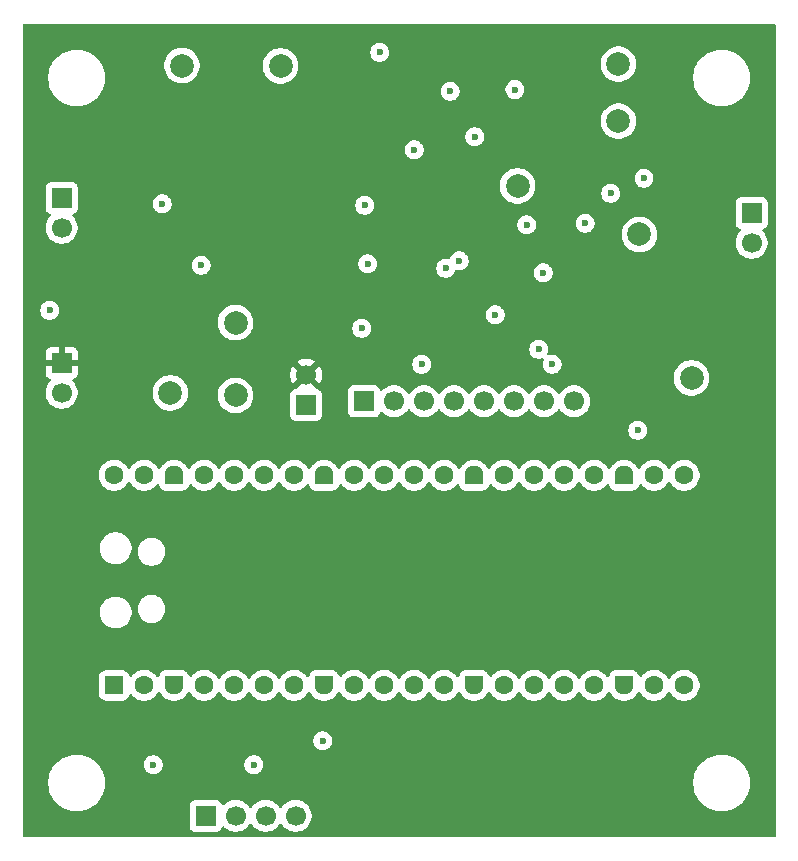
<source format=gbr>
%TF.GenerationSoftware,KiCad,Pcbnew,9.0.2-9.0.2-0~ubuntu24.04.1*%
%TF.CreationDate,2025-05-12T05:48:30-04:00*%
%TF.ProjectId,lt3014-test,6c743330-3134-42d7-9465-73742e6b6963,rev?*%
%TF.SameCoordinates,Original*%
%TF.FileFunction,Copper,L3,Inr*%
%TF.FilePolarity,Positive*%
%FSLAX46Y46*%
G04 Gerber Fmt 4.6, Leading zero omitted, Abs format (unit mm)*
G04 Created by KiCad (PCBNEW 9.0.2-9.0.2-0~ubuntu24.04.1) date 2025-05-12 05:48:30*
%MOMM*%
%LPD*%
G01*
G04 APERTURE LIST*
G04 Aperture macros list*
%AMRoundRect*
0 Rectangle with rounded corners*
0 $1 Rounding radius*
0 $2 $3 $4 $5 $6 $7 $8 $9 X,Y pos of 4 corners*
0 Add a 4 corners polygon primitive as box body*
4,1,4,$2,$3,$4,$5,$6,$7,$8,$9,$2,$3,0*
0 Add four circle primitives for the rounded corners*
1,1,$1+$1,$2,$3*
1,1,$1+$1,$4,$5*
1,1,$1+$1,$6,$7*
1,1,$1+$1,$8,$9*
0 Add four rect primitives between the rounded corners*
20,1,$1+$1,$2,$3,$4,$5,0*
20,1,$1+$1,$4,$5,$6,$7,0*
20,1,$1+$1,$6,$7,$8,$9,0*
20,1,$1+$1,$8,$9,$2,$3,0*%
%AMFreePoly0*
4,1,37,0.603843,0.796157,0.639018,0.796157,0.711114,0.766294,0.766294,0.711114,0.796157,0.639018,0.796157,0.603843,0.800000,0.600000,0.800000,-0.600000,0.796157,-0.603843,0.796157,-0.639018,0.766294,-0.711114,0.711114,-0.766294,0.639018,-0.796157,0.603843,-0.796157,0.600000,-0.800000,0.000000,-0.800000,0.000000,-0.796148,-0.078414,-0.796148,-0.232228,-0.765552,-0.377117,-0.705537,
-0.507515,-0.618408,-0.618408,-0.507515,-0.705537,-0.377117,-0.765552,-0.232228,-0.796148,-0.078414,-0.796148,0.078414,-0.765552,0.232228,-0.705537,0.377117,-0.618408,0.507515,-0.507515,0.618408,-0.377117,0.705537,-0.232228,0.765552,-0.078414,0.796148,0.000000,0.796148,0.000000,0.800000,0.600000,0.800000,0.603843,0.796157,0.603843,0.796157,$1*%
%AMFreePoly1*
4,1,37,0.000000,0.796148,0.078414,0.796148,0.232228,0.765552,0.377117,0.705537,0.507515,0.618408,0.618408,0.507515,0.705537,0.377117,0.765552,0.232228,0.796148,0.078414,0.796148,-0.078414,0.765552,-0.232228,0.705537,-0.377117,0.618408,-0.507515,0.507515,-0.618408,0.377117,-0.705537,0.232228,-0.765552,0.078414,-0.796148,0.000000,-0.796148,0.000000,-0.800000,-0.600000,-0.800000,
-0.603843,-0.796157,-0.639018,-0.796157,-0.711114,-0.766294,-0.766294,-0.711114,-0.796157,-0.639018,-0.796157,-0.603843,-0.800000,-0.600000,-0.800000,0.600000,-0.796157,0.603843,-0.796157,0.639018,-0.766294,0.711114,-0.711114,0.766294,-0.639018,0.796157,-0.603843,0.796157,-0.600000,0.800000,0.000000,0.800000,0.000000,0.796148,0.000000,0.796148,$1*%
G04 Aperture macros list end*
%TA.AperFunction,ComponentPad*%
%ADD10C,2.000000*%
%TD*%
%TA.AperFunction,ComponentPad*%
%ADD11R,1.700000X1.700000*%
%TD*%
%TA.AperFunction,ComponentPad*%
%ADD12C,1.700000*%
%TD*%
%TA.AperFunction,ComponentPad*%
%ADD13RoundRect,0.200000X0.600000X-0.600000X0.600000X0.600000X-0.600000X0.600000X-0.600000X-0.600000X0*%
%TD*%
%TA.AperFunction,ComponentPad*%
%ADD14C,1.600000*%
%TD*%
%TA.AperFunction,ComponentPad*%
%ADD15FreePoly0,90.000000*%
%TD*%
%TA.AperFunction,ComponentPad*%
%ADD16FreePoly1,90.000000*%
%TD*%
%TA.AperFunction,ViaPad*%
%ADD17C,0.600000*%
%TD*%
G04 APERTURE END LIST*
D10*
%TO.N,/IMON*%
%TO.C,TP7*%
X101092000Y-75133200D03*
%TD*%
D11*
%TO.N,+3.3V*%
%TO.C,J3*%
X86360000Y-72385000D03*
D12*
%TO.N,GND*%
X86360000Y-74925000D03*
%TD*%
D11*
%TO.N,Net-(J2-Pin_1)*%
%TO.C,J2*%
X86360000Y-58420000D03*
D12*
%TO.N,GND*%
X86360000Y-60960000D03*
%TD*%
D10*
%TO.N,Net-(J1-Pin_1)*%
%TO.C,TP4*%
X133504700Y-47091600D03*
%TD*%
D11*
%TO.N,/GP0{slash}TX*%
%TO.C,J5*%
X98552000Y-110744000D03*
D12*
%TO.N,/GP1{slash}RX*%
X101092000Y-110744000D03*
%TO.N,/GP2*%
X103632000Y-110744000D03*
%TO.N,GND*%
X106172000Y-110744000D03*
%TD*%
D10*
%TO.N,GND*%
%TO.C,TP10*%
X139700000Y-73660000D03*
%TD*%
D11*
%TO.N,Net-(A1-3V3)*%
%TO.C,JP1*%
X107061000Y-75946000D03*
D12*
%TO.N,+3.3V*%
X107061000Y-73406000D03*
%TD*%
D10*
%TO.N,GND*%
%TO.C,TP9*%
X95554800Y-74930000D03*
%TD*%
%TO.N,Net-(U4-A)*%
%TO.C,TP1*%
X135280400Y-61518800D03*
%TD*%
%TO.N,Net-(U1-VIN)*%
%TO.C,TP3*%
X104902000Y-47244000D03*
%TD*%
D13*
%TO.N,/LED1*%
%TO.C,A1*%
X90805000Y-99695000D03*
D14*
%TO.N,/LED2*%
X93345000Y-99695000D03*
D15*
%TO.N,GND*%
X95885000Y-99695000D03*
D14*
%TO.N,unconnected-(A1-GPIO2-Pad4)*%
X98425000Y-99695000D03*
%TO.N,unconnected-(A1-GPIO3-Pad5)*%
X100965000Y-99695000D03*
%TO.N,/GP0{slash}TX*%
X103505000Y-99695000D03*
%TO.N,/GP1{slash}RX*%
X106045000Y-99695000D03*
D15*
%TO.N,GND*%
X108585000Y-99695000D03*
D14*
%TO.N,/GP2*%
X111125000Y-99695000D03*
%TO.N,unconnected-(A1-GPIO7-Pad10)*%
X113665000Y-99695000D03*
%TO.N,unconnected-(A1-GPIO8-Pad11)*%
X116205000Y-99695000D03*
%TO.N,unconnected-(A1-GPIO9-Pad12)*%
X118745000Y-99695000D03*
D15*
%TO.N,GND*%
X121285000Y-99695000D03*
D14*
%TO.N,unconnected-(A1-GPIO10-Pad14)*%
X123825000Y-99695000D03*
%TO.N,unconnected-(A1-GPIO11-Pad15)*%
X126365000Y-99695000D03*
%TO.N,unconnected-(A1-GPIO12-Pad16)*%
X128905000Y-99695000D03*
%TO.N,unconnected-(A1-GPIO13-Pad17)*%
X131445000Y-99695000D03*
D15*
%TO.N,GND*%
X133985000Y-99695000D03*
D14*
%TO.N,unconnected-(A1-GPIO14-Pad19)*%
X136525000Y-99695000D03*
%TO.N,unconnected-(A1-GPIO15-Pad20)*%
X139065000Y-99695000D03*
%TO.N,/SDO*%
X139065000Y-81915000D03*
%TO.N,/~{SYNC}*%
X136525000Y-81915000D03*
D16*
%TO.N,GND*%
X133985000Y-81915000D03*
D14*
%TO.N,/SCLK*%
X131445000Y-81915000D03*
%TO.N,/SDA*%
X128905000Y-81915000D03*
%TO.N,/RESET*%
X126365000Y-81915000D03*
%TO.N,/SHDN*%
X123825000Y-81915000D03*
D16*
%TO.N,GND*%
X121285000Y-81915000D03*
D14*
%TO.N,/SHUTDOWN*%
X118745000Y-81915000D03*
%TO.N,unconnected-(A1-RUN-Pad30)*%
X116205000Y-81915000D03*
%TO.N,/IMON*%
X113665000Y-81915000D03*
%TO.N,/VSENSE*%
X111125000Y-81915000D03*
D16*
%TO.N,GND*%
X108585000Y-81915000D03*
D14*
%TO.N,unconnected-(A1-GPIO28_ADC2-Pad34)*%
X106045000Y-81915000D03*
%TO.N,unconnected-(A1-ADC_VREF-Pad35)*%
X103505000Y-81915000D03*
%TO.N,Net-(A1-3V3)*%
X100965000Y-81915000D03*
%TO.N,unconnected-(A1-3V3_EN-Pad37)*%
X98425000Y-81915000D03*
D16*
%TO.N,GND*%
X95885000Y-81915000D03*
D14*
%TO.N,unconnected-(A1-VSYS-Pad39)*%
X93345000Y-81915000D03*
%TO.N,unconnected-(A1-VBUS-Pad40)*%
X90805000Y-81915000D03*
%TD*%
D10*
%TO.N,Net-(Q3-G)*%
%TO.C,TP8*%
X101092000Y-68986400D03*
%TD*%
%TO.N,Net-(J2-Pin_1)*%
%TO.C,TP5*%
X96547700Y-47218600D03*
%TD*%
D11*
%TO.N,/SCLK*%
%TO.C,J4*%
X111963200Y-75641200D03*
D12*
%TO.N,/SDA*%
X114503200Y-75641200D03*
%TO.N,/~{SYNC}*%
X117043200Y-75641200D03*
%TO.N,/SHUTDOWN*%
X119583200Y-75641200D03*
%TO.N,/RESET*%
X122123200Y-75641200D03*
%TO.N,/SHDN*%
X124663200Y-75641200D03*
%TO.N,/SDO*%
X127203200Y-75641200D03*
%TO.N,GND*%
X129743200Y-75641200D03*
%TD*%
D10*
%TO.N,Net-(U1-ADJ)*%
%TO.C,TP2*%
X124968000Y-57404000D03*
%TD*%
D11*
%TO.N,Net-(J1-Pin_1)*%
%TO.C,J1*%
X144780000Y-59690000D03*
D12*
%TO.N,GND*%
X144780000Y-62230000D03*
%TD*%
D10*
%TO.N,/VSENSE*%
%TO.C,TP6*%
X133502400Y-51917600D03*
%TD*%
D17*
%TO.N,/SDO*%
X135128000Y-78105000D03*
X126746000Y-71247000D03*
X118872000Y-64389000D03*
%TO.N,/SHDN*%
X113284000Y-46101000D03*
X116205000Y-54356000D03*
%TO.N,/SDA*%
X116840000Y-72517000D03*
X127889000Y-72517000D03*
%TO.N,/LED2*%
X108458000Y-104394000D03*
%TO.N,/VSENSE*%
X135663700Y-56769000D03*
%TO.N,GND*%
X132842000Y-58039000D03*
X112014000Y-59055000D03*
X121325600Y-53253600D03*
X112268000Y-64008000D03*
X94121000Y-106412000D03*
X119253000Y-49403000D03*
X120015000Y-63754000D03*
X124739400Y-49250600D03*
X130683000Y-60579000D03*
X111760000Y-69469000D03*
X125730000Y-60706000D03*
X123063000Y-68326000D03*
X85344000Y-67945000D03*
X98171000Y-64135000D03*
X102630000Y-106412000D03*
X127127000Y-64770000D03*
X94869000Y-58928000D03*
%TO.N,+3.3V*%
X108077000Y-62992000D03*
X94869000Y-67818000D03*
X96622800Y-58825200D03*
X98425000Y-60071000D03*
X125730000Y-69088000D03*
X127000000Y-66421000D03*
X108077000Y-56642000D03*
X110363000Y-66675000D03*
X112649000Y-54483000D03*
X112522000Y-49149000D03*
%TD*%
%TA.AperFunction,Conductor*%
%TO.N,+3.3V*%
G36*
X146762539Y-43700185D02*
G01*
X146808294Y-43752989D01*
X146819500Y-43804500D01*
X146819500Y-112405500D01*
X146799815Y-112472539D01*
X146747011Y-112518294D01*
X146695500Y-112529500D01*
X83174500Y-112529500D01*
X83107461Y-112509815D01*
X83061706Y-112457011D01*
X83050500Y-112405500D01*
X83050500Y-107815186D01*
X85229500Y-107815186D01*
X85229500Y-108084813D01*
X85259686Y-108352719D01*
X85259688Y-108352731D01*
X85319684Y-108615594D01*
X85319687Y-108615602D01*
X85408734Y-108870082D01*
X85525714Y-109112994D01*
X85525716Y-109112997D01*
X85669162Y-109341289D01*
X85710799Y-109393500D01*
X85824801Y-109536455D01*
X85837266Y-109552085D01*
X86027915Y-109742734D01*
X86238711Y-109910838D01*
X86467003Y-110054284D01*
X86709921Y-110171267D01*
X86865162Y-110225588D01*
X86964397Y-110260312D01*
X86964405Y-110260315D01*
X86964408Y-110260315D01*
X86964409Y-110260316D01*
X87227268Y-110320312D01*
X87495187Y-110350499D01*
X87495188Y-110350500D01*
X87495191Y-110350500D01*
X87764812Y-110350500D01*
X87764812Y-110350499D01*
X88032732Y-110320312D01*
X88295591Y-110260316D01*
X88550079Y-110171267D01*
X88792997Y-110054284D01*
X89021289Y-109910838D01*
X89102424Y-109846135D01*
X97201500Y-109846135D01*
X97201500Y-111641870D01*
X97201501Y-111641876D01*
X97207908Y-111701483D01*
X97258202Y-111836328D01*
X97258206Y-111836335D01*
X97344452Y-111951544D01*
X97344455Y-111951547D01*
X97459664Y-112037793D01*
X97459671Y-112037797D01*
X97594517Y-112088091D01*
X97594516Y-112088091D01*
X97601444Y-112088835D01*
X97654127Y-112094500D01*
X99449872Y-112094499D01*
X99509483Y-112088091D01*
X99644331Y-112037796D01*
X99759546Y-111951546D01*
X99845796Y-111836331D01*
X99894810Y-111704916D01*
X99936681Y-111648984D01*
X100002145Y-111624566D01*
X100070418Y-111639417D01*
X100098673Y-111660569D01*
X100212213Y-111774109D01*
X100384179Y-111899048D01*
X100384181Y-111899049D01*
X100384184Y-111899051D01*
X100573588Y-111995557D01*
X100775757Y-112061246D01*
X100985713Y-112094500D01*
X100985714Y-112094500D01*
X101198286Y-112094500D01*
X101198287Y-112094500D01*
X101408243Y-112061246D01*
X101610412Y-111995557D01*
X101799816Y-111899051D01*
X101886138Y-111836335D01*
X101971786Y-111774109D01*
X101971788Y-111774106D01*
X101971792Y-111774104D01*
X102122104Y-111623792D01*
X102122106Y-111623788D01*
X102122109Y-111623786D01*
X102247048Y-111451820D01*
X102247047Y-111451820D01*
X102247051Y-111451816D01*
X102251514Y-111443054D01*
X102299488Y-111392259D01*
X102367308Y-111375463D01*
X102433444Y-111397999D01*
X102472486Y-111443056D01*
X102476951Y-111451820D01*
X102601890Y-111623786D01*
X102752213Y-111774109D01*
X102924179Y-111899048D01*
X102924181Y-111899049D01*
X102924184Y-111899051D01*
X103113588Y-111995557D01*
X103315757Y-112061246D01*
X103525713Y-112094500D01*
X103525714Y-112094500D01*
X103738286Y-112094500D01*
X103738287Y-112094500D01*
X103948243Y-112061246D01*
X104150412Y-111995557D01*
X104339816Y-111899051D01*
X104426138Y-111836335D01*
X104511786Y-111774109D01*
X104511788Y-111774106D01*
X104511792Y-111774104D01*
X104662104Y-111623792D01*
X104662106Y-111623788D01*
X104662109Y-111623786D01*
X104787048Y-111451820D01*
X104787047Y-111451820D01*
X104787051Y-111451816D01*
X104791514Y-111443054D01*
X104839488Y-111392259D01*
X104907308Y-111375463D01*
X104973444Y-111397999D01*
X105012486Y-111443056D01*
X105016951Y-111451820D01*
X105141890Y-111623786D01*
X105292213Y-111774109D01*
X105464179Y-111899048D01*
X105464181Y-111899049D01*
X105464184Y-111899051D01*
X105653588Y-111995557D01*
X105855757Y-112061246D01*
X106065713Y-112094500D01*
X106065714Y-112094500D01*
X106278286Y-112094500D01*
X106278287Y-112094500D01*
X106488243Y-112061246D01*
X106690412Y-111995557D01*
X106879816Y-111899051D01*
X106966138Y-111836335D01*
X107051786Y-111774109D01*
X107051788Y-111774106D01*
X107051792Y-111774104D01*
X107202104Y-111623792D01*
X107202106Y-111623788D01*
X107202109Y-111623786D01*
X107327048Y-111451820D01*
X107327047Y-111451820D01*
X107327051Y-111451816D01*
X107423557Y-111262412D01*
X107489246Y-111060243D01*
X107522500Y-110850287D01*
X107522500Y-110637713D01*
X107489246Y-110427757D01*
X107423557Y-110225588D01*
X107327051Y-110036184D01*
X107327049Y-110036181D01*
X107327048Y-110036179D01*
X107202109Y-109864213D01*
X107051786Y-109713890D01*
X106879820Y-109588951D01*
X106690414Y-109492444D01*
X106690413Y-109492443D01*
X106690412Y-109492443D01*
X106488243Y-109426754D01*
X106488241Y-109426753D01*
X106488240Y-109426753D01*
X106326957Y-109401208D01*
X106278287Y-109393500D01*
X106065713Y-109393500D01*
X106017042Y-109401208D01*
X105855760Y-109426753D01*
X105653585Y-109492444D01*
X105464179Y-109588951D01*
X105292213Y-109713890D01*
X105141890Y-109864213D01*
X105016949Y-110036182D01*
X105012484Y-110044946D01*
X104964509Y-110095742D01*
X104896688Y-110112536D01*
X104830553Y-110089998D01*
X104791516Y-110044946D01*
X104787050Y-110036182D01*
X104662109Y-109864213D01*
X104511786Y-109713890D01*
X104339820Y-109588951D01*
X104150414Y-109492444D01*
X104150413Y-109492443D01*
X104150412Y-109492443D01*
X103948243Y-109426754D01*
X103948241Y-109426753D01*
X103948240Y-109426753D01*
X103786957Y-109401208D01*
X103738287Y-109393500D01*
X103525713Y-109393500D01*
X103477042Y-109401208D01*
X103315760Y-109426753D01*
X103113585Y-109492444D01*
X102924179Y-109588951D01*
X102752213Y-109713890D01*
X102601890Y-109864213D01*
X102476949Y-110036182D01*
X102472484Y-110044946D01*
X102424509Y-110095742D01*
X102356688Y-110112536D01*
X102290553Y-110089998D01*
X102251516Y-110044946D01*
X102247050Y-110036182D01*
X102122109Y-109864213D01*
X101971786Y-109713890D01*
X101799820Y-109588951D01*
X101610414Y-109492444D01*
X101610413Y-109492443D01*
X101610412Y-109492443D01*
X101408243Y-109426754D01*
X101408241Y-109426753D01*
X101408240Y-109426753D01*
X101246957Y-109401208D01*
X101198287Y-109393500D01*
X100985713Y-109393500D01*
X100937042Y-109401208D01*
X100775760Y-109426753D01*
X100573585Y-109492444D01*
X100384179Y-109588951D01*
X100212215Y-109713889D01*
X100098673Y-109827431D01*
X100037350Y-109860915D01*
X99967658Y-109855931D01*
X99911725Y-109814059D01*
X99894810Y-109783082D01*
X99845797Y-109651671D01*
X99845793Y-109651664D01*
X99759547Y-109536455D01*
X99759544Y-109536452D01*
X99644335Y-109450206D01*
X99644328Y-109450202D01*
X99509482Y-109399908D01*
X99509483Y-109399908D01*
X99449883Y-109393501D01*
X99449881Y-109393500D01*
X99449873Y-109393500D01*
X99449864Y-109393500D01*
X97654129Y-109393500D01*
X97654123Y-109393501D01*
X97594516Y-109399908D01*
X97459671Y-109450202D01*
X97459664Y-109450206D01*
X97344455Y-109536452D01*
X97344452Y-109536455D01*
X97258206Y-109651664D01*
X97258202Y-109651671D01*
X97207908Y-109786517D01*
X97201501Y-109846116D01*
X97201500Y-109846135D01*
X89102424Y-109846135D01*
X89181490Y-109783082D01*
X89228167Y-109745859D01*
X89228168Y-109745858D01*
X89232078Y-109742740D01*
X89232080Y-109742737D01*
X89232085Y-109742734D01*
X89422734Y-109552085D01*
X89590838Y-109341289D01*
X89734284Y-109112997D01*
X89851267Y-108870079D01*
X89940316Y-108615591D01*
X90000312Y-108352732D01*
X90030500Y-108084809D01*
X90030500Y-107815191D01*
X90030499Y-107815186D01*
X139839500Y-107815186D01*
X139839500Y-108084813D01*
X139869686Y-108352719D01*
X139869688Y-108352731D01*
X139929684Y-108615594D01*
X139929687Y-108615602D01*
X140018734Y-108870082D01*
X140135714Y-109112994D01*
X140135716Y-109112997D01*
X140279162Y-109341289D01*
X140320799Y-109393500D01*
X140434801Y-109536455D01*
X140447266Y-109552085D01*
X140637915Y-109742734D01*
X140848711Y-109910838D01*
X141077003Y-110054284D01*
X141319921Y-110171267D01*
X141475162Y-110225588D01*
X141574397Y-110260312D01*
X141574405Y-110260315D01*
X141574408Y-110260315D01*
X141574409Y-110260316D01*
X141837268Y-110320312D01*
X142105187Y-110350499D01*
X142105188Y-110350500D01*
X142105191Y-110350500D01*
X142374812Y-110350500D01*
X142374812Y-110350499D01*
X142642732Y-110320312D01*
X142905591Y-110260316D01*
X143160079Y-110171267D01*
X143402997Y-110054284D01*
X143631289Y-109910838D01*
X143842085Y-109742734D01*
X144032734Y-109552085D01*
X144200838Y-109341289D01*
X144344284Y-109112997D01*
X144461267Y-108870079D01*
X144550316Y-108615591D01*
X144610312Y-108352732D01*
X144640500Y-108084809D01*
X144640500Y-107815191D01*
X144610312Y-107547268D01*
X144550316Y-107284409D01*
X144461267Y-107029921D01*
X144344284Y-106787003D01*
X144200838Y-106558711D01*
X144032734Y-106347915D01*
X143842085Y-106157266D01*
X143631289Y-105989162D01*
X143402997Y-105845716D01*
X143402994Y-105845714D01*
X143160082Y-105728734D01*
X142905602Y-105639687D01*
X142905594Y-105639684D01*
X142708446Y-105594687D01*
X142642732Y-105579688D01*
X142642728Y-105579687D01*
X142642719Y-105579686D01*
X142374813Y-105549500D01*
X142374809Y-105549500D01*
X142105191Y-105549500D01*
X142105186Y-105549500D01*
X141837280Y-105579686D01*
X141837268Y-105579688D01*
X141574405Y-105639684D01*
X141574397Y-105639687D01*
X141319917Y-105728734D01*
X141077005Y-105845714D01*
X140848712Y-105989161D01*
X140637915Y-106157265D01*
X140447265Y-106347915D01*
X140279161Y-106558712D01*
X140135714Y-106787005D01*
X140018734Y-107029917D01*
X139929687Y-107284397D01*
X139929684Y-107284405D01*
X139869688Y-107547268D01*
X139869686Y-107547280D01*
X139839500Y-107815186D01*
X90030499Y-107815186D01*
X90000312Y-107547268D01*
X89940316Y-107284409D01*
X89851267Y-107029921D01*
X89734284Y-106787003D01*
X89590838Y-106558711D01*
X89590836Y-106558708D01*
X89590835Y-106558706D01*
X89467765Y-106404381D01*
X89467763Y-106404379D01*
X89422734Y-106347915D01*
X89407972Y-106333153D01*
X93320500Y-106333153D01*
X93320500Y-106490846D01*
X93351261Y-106645489D01*
X93351264Y-106645501D01*
X93411602Y-106791172D01*
X93411609Y-106791185D01*
X93499210Y-106922288D01*
X93499213Y-106922292D01*
X93610707Y-107033786D01*
X93610711Y-107033789D01*
X93741814Y-107121390D01*
X93741827Y-107121397D01*
X93887498Y-107181735D01*
X93887503Y-107181737D01*
X94042153Y-107212499D01*
X94042156Y-107212500D01*
X94042158Y-107212500D01*
X94199844Y-107212500D01*
X94199845Y-107212499D01*
X94354497Y-107181737D01*
X94500179Y-107121394D01*
X94631289Y-107033789D01*
X94742789Y-106922289D01*
X94830394Y-106791179D01*
X94890737Y-106645497D01*
X94921500Y-106490842D01*
X94921500Y-106333158D01*
X94921500Y-106333155D01*
X94921499Y-106333153D01*
X101829500Y-106333153D01*
X101829500Y-106490846D01*
X101860261Y-106645489D01*
X101860264Y-106645501D01*
X101920602Y-106791172D01*
X101920609Y-106791185D01*
X102008210Y-106922288D01*
X102008213Y-106922292D01*
X102119707Y-107033786D01*
X102119711Y-107033789D01*
X102250814Y-107121390D01*
X102250827Y-107121397D01*
X102396498Y-107181735D01*
X102396503Y-107181737D01*
X102551153Y-107212499D01*
X102551156Y-107212500D01*
X102551158Y-107212500D01*
X102708844Y-107212500D01*
X102708845Y-107212499D01*
X102863497Y-107181737D01*
X103009179Y-107121394D01*
X103140289Y-107033789D01*
X103251789Y-106922289D01*
X103339394Y-106791179D01*
X103399737Y-106645497D01*
X103430500Y-106490842D01*
X103430500Y-106333158D01*
X103430500Y-106333155D01*
X103430499Y-106333153D01*
X103399738Y-106178510D01*
X103399737Y-106178503D01*
X103399735Y-106178498D01*
X103339397Y-106032827D01*
X103339390Y-106032814D01*
X103251789Y-105901711D01*
X103251786Y-105901707D01*
X103140292Y-105790213D01*
X103140288Y-105790210D01*
X103009185Y-105702609D01*
X103009172Y-105702602D01*
X102863501Y-105642264D01*
X102863489Y-105642261D01*
X102708845Y-105611500D01*
X102708842Y-105611500D01*
X102551158Y-105611500D01*
X102551155Y-105611500D01*
X102396510Y-105642261D01*
X102396498Y-105642264D01*
X102250827Y-105702602D01*
X102250814Y-105702609D01*
X102119711Y-105790210D01*
X102119707Y-105790213D01*
X102008213Y-105901707D01*
X102008210Y-105901711D01*
X101920609Y-106032814D01*
X101920602Y-106032827D01*
X101860264Y-106178498D01*
X101860261Y-106178510D01*
X101829500Y-106333153D01*
X94921499Y-106333153D01*
X94890738Y-106178510D01*
X94890737Y-106178503D01*
X94890735Y-106178498D01*
X94830397Y-106032827D01*
X94830390Y-106032814D01*
X94742789Y-105901711D01*
X94742786Y-105901707D01*
X94631292Y-105790213D01*
X94631288Y-105790210D01*
X94500185Y-105702609D01*
X94500172Y-105702602D01*
X94354501Y-105642264D01*
X94354489Y-105642261D01*
X94199845Y-105611500D01*
X94199842Y-105611500D01*
X94042158Y-105611500D01*
X94042155Y-105611500D01*
X93887510Y-105642261D01*
X93887498Y-105642264D01*
X93741827Y-105702602D01*
X93741814Y-105702609D01*
X93610711Y-105790210D01*
X93610707Y-105790213D01*
X93499213Y-105901707D01*
X93499210Y-105901711D01*
X93411609Y-106032814D01*
X93411602Y-106032827D01*
X93351264Y-106178498D01*
X93351261Y-106178510D01*
X93320500Y-106333153D01*
X89407972Y-106333153D01*
X89232084Y-106157265D01*
X89076043Y-106032827D01*
X89021289Y-105989162D01*
X88792997Y-105845716D01*
X88792994Y-105845714D01*
X88550082Y-105728734D01*
X88295602Y-105639687D01*
X88295594Y-105639684D01*
X88098446Y-105594687D01*
X88032732Y-105579688D01*
X88032728Y-105579687D01*
X88032719Y-105579686D01*
X87764813Y-105549500D01*
X87764809Y-105549500D01*
X87495191Y-105549500D01*
X87495186Y-105549500D01*
X87227280Y-105579686D01*
X87227268Y-105579688D01*
X86964405Y-105639684D01*
X86964397Y-105639687D01*
X86709917Y-105728734D01*
X86467005Y-105845714D01*
X86238712Y-105989161D01*
X86027915Y-106157265D01*
X85837265Y-106347915D01*
X85669161Y-106558712D01*
X85525714Y-106787005D01*
X85408734Y-107029917D01*
X85319687Y-107284397D01*
X85319684Y-107284405D01*
X85259688Y-107547268D01*
X85259686Y-107547280D01*
X85229500Y-107815186D01*
X83050500Y-107815186D01*
X83050500Y-104315153D01*
X107657500Y-104315153D01*
X107657500Y-104472846D01*
X107688261Y-104627489D01*
X107688264Y-104627501D01*
X107748602Y-104773172D01*
X107748609Y-104773185D01*
X107836210Y-104904288D01*
X107836213Y-104904292D01*
X107947707Y-105015786D01*
X107947711Y-105015789D01*
X108078814Y-105103390D01*
X108078827Y-105103397D01*
X108224498Y-105163735D01*
X108224503Y-105163737D01*
X108379153Y-105194499D01*
X108379156Y-105194500D01*
X108379158Y-105194500D01*
X108536844Y-105194500D01*
X108536845Y-105194499D01*
X108691497Y-105163737D01*
X108837179Y-105103394D01*
X108968289Y-105015789D01*
X109079789Y-104904289D01*
X109167394Y-104773179D01*
X109227737Y-104627497D01*
X109258500Y-104472842D01*
X109258500Y-104315158D01*
X109258500Y-104315155D01*
X109258499Y-104315153D01*
X109227738Y-104160510D01*
X109227737Y-104160503D01*
X109227735Y-104160498D01*
X109167397Y-104014827D01*
X109167390Y-104014814D01*
X109079789Y-103883711D01*
X109079786Y-103883707D01*
X108968292Y-103772213D01*
X108968288Y-103772210D01*
X108837185Y-103684609D01*
X108837172Y-103684602D01*
X108691501Y-103624264D01*
X108691489Y-103624261D01*
X108536845Y-103593500D01*
X108536842Y-103593500D01*
X108379158Y-103593500D01*
X108379155Y-103593500D01*
X108224510Y-103624261D01*
X108224498Y-103624264D01*
X108078827Y-103684602D01*
X108078814Y-103684609D01*
X107947711Y-103772210D01*
X107947707Y-103772213D01*
X107836213Y-103883707D01*
X107836210Y-103883711D01*
X107748609Y-104014814D01*
X107748602Y-104014827D01*
X107688264Y-104160498D01*
X107688261Y-104160510D01*
X107657500Y-104315153D01*
X83050500Y-104315153D01*
X83050500Y-99038384D01*
X89504500Y-99038384D01*
X89504500Y-100351616D01*
X89504788Y-100354783D01*
X89510913Y-100422192D01*
X89510913Y-100422194D01*
X89510914Y-100422196D01*
X89561522Y-100584606D01*
X89615465Y-100673839D01*
X89649530Y-100730188D01*
X89769811Y-100850469D01*
X89769813Y-100850470D01*
X89769815Y-100850472D01*
X89915394Y-100938478D01*
X90077804Y-100989086D01*
X90148384Y-100995500D01*
X90148387Y-100995500D01*
X91461613Y-100995500D01*
X91461616Y-100995500D01*
X91532196Y-100989086D01*
X91694606Y-100938478D01*
X91840185Y-100850472D01*
X91960472Y-100730185D01*
X92048478Y-100584606D01*
X92075641Y-100497433D01*
X92114377Y-100439288D01*
X92178402Y-100411313D01*
X92247388Y-100422394D01*
X92294344Y-100461440D01*
X92353028Y-100542212D01*
X92353032Y-100542217D01*
X92497786Y-100686971D01*
X92652749Y-100799556D01*
X92663390Y-100807287D01*
X92779607Y-100866503D01*
X92845776Y-100900218D01*
X92845778Y-100900218D01*
X92845781Y-100900220D01*
X92941365Y-100931277D01*
X93040465Y-100963477D01*
X93141557Y-100979488D01*
X93242648Y-100995500D01*
X93242649Y-100995500D01*
X93447351Y-100995500D01*
X93447352Y-100995500D01*
X93649534Y-100963477D01*
X93844219Y-100900220D01*
X94026610Y-100807287D01*
X94132733Y-100730185D01*
X94192213Y-100686971D01*
X94192215Y-100686968D01*
X94192219Y-100686966D01*
X94336966Y-100542219D01*
X94336968Y-100542215D01*
X94336971Y-100542213D01*
X94457286Y-100376611D01*
X94468407Y-100354786D01*
X94500782Y-100291245D01*
X94548756Y-100240449D01*
X94616577Y-100223654D01*
X94682712Y-100246191D01*
X94720625Y-100289086D01*
X94755739Y-100354779D01*
X94755751Y-100354799D01*
X94843278Y-100485793D01*
X94843286Y-100485804D01*
X94843291Y-100485811D01*
X94906157Y-100562412D01*
X95017588Y-100673843D01*
X95094189Y-100736709D01*
X95094198Y-100736715D01*
X95094206Y-100736721D01*
X95225200Y-100824248D01*
X95225205Y-100824251D01*
X95225217Y-100824259D01*
X95225226Y-100824263D01*
X95225228Y-100824265D01*
X95312603Y-100870968D01*
X95312605Y-100870968D01*
X95312611Y-100870972D01*
X95458202Y-100931278D01*
X95553032Y-100960044D01*
X95707590Y-100990787D01*
X95806207Y-101000500D01*
X95806209Y-101000500D01*
X95963791Y-101000500D01*
X95963793Y-101000500D01*
X96062410Y-100990787D01*
X96216968Y-100960044D01*
X96311798Y-100931278D01*
X96457389Y-100870972D01*
X96544783Y-100824259D01*
X96675811Y-100736709D01*
X96752412Y-100673843D01*
X96863843Y-100562412D01*
X96926709Y-100485811D01*
X97014259Y-100354783D01*
X97049375Y-100289084D01*
X97098336Y-100239243D01*
X97166473Y-100223782D01*
X97232153Y-100247613D01*
X97269217Y-100291245D01*
X97299976Y-100351613D01*
X97312715Y-100376613D01*
X97433028Y-100542213D01*
X97577786Y-100686971D01*
X97732749Y-100799556D01*
X97743390Y-100807287D01*
X97859607Y-100866503D01*
X97925776Y-100900218D01*
X97925778Y-100900218D01*
X97925781Y-100900220D01*
X98021365Y-100931277D01*
X98120465Y-100963477D01*
X98221557Y-100979488D01*
X98322648Y-100995500D01*
X98322649Y-100995500D01*
X98527351Y-100995500D01*
X98527352Y-100995500D01*
X98729534Y-100963477D01*
X98924219Y-100900220D01*
X99106610Y-100807287D01*
X99212733Y-100730185D01*
X99272213Y-100686971D01*
X99272215Y-100686968D01*
X99272219Y-100686966D01*
X99416966Y-100542219D01*
X99416968Y-100542215D01*
X99416971Y-100542213D01*
X99537284Y-100376614D01*
X99537286Y-100376611D01*
X99537287Y-100376610D01*
X99584516Y-100283917D01*
X99632489Y-100233123D01*
X99700310Y-100216328D01*
X99766445Y-100238865D01*
X99805483Y-100283917D01*
X99809218Y-100291246D01*
X99852715Y-100376614D01*
X99973028Y-100542213D01*
X100117786Y-100686971D01*
X100272749Y-100799556D01*
X100283390Y-100807287D01*
X100399607Y-100866503D01*
X100465776Y-100900218D01*
X100465778Y-100900218D01*
X100465781Y-100900220D01*
X100561365Y-100931277D01*
X100660465Y-100963477D01*
X100761557Y-100979488D01*
X100862648Y-100995500D01*
X100862649Y-100995500D01*
X101067351Y-100995500D01*
X101067352Y-100995500D01*
X101269534Y-100963477D01*
X101464219Y-100900220D01*
X101646610Y-100807287D01*
X101752733Y-100730185D01*
X101812213Y-100686971D01*
X101812215Y-100686968D01*
X101812219Y-100686966D01*
X101956966Y-100542219D01*
X101956968Y-100542215D01*
X101956971Y-100542213D01*
X102077284Y-100376614D01*
X102077286Y-100376611D01*
X102077287Y-100376610D01*
X102124516Y-100283917D01*
X102172489Y-100233123D01*
X102240310Y-100216328D01*
X102306445Y-100238865D01*
X102345483Y-100283917D01*
X102349218Y-100291246D01*
X102392715Y-100376614D01*
X102513028Y-100542213D01*
X102657786Y-100686971D01*
X102812749Y-100799556D01*
X102823390Y-100807287D01*
X102939607Y-100866503D01*
X103005776Y-100900218D01*
X103005778Y-100900218D01*
X103005781Y-100900220D01*
X103101365Y-100931277D01*
X103200465Y-100963477D01*
X103301557Y-100979488D01*
X103402648Y-100995500D01*
X103402649Y-100995500D01*
X103607351Y-100995500D01*
X103607352Y-100995500D01*
X103809534Y-100963477D01*
X104004219Y-100900220D01*
X104186610Y-100807287D01*
X104292733Y-100730185D01*
X104352213Y-100686971D01*
X104352215Y-100686968D01*
X104352219Y-100686966D01*
X104496966Y-100542219D01*
X104496968Y-100542215D01*
X104496971Y-100542213D01*
X104617284Y-100376614D01*
X104617286Y-100376611D01*
X104617287Y-100376610D01*
X104664516Y-100283917D01*
X104712489Y-100233123D01*
X104780310Y-100216328D01*
X104846445Y-100238865D01*
X104885483Y-100283917D01*
X104889218Y-100291246D01*
X104932715Y-100376614D01*
X105053028Y-100542213D01*
X105197786Y-100686971D01*
X105352749Y-100799556D01*
X105363390Y-100807287D01*
X105479607Y-100866503D01*
X105545776Y-100900218D01*
X105545778Y-100900218D01*
X105545781Y-100900220D01*
X105641365Y-100931277D01*
X105740465Y-100963477D01*
X105841557Y-100979488D01*
X105942648Y-100995500D01*
X105942649Y-100995500D01*
X106147351Y-100995500D01*
X106147352Y-100995500D01*
X106349534Y-100963477D01*
X106544219Y-100900220D01*
X106726610Y-100807287D01*
X106832733Y-100730185D01*
X106892213Y-100686971D01*
X106892215Y-100686968D01*
X106892219Y-100686966D01*
X107036966Y-100542219D01*
X107036968Y-100542215D01*
X107036971Y-100542213D01*
X107157286Y-100376611D01*
X107168407Y-100354786D01*
X107200782Y-100291245D01*
X107248756Y-100240449D01*
X107316577Y-100223654D01*
X107382712Y-100246191D01*
X107420625Y-100289086D01*
X107455739Y-100354779D01*
X107455751Y-100354799D01*
X107543278Y-100485793D01*
X107543286Y-100485804D01*
X107543291Y-100485811D01*
X107606157Y-100562412D01*
X107717588Y-100673843D01*
X107794189Y-100736709D01*
X107794198Y-100736715D01*
X107794206Y-100736721D01*
X107925200Y-100824248D01*
X107925205Y-100824251D01*
X107925217Y-100824259D01*
X107925226Y-100824263D01*
X107925228Y-100824265D01*
X108012603Y-100870968D01*
X108012605Y-100870968D01*
X108012611Y-100870972D01*
X108158202Y-100931278D01*
X108253032Y-100960044D01*
X108407590Y-100990787D01*
X108506207Y-101000500D01*
X108506209Y-101000500D01*
X108663791Y-101000500D01*
X108663793Y-101000500D01*
X108762410Y-100990787D01*
X108916968Y-100960044D01*
X109011798Y-100931278D01*
X109157389Y-100870972D01*
X109244783Y-100824259D01*
X109375811Y-100736709D01*
X109452412Y-100673843D01*
X109563843Y-100562412D01*
X109626709Y-100485811D01*
X109714259Y-100354783D01*
X109749375Y-100289084D01*
X109798336Y-100239243D01*
X109866473Y-100223782D01*
X109932153Y-100247613D01*
X109969217Y-100291245D01*
X109999976Y-100351613D01*
X110012715Y-100376613D01*
X110133028Y-100542213D01*
X110277786Y-100686971D01*
X110432749Y-100799556D01*
X110443390Y-100807287D01*
X110559607Y-100866503D01*
X110625776Y-100900218D01*
X110625778Y-100900218D01*
X110625781Y-100900220D01*
X110721365Y-100931277D01*
X110820465Y-100963477D01*
X110921557Y-100979488D01*
X111022648Y-100995500D01*
X111022649Y-100995500D01*
X111227351Y-100995500D01*
X111227352Y-100995500D01*
X111429534Y-100963477D01*
X111624219Y-100900220D01*
X111806610Y-100807287D01*
X111912733Y-100730185D01*
X111972213Y-100686971D01*
X111972215Y-100686968D01*
X111972219Y-100686966D01*
X112116966Y-100542219D01*
X112116968Y-100542215D01*
X112116971Y-100542213D01*
X112237284Y-100376614D01*
X112237286Y-100376611D01*
X112237287Y-100376610D01*
X112284516Y-100283917D01*
X112332489Y-100233123D01*
X112400310Y-100216328D01*
X112466445Y-100238865D01*
X112505483Y-100283917D01*
X112509218Y-100291246D01*
X112552715Y-100376614D01*
X112673028Y-100542213D01*
X112817786Y-100686971D01*
X112972749Y-100799556D01*
X112983390Y-100807287D01*
X113099607Y-100866503D01*
X113165776Y-100900218D01*
X113165778Y-100900218D01*
X113165781Y-100900220D01*
X113261365Y-100931277D01*
X113360465Y-100963477D01*
X113461557Y-100979488D01*
X113562648Y-100995500D01*
X113562649Y-100995500D01*
X113767351Y-100995500D01*
X113767352Y-100995500D01*
X113969534Y-100963477D01*
X114164219Y-100900220D01*
X114346610Y-100807287D01*
X114452733Y-100730185D01*
X114512213Y-100686971D01*
X114512215Y-100686968D01*
X114512219Y-100686966D01*
X114656966Y-100542219D01*
X114656968Y-100542215D01*
X114656971Y-100542213D01*
X114777284Y-100376614D01*
X114777286Y-100376611D01*
X114777287Y-100376610D01*
X114824516Y-100283917D01*
X114872489Y-100233123D01*
X114940310Y-100216328D01*
X115006445Y-100238865D01*
X115045483Y-100283917D01*
X115049218Y-100291246D01*
X115092715Y-100376614D01*
X115213028Y-100542213D01*
X115357786Y-100686971D01*
X115512749Y-100799556D01*
X115523390Y-100807287D01*
X115639607Y-100866503D01*
X115705776Y-100900218D01*
X115705778Y-100900218D01*
X115705781Y-100900220D01*
X115801365Y-100931277D01*
X115900465Y-100963477D01*
X116001557Y-100979488D01*
X116102648Y-100995500D01*
X116102649Y-100995500D01*
X116307351Y-100995500D01*
X116307352Y-100995500D01*
X116509534Y-100963477D01*
X116704219Y-100900220D01*
X116886610Y-100807287D01*
X116992733Y-100730185D01*
X117052213Y-100686971D01*
X117052215Y-100686968D01*
X117052219Y-100686966D01*
X117196966Y-100542219D01*
X117196968Y-100542215D01*
X117196971Y-100542213D01*
X117317284Y-100376614D01*
X117317286Y-100376611D01*
X117317287Y-100376610D01*
X117364516Y-100283917D01*
X117412489Y-100233123D01*
X117480310Y-100216328D01*
X117546445Y-100238865D01*
X117585483Y-100283917D01*
X117589218Y-100291246D01*
X117632715Y-100376614D01*
X117753028Y-100542213D01*
X117897786Y-100686971D01*
X118052749Y-100799556D01*
X118063390Y-100807287D01*
X118179607Y-100866503D01*
X118245776Y-100900218D01*
X118245778Y-100900218D01*
X118245781Y-100900220D01*
X118341365Y-100931277D01*
X118440465Y-100963477D01*
X118541557Y-100979488D01*
X118642648Y-100995500D01*
X118642649Y-100995500D01*
X118847351Y-100995500D01*
X118847352Y-100995500D01*
X119049534Y-100963477D01*
X119244219Y-100900220D01*
X119426610Y-100807287D01*
X119532733Y-100730185D01*
X119592213Y-100686971D01*
X119592215Y-100686968D01*
X119592219Y-100686966D01*
X119736966Y-100542219D01*
X119736968Y-100542215D01*
X119736971Y-100542213D01*
X119857286Y-100376611D01*
X119868407Y-100354786D01*
X119900782Y-100291245D01*
X119948756Y-100240449D01*
X120016577Y-100223654D01*
X120082712Y-100246191D01*
X120120625Y-100289086D01*
X120155739Y-100354779D01*
X120155751Y-100354799D01*
X120243278Y-100485793D01*
X120243286Y-100485804D01*
X120243291Y-100485811D01*
X120306157Y-100562412D01*
X120417588Y-100673843D01*
X120494189Y-100736709D01*
X120494198Y-100736715D01*
X120494206Y-100736721D01*
X120625200Y-100824248D01*
X120625205Y-100824251D01*
X120625217Y-100824259D01*
X120625226Y-100824263D01*
X120625228Y-100824265D01*
X120712603Y-100870968D01*
X120712605Y-100870968D01*
X120712611Y-100870972D01*
X120858202Y-100931278D01*
X120953032Y-100960044D01*
X121107590Y-100990787D01*
X121206207Y-101000500D01*
X121206209Y-101000500D01*
X121363791Y-101000500D01*
X121363793Y-101000500D01*
X121462410Y-100990787D01*
X121616968Y-100960044D01*
X121711798Y-100931278D01*
X121857389Y-100870972D01*
X121944783Y-100824259D01*
X122075811Y-100736709D01*
X122152412Y-100673843D01*
X122263843Y-100562412D01*
X122326709Y-100485811D01*
X122414259Y-100354783D01*
X122449375Y-100289084D01*
X122498336Y-100239243D01*
X122566473Y-100223782D01*
X122632153Y-100247613D01*
X122669217Y-100291245D01*
X122699976Y-100351613D01*
X122712715Y-100376613D01*
X122833028Y-100542213D01*
X122977786Y-100686971D01*
X123132749Y-100799556D01*
X123143390Y-100807287D01*
X123259607Y-100866503D01*
X123325776Y-100900218D01*
X123325778Y-100900218D01*
X123325781Y-100900220D01*
X123421365Y-100931277D01*
X123520465Y-100963477D01*
X123621557Y-100979488D01*
X123722648Y-100995500D01*
X123722649Y-100995500D01*
X123927351Y-100995500D01*
X123927352Y-100995500D01*
X124129534Y-100963477D01*
X124324219Y-100900220D01*
X124506610Y-100807287D01*
X124612733Y-100730185D01*
X124672213Y-100686971D01*
X124672215Y-100686968D01*
X124672219Y-100686966D01*
X124816966Y-100542219D01*
X124816968Y-100542215D01*
X124816971Y-100542213D01*
X124937284Y-100376614D01*
X124937286Y-100376611D01*
X124937287Y-100376610D01*
X124984516Y-100283917D01*
X125032489Y-100233123D01*
X125100310Y-100216328D01*
X125166445Y-100238865D01*
X125205483Y-100283917D01*
X125209218Y-100291246D01*
X125252715Y-100376614D01*
X125373028Y-100542213D01*
X125517786Y-100686971D01*
X125672749Y-100799556D01*
X125683390Y-100807287D01*
X125799607Y-100866503D01*
X125865776Y-100900218D01*
X125865778Y-100900218D01*
X125865781Y-100900220D01*
X125961365Y-100931277D01*
X126060465Y-100963477D01*
X126161557Y-100979488D01*
X126262648Y-100995500D01*
X126262649Y-100995500D01*
X126467351Y-100995500D01*
X126467352Y-100995500D01*
X126669534Y-100963477D01*
X126864219Y-100900220D01*
X127046610Y-100807287D01*
X127152733Y-100730185D01*
X127212213Y-100686971D01*
X127212215Y-100686968D01*
X127212219Y-100686966D01*
X127356966Y-100542219D01*
X127356968Y-100542215D01*
X127356971Y-100542213D01*
X127477284Y-100376614D01*
X127477286Y-100376611D01*
X127477287Y-100376610D01*
X127524516Y-100283917D01*
X127572489Y-100233123D01*
X127640310Y-100216328D01*
X127706445Y-100238865D01*
X127745483Y-100283917D01*
X127749218Y-100291246D01*
X127792715Y-100376614D01*
X127913028Y-100542213D01*
X128057786Y-100686971D01*
X128212749Y-100799556D01*
X128223390Y-100807287D01*
X128339607Y-100866503D01*
X128405776Y-100900218D01*
X128405778Y-100900218D01*
X128405781Y-100900220D01*
X128501365Y-100931277D01*
X128600465Y-100963477D01*
X128701557Y-100979488D01*
X128802648Y-100995500D01*
X128802649Y-100995500D01*
X129007351Y-100995500D01*
X129007352Y-100995500D01*
X129209534Y-100963477D01*
X129404219Y-100900220D01*
X129586610Y-100807287D01*
X129692733Y-100730185D01*
X129752213Y-100686971D01*
X129752215Y-100686968D01*
X129752219Y-100686966D01*
X129896966Y-100542219D01*
X129896968Y-100542215D01*
X129896971Y-100542213D01*
X130017284Y-100376614D01*
X130017286Y-100376611D01*
X130017287Y-100376610D01*
X130064516Y-100283917D01*
X130112489Y-100233123D01*
X130180310Y-100216328D01*
X130246445Y-100238865D01*
X130285483Y-100283917D01*
X130289218Y-100291246D01*
X130332715Y-100376614D01*
X130453028Y-100542213D01*
X130597786Y-100686971D01*
X130752749Y-100799556D01*
X130763390Y-100807287D01*
X130879607Y-100866503D01*
X130945776Y-100900218D01*
X130945778Y-100900218D01*
X130945781Y-100900220D01*
X131041365Y-100931277D01*
X131140465Y-100963477D01*
X131241557Y-100979488D01*
X131342648Y-100995500D01*
X131342649Y-100995500D01*
X131547351Y-100995500D01*
X131547352Y-100995500D01*
X131749534Y-100963477D01*
X131944219Y-100900220D01*
X132126610Y-100807287D01*
X132232733Y-100730185D01*
X132292213Y-100686971D01*
X132292215Y-100686968D01*
X132292219Y-100686966D01*
X132436966Y-100542219D01*
X132436968Y-100542215D01*
X132436971Y-100542213D01*
X132557286Y-100376611D01*
X132568407Y-100354786D01*
X132600782Y-100291245D01*
X132648756Y-100240449D01*
X132716577Y-100223654D01*
X132782712Y-100246191D01*
X132820625Y-100289086D01*
X132855739Y-100354779D01*
X132855751Y-100354799D01*
X132943278Y-100485793D01*
X132943286Y-100485804D01*
X132943291Y-100485811D01*
X133006157Y-100562412D01*
X133117588Y-100673843D01*
X133194189Y-100736709D01*
X133194198Y-100736715D01*
X133194206Y-100736721D01*
X133325200Y-100824248D01*
X133325205Y-100824251D01*
X133325217Y-100824259D01*
X133325226Y-100824263D01*
X133325228Y-100824265D01*
X133412603Y-100870968D01*
X133412605Y-100870968D01*
X133412611Y-100870972D01*
X133558202Y-100931278D01*
X133653032Y-100960044D01*
X133807590Y-100990787D01*
X133906207Y-101000500D01*
X133906209Y-101000500D01*
X134063791Y-101000500D01*
X134063793Y-101000500D01*
X134162410Y-100990787D01*
X134316968Y-100960044D01*
X134411798Y-100931278D01*
X134557389Y-100870972D01*
X134644783Y-100824259D01*
X134775811Y-100736709D01*
X134852412Y-100673843D01*
X134963843Y-100562412D01*
X135026709Y-100485811D01*
X135114259Y-100354783D01*
X135149375Y-100289084D01*
X135198336Y-100239243D01*
X135266473Y-100223782D01*
X135332153Y-100247613D01*
X135369217Y-100291245D01*
X135399976Y-100351613D01*
X135412715Y-100376613D01*
X135533028Y-100542213D01*
X135677786Y-100686971D01*
X135832749Y-100799556D01*
X135843390Y-100807287D01*
X135959607Y-100866503D01*
X136025776Y-100900218D01*
X136025778Y-100900218D01*
X136025781Y-100900220D01*
X136121365Y-100931277D01*
X136220465Y-100963477D01*
X136321557Y-100979488D01*
X136422648Y-100995500D01*
X136422649Y-100995500D01*
X136627351Y-100995500D01*
X136627352Y-100995500D01*
X136829534Y-100963477D01*
X137024219Y-100900220D01*
X137206610Y-100807287D01*
X137312733Y-100730185D01*
X137372213Y-100686971D01*
X137372215Y-100686968D01*
X137372219Y-100686966D01*
X137516966Y-100542219D01*
X137516968Y-100542215D01*
X137516971Y-100542213D01*
X137637284Y-100376614D01*
X137637286Y-100376611D01*
X137637287Y-100376610D01*
X137684516Y-100283917D01*
X137732489Y-100233123D01*
X137800310Y-100216328D01*
X137866445Y-100238865D01*
X137905483Y-100283917D01*
X137909218Y-100291246D01*
X137952715Y-100376614D01*
X138073028Y-100542213D01*
X138217786Y-100686971D01*
X138372749Y-100799556D01*
X138383390Y-100807287D01*
X138499607Y-100866503D01*
X138565776Y-100900218D01*
X138565778Y-100900218D01*
X138565781Y-100900220D01*
X138661365Y-100931277D01*
X138760465Y-100963477D01*
X138861557Y-100979488D01*
X138962648Y-100995500D01*
X138962649Y-100995500D01*
X139167351Y-100995500D01*
X139167352Y-100995500D01*
X139369534Y-100963477D01*
X139564219Y-100900220D01*
X139746610Y-100807287D01*
X139852733Y-100730185D01*
X139912213Y-100686971D01*
X139912215Y-100686968D01*
X139912219Y-100686966D01*
X140056966Y-100542219D01*
X140056968Y-100542215D01*
X140056971Y-100542213D01*
X140144170Y-100422192D01*
X140177287Y-100376610D01*
X140270220Y-100194219D01*
X140333477Y-99999534D01*
X140365500Y-99797352D01*
X140365500Y-99592648D01*
X140333477Y-99390466D01*
X140270220Y-99195781D01*
X140270218Y-99195778D01*
X140270218Y-99195776D01*
X140198599Y-99055218D01*
X140177287Y-99013390D01*
X140146653Y-98971225D01*
X140056971Y-98847786D01*
X139912213Y-98703028D01*
X139746613Y-98582715D01*
X139746612Y-98582714D01*
X139746610Y-98582713D01*
X139661855Y-98539528D01*
X139564223Y-98489781D01*
X139369534Y-98426522D01*
X139194995Y-98398878D01*
X139167352Y-98394500D01*
X138962648Y-98394500D01*
X138938329Y-98398351D01*
X138760465Y-98426522D01*
X138565776Y-98489781D01*
X138383386Y-98582715D01*
X138217786Y-98703028D01*
X138073028Y-98847786D01*
X137952715Y-99013386D01*
X137905485Y-99106080D01*
X137857510Y-99156876D01*
X137789689Y-99173671D01*
X137723554Y-99151134D01*
X137684515Y-99106080D01*
X137658599Y-99055218D01*
X137637287Y-99013390D01*
X137606653Y-98971225D01*
X137516971Y-98847786D01*
X137372213Y-98703028D01*
X137206613Y-98582715D01*
X137206612Y-98582714D01*
X137206610Y-98582713D01*
X137121855Y-98539528D01*
X137024223Y-98489781D01*
X136829534Y-98426522D01*
X136654995Y-98398878D01*
X136627352Y-98394500D01*
X136422648Y-98394500D01*
X136398329Y-98398351D01*
X136220465Y-98426522D01*
X136025776Y-98489781D01*
X135843386Y-98582715D01*
X135677786Y-98703028D01*
X135533032Y-98847782D01*
X135477610Y-98924064D01*
X135422279Y-98966729D01*
X135352666Y-98972708D01*
X135290871Y-98940102D01*
X135257143Y-98881840D01*
X135252024Y-98861783D01*
X135252022Y-98861774D01*
X135246226Y-98847782D01*
X135228669Y-98805394D01*
X135221574Y-98788265D01*
X135198219Y-98739449D01*
X135111994Y-98624267D01*
X135111989Y-98624262D01*
X135111984Y-98624256D01*
X135055747Y-98568019D01*
X135055731Y-98568005D01*
X135015475Y-98531843D01*
X135015467Y-98531837D01*
X134891736Y-98458426D01*
X134891737Y-98458426D01*
X134842729Y-98438127D01*
X134818226Y-98427978D01*
X134818212Y-98427973D01*
X134818204Y-98427970D01*
X134767199Y-98409976D01*
X134704162Y-98400913D01*
X134624782Y-98389500D01*
X133345218Y-98389500D01*
X133345216Y-98389500D01*
X133291185Y-98392395D01*
X133291181Y-98392396D01*
X133151778Y-98427976D01*
X133151766Y-98427980D01*
X133078280Y-98458419D01*
X133078252Y-98458431D01*
X133029451Y-98481779D01*
X133029446Y-98481782D01*
X132914268Y-98568005D01*
X132914256Y-98568015D01*
X132858019Y-98624252D01*
X132821843Y-98664524D01*
X132821837Y-98664532D01*
X132748426Y-98788263D01*
X132717978Y-98861774D01*
X132717974Y-98861783D01*
X132707971Y-98890137D01*
X132667102Y-98946807D01*
X132602083Y-98972386D01*
X132533557Y-98958752D01*
X132490717Y-98921764D01*
X132447134Y-98861777D01*
X132436966Y-98847781D01*
X132292219Y-98703034D01*
X132292213Y-98703028D01*
X132126613Y-98582715D01*
X132126612Y-98582714D01*
X132126610Y-98582713D01*
X132041855Y-98539528D01*
X131944223Y-98489781D01*
X131749534Y-98426522D01*
X131574995Y-98398878D01*
X131547352Y-98394500D01*
X131342648Y-98394500D01*
X131318329Y-98398351D01*
X131140465Y-98426522D01*
X130945776Y-98489781D01*
X130763386Y-98582715D01*
X130597786Y-98703028D01*
X130453028Y-98847786D01*
X130332715Y-99013386D01*
X130285485Y-99106080D01*
X130237510Y-99156876D01*
X130169689Y-99173671D01*
X130103554Y-99151134D01*
X130064515Y-99106080D01*
X130038599Y-99055218D01*
X130017287Y-99013390D01*
X129986653Y-98971225D01*
X129896971Y-98847786D01*
X129752213Y-98703028D01*
X129586613Y-98582715D01*
X129586612Y-98582714D01*
X129586610Y-98582713D01*
X129501855Y-98539528D01*
X129404223Y-98489781D01*
X129209534Y-98426522D01*
X129034995Y-98398878D01*
X129007352Y-98394500D01*
X128802648Y-98394500D01*
X128778329Y-98398351D01*
X128600465Y-98426522D01*
X128405776Y-98489781D01*
X128223386Y-98582715D01*
X128057786Y-98703028D01*
X127913028Y-98847786D01*
X127792715Y-99013386D01*
X127745485Y-99106080D01*
X127697510Y-99156876D01*
X127629689Y-99173671D01*
X127563554Y-99151134D01*
X127524515Y-99106080D01*
X127498599Y-99055218D01*
X127477287Y-99013390D01*
X127446653Y-98971225D01*
X127356971Y-98847786D01*
X127212213Y-98703028D01*
X127046613Y-98582715D01*
X127046612Y-98582714D01*
X127046610Y-98582713D01*
X126961855Y-98539528D01*
X126864223Y-98489781D01*
X126669534Y-98426522D01*
X126494995Y-98398878D01*
X126467352Y-98394500D01*
X126262648Y-98394500D01*
X126238329Y-98398351D01*
X126060465Y-98426522D01*
X125865776Y-98489781D01*
X125683386Y-98582715D01*
X125517786Y-98703028D01*
X125373028Y-98847786D01*
X125252715Y-99013386D01*
X125205485Y-99106080D01*
X125157510Y-99156876D01*
X125089689Y-99173671D01*
X125023554Y-99151134D01*
X124984515Y-99106080D01*
X124958599Y-99055218D01*
X124937287Y-99013390D01*
X124906653Y-98971225D01*
X124816971Y-98847786D01*
X124672213Y-98703028D01*
X124506613Y-98582715D01*
X124506612Y-98582714D01*
X124506610Y-98582713D01*
X124421855Y-98539528D01*
X124324223Y-98489781D01*
X124129534Y-98426522D01*
X123954995Y-98398878D01*
X123927352Y-98394500D01*
X123722648Y-98394500D01*
X123698329Y-98398351D01*
X123520465Y-98426522D01*
X123325776Y-98489781D01*
X123143386Y-98582715D01*
X122977786Y-98703028D01*
X122833032Y-98847782D01*
X122777610Y-98924064D01*
X122722279Y-98966729D01*
X122652666Y-98972708D01*
X122590871Y-98940102D01*
X122557143Y-98881840D01*
X122552024Y-98861783D01*
X122552022Y-98861774D01*
X122546226Y-98847782D01*
X122528669Y-98805394D01*
X122521574Y-98788265D01*
X122498219Y-98739449D01*
X122411994Y-98624267D01*
X122411989Y-98624262D01*
X122411984Y-98624256D01*
X122355747Y-98568019D01*
X122355731Y-98568005D01*
X122315475Y-98531843D01*
X122315467Y-98531837D01*
X122191736Y-98458426D01*
X122191737Y-98458426D01*
X122142729Y-98438127D01*
X122118226Y-98427978D01*
X122118212Y-98427973D01*
X122118204Y-98427970D01*
X122067199Y-98409976D01*
X122004162Y-98400913D01*
X121924782Y-98389500D01*
X120645218Y-98389500D01*
X120645216Y-98389500D01*
X120591185Y-98392395D01*
X120591181Y-98392396D01*
X120451778Y-98427976D01*
X120451766Y-98427980D01*
X120378280Y-98458419D01*
X120378252Y-98458431D01*
X120329451Y-98481779D01*
X120329446Y-98481782D01*
X120214268Y-98568005D01*
X120214256Y-98568015D01*
X120158019Y-98624252D01*
X120121843Y-98664524D01*
X120121837Y-98664532D01*
X120048426Y-98788263D01*
X120017978Y-98861774D01*
X120017974Y-98861783D01*
X120007971Y-98890137D01*
X119967102Y-98946807D01*
X119902083Y-98972386D01*
X119833557Y-98958752D01*
X119790717Y-98921764D01*
X119747134Y-98861777D01*
X119736966Y-98847781D01*
X119592219Y-98703034D01*
X119592213Y-98703028D01*
X119426613Y-98582715D01*
X119426612Y-98582714D01*
X119426610Y-98582713D01*
X119341855Y-98539528D01*
X119244223Y-98489781D01*
X119049534Y-98426522D01*
X118874995Y-98398878D01*
X118847352Y-98394500D01*
X118642648Y-98394500D01*
X118618329Y-98398351D01*
X118440465Y-98426522D01*
X118245776Y-98489781D01*
X118063386Y-98582715D01*
X117897786Y-98703028D01*
X117753028Y-98847786D01*
X117632715Y-99013386D01*
X117585485Y-99106080D01*
X117537510Y-99156876D01*
X117469689Y-99173671D01*
X117403554Y-99151134D01*
X117364515Y-99106080D01*
X117338599Y-99055218D01*
X117317287Y-99013390D01*
X117286653Y-98971225D01*
X117196971Y-98847786D01*
X117052213Y-98703028D01*
X116886613Y-98582715D01*
X116886612Y-98582714D01*
X116886610Y-98582713D01*
X116801855Y-98539528D01*
X116704223Y-98489781D01*
X116509534Y-98426522D01*
X116334995Y-98398878D01*
X116307352Y-98394500D01*
X116102648Y-98394500D01*
X116078329Y-98398351D01*
X115900465Y-98426522D01*
X115705776Y-98489781D01*
X115523386Y-98582715D01*
X115357786Y-98703028D01*
X115213028Y-98847786D01*
X115092715Y-99013386D01*
X115045485Y-99106080D01*
X114997510Y-99156876D01*
X114929689Y-99173671D01*
X114863554Y-99151134D01*
X114824515Y-99106080D01*
X114798599Y-99055218D01*
X114777287Y-99013390D01*
X114746653Y-98971225D01*
X114656971Y-98847786D01*
X114512213Y-98703028D01*
X114346613Y-98582715D01*
X114346612Y-98582714D01*
X114346610Y-98582713D01*
X114261855Y-98539528D01*
X114164223Y-98489781D01*
X113969534Y-98426522D01*
X113794995Y-98398878D01*
X113767352Y-98394500D01*
X113562648Y-98394500D01*
X113538329Y-98398351D01*
X113360465Y-98426522D01*
X113165776Y-98489781D01*
X112983386Y-98582715D01*
X112817786Y-98703028D01*
X112673028Y-98847786D01*
X112552715Y-99013386D01*
X112505485Y-99106080D01*
X112457510Y-99156876D01*
X112389689Y-99173671D01*
X112323554Y-99151134D01*
X112284515Y-99106080D01*
X112258599Y-99055218D01*
X112237287Y-99013390D01*
X112206653Y-98971225D01*
X112116971Y-98847786D01*
X111972213Y-98703028D01*
X111806613Y-98582715D01*
X111806612Y-98582714D01*
X111806610Y-98582713D01*
X111721855Y-98539528D01*
X111624223Y-98489781D01*
X111429534Y-98426522D01*
X111254995Y-98398878D01*
X111227352Y-98394500D01*
X111022648Y-98394500D01*
X110998329Y-98398351D01*
X110820465Y-98426522D01*
X110625776Y-98489781D01*
X110443386Y-98582715D01*
X110277786Y-98703028D01*
X110133032Y-98847782D01*
X110077610Y-98924064D01*
X110022279Y-98966729D01*
X109952666Y-98972708D01*
X109890871Y-98940102D01*
X109857143Y-98881840D01*
X109852024Y-98861783D01*
X109852022Y-98861774D01*
X109846226Y-98847782D01*
X109828669Y-98805394D01*
X109821574Y-98788265D01*
X109798219Y-98739449D01*
X109711994Y-98624267D01*
X109711989Y-98624262D01*
X109711984Y-98624256D01*
X109655747Y-98568019D01*
X109655731Y-98568005D01*
X109615475Y-98531843D01*
X109615467Y-98531837D01*
X109491736Y-98458426D01*
X109491737Y-98458426D01*
X109442729Y-98438127D01*
X109418226Y-98427978D01*
X109418212Y-98427973D01*
X109418204Y-98427970D01*
X109367199Y-98409976D01*
X109304162Y-98400913D01*
X109224782Y-98389500D01*
X107945218Y-98389500D01*
X107945216Y-98389500D01*
X107891185Y-98392395D01*
X107891181Y-98392396D01*
X107751778Y-98427976D01*
X107751766Y-98427980D01*
X107678280Y-98458419D01*
X107678252Y-98458431D01*
X107629451Y-98481779D01*
X107629446Y-98481782D01*
X107514268Y-98568005D01*
X107514256Y-98568015D01*
X107458019Y-98624252D01*
X107421843Y-98664524D01*
X107421837Y-98664532D01*
X107348426Y-98788263D01*
X107317978Y-98861774D01*
X107317974Y-98861783D01*
X107307971Y-98890137D01*
X107267102Y-98946807D01*
X107202083Y-98972386D01*
X107133557Y-98958752D01*
X107090717Y-98921764D01*
X107047134Y-98861777D01*
X107036966Y-98847781D01*
X106892219Y-98703034D01*
X106892213Y-98703028D01*
X106726613Y-98582715D01*
X106726612Y-98582714D01*
X106726610Y-98582713D01*
X106641855Y-98539528D01*
X106544223Y-98489781D01*
X106349534Y-98426522D01*
X106174995Y-98398878D01*
X106147352Y-98394500D01*
X105942648Y-98394500D01*
X105918329Y-98398351D01*
X105740465Y-98426522D01*
X105545776Y-98489781D01*
X105363386Y-98582715D01*
X105197786Y-98703028D01*
X105053028Y-98847786D01*
X104932715Y-99013386D01*
X104885485Y-99106080D01*
X104837510Y-99156876D01*
X104769689Y-99173671D01*
X104703554Y-99151134D01*
X104664515Y-99106080D01*
X104638599Y-99055218D01*
X104617287Y-99013390D01*
X104586653Y-98971225D01*
X104496971Y-98847786D01*
X104352213Y-98703028D01*
X104186613Y-98582715D01*
X104186612Y-98582714D01*
X104186610Y-98582713D01*
X104101855Y-98539528D01*
X104004223Y-98489781D01*
X103809534Y-98426522D01*
X103634995Y-98398878D01*
X103607352Y-98394500D01*
X103402648Y-98394500D01*
X103378329Y-98398351D01*
X103200465Y-98426522D01*
X103005776Y-98489781D01*
X102823386Y-98582715D01*
X102657786Y-98703028D01*
X102513028Y-98847786D01*
X102392715Y-99013386D01*
X102345485Y-99106080D01*
X102297510Y-99156876D01*
X102229689Y-99173671D01*
X102163554Y-99151134D01*
X102124515Y-99106080D01*
X102098599Y-99055218D01*
X102077287Y-99013390D01*
X102046653Y-98971225D01*
X101956971Y-98847786D01*
X101812213Y-98703028D01*
X101646613Y-98582715D01*
X101646612Y-98582714D01*
X101646610Y-98582713D01*
X101561855Y-98539528D01*
X101464223Y-98489781D01*
X101269534Y-98426522D01*
X101094995Y-98398878D01*
X101067352Y-98394500D01*
X100862648Y-98394500D01*
X100838329Y-98398351D01*
X100660465Y-98426522D01*
X100465776Y-98489781D01*
X100283386Y-98582715D01*
X100117786Y-98703028D01*
X99973028Y-98847786D01*
X99852715Y-99013386D01*
X99805485Y-99106080D01*
X99757510Y-99156876D01*
X99689689Y-99173671D01*
X99623554Y-99151134D01*
X99584515Y-99106080D01*
X99558599Y-99055218D01*
X99537287Y-99013390D01*
X99506653Y-98971225D01*
X99416971Y-98847786D01*
X99272213Y-98703028D01*
X99106613Y-98582715D01*
X99106612Y-98582714D01*
X99106610Y-98582713D01*
X99021855Y-98539528D01*
X98924223Y-98489781D01*
X98729534Y-98426522D01*
X98554995Y-98398878D01*
X98527352Y-98394500D01*
X98322648Y-98394500D01*
X98298329Y-98398351D01*
X98120465Y-98426522D01*
X97925776Y-98489781D01*
X97743386Y-98582715D01*
X97577786Y-98703028D01*
X97433032Y-98847782D01*
X97377610Y-98924064D01*
X97322279Y-98966729D01*
X97252666Y-98972708D01*
X97190871Y-98940102D01*
X97157143Y-98881840D01*
X97152024Y-98861783D01*
X97152022Y-98861774D01*
X97146226Y-98847782D01*
X97128669Y-98805394D01*
X97121574Y-98788265D01*
X97098219Y-98739449D01*
X97011994Y-98624267D01*
X97011989Y-98624262D01*
X97011984Y-98624256D01*
X96955747Y-98568019D01*
X96955731Y-98568005D01*
X96915475Y-98531843D01*
X96915467Y-98531837D01*
X96791736Y-98458426D01*
X96791737Y-98458426D01*
X96742729Y-98438127D01*
X96718226Y-98427978D01*
X96718212Y-98427973D01*
X96718204Y-98427970D01*
X96667199Y-98409976D01*
X96604162Y-98400913D01*
X96524782Y-98389500D01*
X95245218Y-98389500D01*
X95245216Y-98389500D01*
X95191185Y-98392395D01*
X95191181Y-98392396D01*
X95051778Y-98427976D01*
X95051766Y-98427980D01*
X94978280Y-98458419D01*
X94978252Y-98458431D01*
X94929451Y-98481779D01*
X94929446Y-98481782D01*
X94814268Y-98568005D01*
X94814256Y-98568015D01*
X94758019Y-98624252D01*
X94721843Y-98664524D01*
X94721837Y-98664532D01*
X94648426Y-98788263D01*
X94617978Y-98861774D01*
X94617974Y-98861783D01*
X94607971Y-98890137D01*
X94567102Y-98946807D01*
X94502083Y-98972386D01*
X94433557Y-98958752D01*
X94390717Y-98921764D01*
X94347134Y-98861777D01*
X94336966Y-98847781D01*
X94192219Y-98703034D01*
X94192213Y-98703028D01*
X94026613Y-98582715D01*
X94026612Y-98582714D01*
X94026610Y-98582713D01*
X93941855Y-98539528D01*
X93844223Y-98489781D01*
X93649534Y-98426522D01*
X93474995Y-98398878D01*
X93447352Y-98394500D01*
X93242648Y-98394500D01*
X93218329Y-98398351D01*
X93040465Y-98426522D01*
X92845776Y-98489781D01*
X92663386Y-98582715D01*
X92497786Y-98703028D01*
X92353032Y-98847782D01*
X92294344Y-98928560D01*
X92239014Y-98971225D01*
X92169400Y-98977204D01*
X92107606Y-98944598D01*
X92075641Y-98892566D01*
X92048478Y-98805394D01*
X91960472Y-98659815D01*
X91960470Y-98659813D01*
X91960469Y-98659811D01*
X91840188Y-98539530D01*
X91827472Y-98531843D01*
X91694606Y-98451522D01*
X91532196Y-98400914D01*
X91532194Y-98400913D01*
X91532192Y-98400913D01*
X91482778Y-98396423D01*
X91461616Y-98394500D01*
X90148384Y-98394500D01*
X90129145Y-98396248D01*
X90077807Y-98400913D01*
X89915393Y-98451522D01*
X89769811Y-98539530D01*
X89649530Y-98659811D01*
X89561522Y-98805393D01*
X89510913Y-98967807D01*
X89507880Y-99001185D01*
X89504500Y-99038384D01*
X83050500Y-99038384D01*
X83050500Y-93423713D01*
X89584500Y-93423713D01*
X89584500Y-93636286D01*
X89617730Y-93846096D01*
X89617754Y-93846243D01*
X89666344Y-93995788D01*
X89683444Y-94048414D01*
X89779951Y-94237820D01*
X89904890Y-94409786D01*
X90055213Y-94560109D01*
X90227179Y-94685048D01*
X90227181Y-94685049D01*
X90227184Y-94685051D01*
X90416588Y-94781557D01*
X90618757Y-94847246D01*
X90828713Y-94880500D01*
X90828714Y-94880500D01*
X91041286Y-94880500D01*
X91041287Y-94880500D01*
X91251243Y-94847246D01*
X91453412Y-94781557D01*
X91642816Y-94685051D01*
X91664789Y-94669086D01*
X91814786Y-94560109D01*
X91814788Y-94560106D01*
X91814792Y-94560104D01*
X91965104Y-94409792D01*
X91965106Y-94409788D01*
X91965109Y-94409786D01*
X92090048Y-94237820D01*
X92090047Y-94237820D01*
X92090051Y-94237816D01*
X92186557Y-94048412D01*
X92252246Y-93846243D01*
X92285500Y-93636287D01*
X92285500Y-93423713D01*
X92252246Y-93213757D01*
X92227464Y-93137486D01*
X92789500Y-93137486D01*
X92789500Y-93322513D01*
X92818445Y-93505265D01*
X92875619Y-93681232D01*
X92875620Y-93681235D01*
X92959622Y-93846096D01*
X93068379Y-93995787D01*
X93199213Y-94126621D01*
X93348904Y-94235378D01*
X93429763Y-94276577D01*
X93513764Y-94319379D01*
X93513767Y-94319380D01*
X93601750Y-94347967D01*
X93689736Y-94376555D01*
X93872486Y-94405500D01*
X93872487Y-94405500D01*
X94057513Y-94405500D01*
X94057514Y-94405500D01*
X94240264Y-94376555D01*
X94416235Y-94319379D01*
X94581096Y-94235378D01*
X94730787Y-94126621D01*
X94861621Y-93995787D01*
X94970378Y-93846096D01*
X95054379Y-93681235D01*
X95111555Y-93505264D01*
X95140500Y-93322514D01*
X95140500Y-93137486D01*
X95111555Y-92954736D01*
X95054379Y-92778765D01*
X95054379Y-92778764D01*
X94970377Y-92613903D01*
X94861621Y-92464213D01*
X94730787Y-92333379D01*
X94581096Y-92224622D01*
X94557802Y-92212753D01*
X94416235Y-92140620D01*
X94416232Y-92140619D01*
X94240265Y-92083445D01*
X94148889Y-92068972D01*
X94057514Y-92054500D01*
X93872486Y-92054500D01*
X93811569Y-92064148D01*
X93689734Y-92083445D01*
X93513767Y-92140619D01*
X93513764Y-92140620D01*
X93348903Y-92224622D01*
X93274826Y-92278443D01*
X93199213Y-92333379D01*
X93199211Y-92333381D01*
X93199210Y-92333381D01*
X93068381Y-92464210D01*
X93068381Y-92464211D01*
X93068379Y-92464213D01*
X93042458Y-92499890D01*
X92959622Y-92613903D01*
X92875620Y-92778764D01*
X92875619Y-92778767D01*
X92818445Y-92954734D01*
X92789500Y-93137486D01*
X92227464Y-93137486D01*
X92186557Y-93011588D01*
X92090051Y-92822184D01*
X92090049Y-92822181D01*
X92090048Y-92822179D01*
X91965109Y-92650213D01*
X91814786Y-92499890D01*
X91642820Y-92374951D01*
X91453414Y-92278444D01*
X91453413Y-92278443D01*
X91453412Y-92278443D01*
X91251243Y-92212754D01*
X91251241Y-92212753D01*
X91251240Y-92212753D01*
X91089957Y-92187208D01*
X91041287Y-92179500D01*
X90828713Y-92179500D01*
X90780042Y-92187208D01*
X90618760Y-92212753D01*
X90416585Y-92278444D01*
X90227179Y-92374951D01*
X90055213Y-92499890D01*
X89904890Y-92650213D01*
X89779951Y-92822179D01*
X89683444Y-93011585D01*
X89617753Y-93213760D01*
X89584500Y-93423713D01*
X83050500Y-93423713D01*
X83050500Y-87973713D01*
X89584500Y-87973713D01*
X89584500Y-88186286D01*
X89617753Y-88396239D01*
X89683444Y-88598414D01*
X89779951Y-88787820D01*
X89904890Y-88959786D01*
X90055213Y-89110109D01*
X90227179Y-89235048D01*
X90227181Y-89235049D01*
X90227184Y-89235051D01*
X90416588Y-89331557D01*
X90618757Y-89397246D01*
X90828713Y-89430500D01*
X90828714Y-89430500D01*
X91041286Y-89430500D01*
X91041287Y-89430500D01*
X91251243Y-89397246D01*
X91453412Y-89331557D01*
X91642816Y-89235051D01*
X91664789Y-89219086D01*
X91814786Y-89110109D01*
X91814788Y-89110106D01*
X91814792Y-89110104D01*
X91965104Y-88959792D01*
X91965106Y-88959788D01*
X91965109Y-88959786D01*
X92090048Y-88787820D01*
X92090047Y-88787820D01*
X92090051Y-88787816D01*
X92186557Y-88598412D01*
X92252246Y-88396243D01*
X92269472Y-88287486D01*
X92789500Y-88287486D01*
X92789500Y-88472513D01*
X92818445Y-88655265D01*
X92875619Y-88831232D01*
X92875620Y-88831235D01*
X92941121Y-88959786D01*
X92959622Y-88996096D01*
X93068379Y-89145787D01*
X93199213Y-89276621D01*
X93348904Y-89385378D01*
X93429763Y-89426577D01*
X93513764Y-89469379D01*
X93513767Y-89469380D01*
X93601750Y-89497967D01*
X93689736Y-89526555D01*
X93872486Y-89555500D01*
X93872487Y-89555500D01*
X94057513Y-89555500D01*
X94057514Y-89555500D01*
X94240264Y-89526555D01*
X94416235Y-89469379D01*
X94581096Y-89385378D01*
X94730787Y-89276621D01*
X94861621Y-89145787D01*
X94970378Y-88996096D01*
X95054379Y-88831235D01*
X95111555Y-88655264D01*
X95140500Y-88472514D01*
X95140500Y-88287486D01*
X95111555Y-88104736D01*
X95082967Y-88016750D01*
X95054380Y-87928767D01*
X95054379Y-87928764D01*
X94970377Y-87763903D01*
X94970271Y-87763757D01*
X94861621Y-87614213D01*
X94730787Y-87483379D01*
X94581096Y-87374622D01*
X94576301Y-87372179D01*
X94416235Y-87290620D01*
X94416232Y-87290619D01*
X94240265Y-87233445D01*
X94148889Y-87218972D01*
X94057514Y-87204500D01*
X93872486Y-87204500D01*
X93811569Y-87214148D01*
X93689734Y-87233445D01*
X93513767Y-87290619D01*
X93513764Y-87290620D01*
X93348903Y-87374622D01*
X93263499Y-87436672D01*
X93199213Y-87483379D01*
X93199211Y-87483381D01*
X93199210Y-87483381D01*
X93068381Y-87614210D01*
X93068381Y-87614211D01*
X93068379Y-87614213D01*
X93021672Y-87678499D01*
X92959622Y-87763903D01*
X92875620Y-87928764D01*
X92875619Y-87928767D01*
X92818445Y-88104734D01*
X92789500Y-88287486D01*
X92269472Y-88287486D01*
X92285500Y-88186287D01*
X92285500Y-87973713D01*
X92252246Y-87763757D01*
X92186557Y-87561588D01*
X92090051Y-87372184D01*
X92090049Y-87372181D01*
X92090048Y-87372179D01*
X91965109Y-87200213D01*
X91814786Y-87049890D01*
X91642820Y-86924951D01*
X91453414Y-86828444D01*
X91453413Y-86828443D01*
X91453412Y-86828443D01*
X91251243Y-86762754D01*
X91251241Y-86762753D01*
X91251240Y-86762753D01*
X91089957Y-86737208D01*
X91041287Y-86729500D01*
X90828713Y-86729500D01*
X90780042Y-86737208D01*
X90618760Y-86762753D01*
X90416585Y-86828444D01*
X90227179Y-86924951D01*
X90055213Y-87049890D01*
X89904890Y-87200213D01*
X89779951Y-87372179D01*
X89683444Y-87561585D01*
X89617753Y-87763760D01*
X89584500Y-87973713D01*
X83050500Y-87973713D01*
X83050500Y-81812648D01*
X89504500Y-81812648D01*
X89504500Y-82017351D01*
X89536522Y-82219534D01*
X89599781Y-82414223D01*
X89692715Y-82596613D01*
X89813028Y-82762213D01*
X89957786Y-82906971D01*
X90112749Y-83019556D01*
X90123390Y-83027287D01*
X90223226Y-83078156D01*
X90305776Y-83120218D01*
X90305778Y-83120218D01*
X90305781Y-83120220D01*
X90402260Y-83151568D01*
X90500465Y-83183477D01*
X90601557Y-83199488D01*
X90702648Y-83215500D01*
X90702649Y-83215500D01*
X90907351Y-83215500D01*
X90907352Y-83215500D01*
X91109534Y-83183477D01*
X91304219Y-83120220D01*
X91486610Y-83027287D01*
X91579590Y-82959732D01*
X91652213Y-82906971D01*
X91652215Y-82906968D01*
X91652219Y-82906966D01*
X91796966Y-82762219D01*
X91796968Y-82762215D01*
X91796971Y-82762213D01*
X91917284Y-82596614D01*
X91917285Y-82596613D01*
X91917287Y-82596610D01*
X91964516Y-82503917D01*
X92012489Y-82453123D01*
X92080310Y-82436328D01*
X92146445Y-82458865D01*
X92185485Y-82503919D01*
X92232715Y-82596614D01*
X92353028Y-82762213D01*
X92497786Y-82906971D01*
X92652749Y-83019556D01*
X92663390Y-83027287D01*
X92763226Y-83078156D01*
X92845776Y-83120218D01*
X92845778Y-83120218D01*
X92845781Y-83120220D01*
X92942260Y-83151568D01*
X93040465Y-83183477D01*
X93141557Y-83199488D01*
X93242648Y-83215500D01*
X93242649Y-83215500D01*
X93447351Y-83215500D01*
X93447352Y-83215500D01*
X93649534Y-83183477D01*
X93844219Y-83120220D01*
X94026610Y-83027287D01*
X94119590Y-82959732D01*
X94192213Y-82906971D01*
X94192215Y-82906968D01*
X94192219Y-82906966D01*
X94336966Y-82762219D01*
X94392388Y-82685935D01*
X94447718Y-82643270D01*
X94517331Y-82637291D01*
X94579127Y-82669896D01*
X94612855Y-82728155D01*
X94617976Y-82748221D01*
X94617980Y-82748233D01*
X94648419Y-82821719D01*
X94648431Y-82821747D01*
X94671779Y-82870548D01*
X94671781Y-82870551D01*
X94758006Y-82985733D01*
X94758010Y-82985737D01*
X94758015Y-82985743D01*
X94814252Y-83041980D01*
X94814261Y-83041988D01*
X94814267Y-83041994D01*
X94854524Y-83078156D01*
X94854532Y-83078162D01*
X94978263Y-83151573D01*
X94978262Y-83151573D01*
X94978279Y-83151580D01*
X95051774Y-83182022D01*
X95102802Y-83200024D01*
X95245218Y-83220500D01*
X95245221Y-83220500D01*
X96524784Y-83220500D01*
X96560804Y-83218569D01*
X96578815Y-83217604D01*
X96718226Y-83182022D01*
X96791735Y-83151574D01*
X96840551Y-83128219D01*
X96955733Y-83041994D01*
X97011994Y-82985733D01*
X97048157Y-82945475D01*
X97121574Y-82821735D01*
X97152022Y-82748226D01*
X97162027Y-82719865D01*
X97202893Y-82663195D01*
X97267911Y-82637614D01*
X97336438Y-82651245D01*
X97379281Y-82688235D01*
X97433028Y-82762213D01*
X97577786Y-82906971D01*
X97732749Y-83019556D01*
X97743390Y-83027287D01*
X97843226Y-83078156D01*
X97925776Y-83120218D01*
X97925778Y-83120218D01*
X97925781Y-83120220D01*
X98022260Y-83151568D01*
X98120465Y-83183477D01*
X98221557Y-83199488D01*
X98322648Y-83215500D01*
X98322649Y-83215500D01*
X98527351Y-83215500D01*
X98527352Y-83215500D01*
X98729534Y-83183477D01*
X98924219Y-83120220D01*
X99106610Y-83027287D01*
X99199590Y-82959732D01*
X99272213Y-82906971D01*
X99272215Y-82906968D01*
X99272219Y-82906966D01*
X99416966Y-82762219D01*
X99416968Y-82762215D01*
X99416971Y-82762213D01*
X99537284Y-82596614D01*
X99537285Y-82596613D01*
X99537287Y-82596610D01*
X99584516Y-82503917D01*
X99632489Y-82453123D01*
X99700310Y-82436328D01*
X99766445Y-82458865D01*
X99805485Y-82503919D01*
X99852715Y-82596614D01*
X99973028Y-82762213D01*
X100117786Y-82906971D01*
X100272749Y-83019556D01*
X100283390Y-83027287D01*
X100383226Y-83078156D01*
X100465776Y-83120218D01*
X100465778Y-83120218D01*
X100465781Y-83120220D01*
X100562260Y-83151568D01*
X100660465Y-83183477D01*
X100761557Y-83199488D01*
X100862648Y-83215500D01*
X100862649Y-83215500D01*
X101067351Y-83215500D01*
X101067352Y-83215500D01*
X101269534Y-83183477D01*
X101464219Y-83120220D01*
X101646610Y-83027287D01*
X101739590Y-82959732D01*
X101812213Y-82906971D01*
X101812215Y-82906968D01*
X101812219Y-82906966D01*
X101956966Y-82762219D01*
X101956968Y-82762215D01*
X101956971Y-82762213D01*
X102077284Y-82596614D01*
X102077285Y-82596613D01*
X102077287Y-82596610D01*
X102124516Y-82503917D01*
X102172489Y-82453123D01*
X102240310Y-82436328D01*
X102306445Y-82458865D01*
X102345485Y-82503919D01*
X102392715Y-82596614D01*
X102513028Y-82762213D01*
X102657786Y-82906971D01*
X102812749Y-83019556D01*
X102823390Y-83027287D01*
X102923226Y-83078156D01*
X103005776Y-83120218D01*
X103005778Y-83120218D01*
X103005781Y-83120220D01*
X103102260Y-83151568D01*
X103200465Y-83183477D01*
X103301557Y-83199488D01*
X103402648Y-83215500D01*
X103402649Y-83215500D01*
X103607351Y-83215500D01*
X103607352Y-83215500D01*
X103809534Y-83183477D01*
X104004219Y-83120220D01*
X104186610Y-83027287D01*
X104279590Y-82959732D01*
X104352213Y-82906971D01*
X104352215Y-82906968D01*
X104352219Y-82906966D01*
X104496966Y-82762219D01*
X104496968Y-82762215D01*
X104496971Y-82762213D01*
X104617284Y-82596614D01*
X104617285Y-82596613D01*
X104617287Y-82596610D01*
X104664516Y-82503917D01*
X104712489Y-82453123D01*
X104780310Y-82436328D01*
X104846445Y-82458865D01*
X104885485Y-82503919D01*
X104932715Y-82596614D01*
X105053028Y-82762213D01*
X105197786Y-82906971D01*
X105352749Y-83019556D01*
X105363390Y-83027287D01*
X105463226Y-83078156D01*
X105545776Y-83120218D01*
X105545778Y-83120218D01*
X105545781Y-83120220D01*
X105642260Y-83151568D01*
X105740465Y-83183477D01*
X105841557Y-83199488D01*
X105942648Y-83215500D01*
X105942649Y-83215500D01*
X106147351Y-83215500D01*
X106147352Y-83215500D01*
X106349534Y-83183477D01*
X106544219Y-83120220D01*
X106726610Y-83027287D01*
X106819590Y-82959732D01*
X106892213Y-82906971D01*
X106892215Y-82906968D01*
X106892219Y-82906966D01*
X107036966Y-82762219D01*
X107092388Y-82685935D01*
X107147718Y-82643270D01*
X107217331Y-82637291D01*
X107279127Y-82669896D01*
X107312855Y-82728155D01*
X107317976Y-82748221D01*
X107317980Y-82748233D01*
X107348419Y-82821719D01*
X107348431Y-82821747D01*
X107371779Y-82870548D01*
X107371781Y-82870551D01*
X107458006Y-82985733D01*
X107458010Y-82985737D01*
X107458015Y-82985743D01*
X107514252Y-83041980D01*
X107514261Y-83041988D01*
X107514267Y-83041994D01*
X107554524Y-83078156D01*
X107554532Y-83078162D01*
X107678263Y-83151573D01*
X107678262Y-83151573D01*
X107678279Y-83151580D01*
X107751774Y-83182022D01*
X107802802Y-83200024D01*
X107945218Y-83220500D01*
X107945221Y-83220500D01*
X109224784Y-83220500D01*
X109260804Y-83218569D01*
X109278815Y-83217604D01*
X109418226Y-83182022D01*
X109491735Y-83151574D01*
X109540551Y-83128219D01*
X109655733Y-83041994D01*
X109711994Y-82985733D01*
X109748157Y-82945475D01*
X109821574Y-82821735D01*
X109852022Y-82748226D01*
X109862027Y-82719865D01*
X109902893Y-82663195D01*
X109967911Y-82637614D01*
X110036438Y-82651245D01*
X110079281Y-82688235D01*
X110133028Y-82762213D01*
X110277786Y-82906971D01*
X110432749Y-83019556D01*
X110443390Y-83027287D01*
X110543226Y-83078156D01*
X110625776Y-83120218D01*
X110625778Y-83120218D01*
X110625781Y-83120220D01*
X110722260Y-83151568D01*
X110820465Y-83183477D01*
X110921557Y-83199488D01*
X111022648Y-83215500D01*
X111022649Y-83215500D01*
X111227351Y-83215500D01*
X111227352Y-83215500D01*
X111429534Y-83183477D01*
X111624219Y-83120220D01*
X111806610Y-83027287D01*
X111899590Y-82959732D01*
X111972213Y-82906971D01*
X111972215Y-82906968D01*
X111972219Y-82906966D01*
X112116966Y-82762219D01*
X112116968Y-82762215D01*
X112116971Y-82762213D01*
X112237284Y-82596614D01*
X112237285Y-82596613D01*
X112237287Y-82596610D01*
X112284516Y-82503917D01*
X112332489Y-82453123D01*
X112400310Y-82436328D01*
X112466445Y-82458865D01*
X112505485Y-82503919D01*
X112552715Y-82596614D01*
X112673028Y-82762213D01*
X112817786Y-82906971D01*
X112972749Y-83019556D01*
X112983390Y-83027287D01*
X113083226Y-83078156D01*
X113165776Y-83120218D01*
X113165778Y-83120218D01*
X113165781Y-83120220D01*
X113262260Y-83151568D01*
X113360465Y-83183477D01*
X113461557Y-83199488D01*
X113562648Y-83215500D01*
X113562649Y-83215500D01*
X113767351Y-83215500D01*
X113767352Y-83215500D01*
X113969534Y-83183477D01*
X114164219Y-83120220D01*
X114346610Y-83027287D01*
X114439590Y-82959732D01*
X114512213Y-82906971D01*
X114512215Y-82906968D01*
X114512219Y-82906966D01*
X114656966Y-82762219D01*
X114656968Y-82762215D01*
X114656971Y-82762213D01*
X114777284Y-82596614D01*
X114777285Y-82596613D01*
X114777287Y-82596610D01*
X114824516Y-82503917D01*
X114872489Y-82453123D01*
X114940310Y-82436328D01*
X115006445Y-82458865D01*
X115045485Y-82503919D01*
X115092715Y-82596614D01*
X115213028Y-82762213D01*
X115357786Y-82906971D01*
X115512749Y-83019556D01*
X115523390Y-83027287D01*
X115623226Y-83078156D01*
X115705776Y-83120218D01*
X115705778Y-83120218D01*
X115705781Y-83120220D01*
X115802260Y-83151568D01*
X115900465Y-83183477D01*
X116001557Y-83199488D01*
X116102648Y-83215500D01*
X116102649Y-83215500D01*
X116307351Y-83215500D01*
X116307352Y-83215500D01*
X116509534Y-83183477D01*
X116704219Y-83120220D01*
X116886610Y-83027287D01*
X116979590Y-82959732D01*
X117052213Y-82906971D01*
X117052215Y-82906968D01*
X117052219Y-82906966D01*
X117196966Y-82762219D01*
X117196968Y-82762215D01*
X117196971Y-82762213D01*
X117317284Y-82596614D01*
X117317285Y-82596613D01*
X117317287Y-82596610D01*
X117364516Y-82503917D01*
X117412489Y-82453123D01*
X117480310Y-82436328D01*
X117546445Y-82458865D01*
X117585485Y-82503919D01*
X117632715Y-82596614D01*
X117753028Y-82762213D01*
X117897786Y-82906971D01*
X118052749Y-83019556D01*
X118063390Y-83027287D01*
X118163226Y-83078156D01*
X118245776Y-83120218D01*
X118245778Y-83120218D01*
X118245781Y-83120220D01*
X118342260Y-83151568D01*
X118440465Y-83183477D01*
X118541557Y-83199488D01*
X118642648Y-83215500D01*
X118642649Y-83215500D01*
X118847351Y-83215500D01*
X118847352Y-83215500D01*
X119049534Y-83183477D01*
X119244219Y-83120220D01*
X119426610Y-83027287D01*
X119519590Y-82959732D01*
X119592213Y-82906971D01*
X119592215Y-82906968D01*
X119592219Y-82906966D01*
X119736966Y-82762219D01*
X119792388Y-82685935D01*
X119847718Y-82643270D01*
X119917331Y-82637291D01*
X119979127Y-82669896D01*
X120012855Y-82728155D01*
X120017976Y-82748221D01*
X120017980Y-82748233D01*
X120048419Y-82821719D01*
X120048431Y-82821747D01*
X120071779Y-82870548D01*
X120071781Y-82870551D01*
X120158006Y-82985733D01*
X120158010Y-82985737D01*
X120158015Y-82985743D01*
X120214252Y-83041980D01*
X120214261Y-83041988D01*
X120214267Y-83041994D01*
X120254524Y-83078156D01*
X120254532Y-83078162D01*
X120378263Y-83151573D01*
X120378262Y-83151573D01*
X120378279Y-83151580D01*
X120451774Y-83182022D01*
X120502802Y-83200024D01*
X120645218Y-83220500D01*
X120645221Y-83220500D01*
X121924784Y-83220500D01*
X121960804Y-83218569D01*
X121978815Y-83217604D01*
X122118226Y-83182022D01*
X122191735Y-83151574D01*
X122240551Y-83128219D01*
X122355733Y-83041994D01*
X122411994Y-82985733D01*
X122448157Y-82945475D01*
X122521574Y-82821735D01*
X122552022Y-82748226D01*
X122562027Y-82719865D01*
X122602893Y-82663195D01*
X122667911Y-82637614D01*
X122736438Y-82651245D01*
X122779281Y-82688235D01*
X122833028Y-82762213D01*
X122977786Y-82906971D01*
X123132749Y-83019556D01*
X123143390Y-83027287D01*
X123243226Y-83078156D01*
X123325776Y-83120218D01*
X123325778Y-83120218D01*
X123325781Y-83120220D01*
X123422260Y-83151568D01*
X123520465Y-83183477D01*
X123621557Y-83199488D01*
X123722648Y-83215500D01*
X123722649Y-83215500D01*
X123927351Y-83215500D01*
X123927352Y-83215500D01*
X124129534Y-83183477D01*
X124324219Y-83120220D01*
X124506610Y-83027287D01*
X124599590Y-82959732D01*
X124672213Y-82906971D01*
X124672215Y-82906968D01*
X124672219Y-82906966D01*
X124816966Y-82762219D01*
X124816968Y-82762215D01*
X124816971Y-82762213D01*
X124937284Y-82596614D01*
X124937285Y-82596613D01*
X124937287Y-82596610D01*
X124984516Y-82503917D01*
X125032489Y-82453123D01*
X125100310Y-82436328D01*
X125166445Y-82458865D01*
X125205485Y-82503919D01*
X125252715Y-82596614D01*
X125373028Y-82762213D01*
X125517786Y-82906971D01*
X125672749Y-83019556D01*
X125683390Y-83027287D01*
X125783226Y-83078156D01*
X125865776Y-83120218D01*
X125865778Y-83120218D01*
X125865781Y-83120220D01*
X125962260Y-83151568D01*
X126060465Y-83183477D01*
X126161557Y-83199488D01*
X126262648Y-83215500D01*
X126262649Y-83215500D01*
X126467351Y-83215500D01*
X126467352Y-83215500D01*
X126669534Y-83183477D01*
X126864219Y-83120220D01*
X127046610Y-83027287D01*
X127139590Y-82959732D01*
X127212213Y-82906971D01*
X127212215Y-82906968D01*
X127212219Y-82906966D01*
X127356966Y-82762219D01*
X127356968Y-82762215D01*
X127356971Y-82762213D01*
X127477284Y-82596614D01*
X127477285Y-82596613D01*
X127477287Y-82596610D01*
X127524516Y-82503917D01*
X127572489Y-82453123D01*
X127640310Y-82436328D01*
X127706445Y-82458865D01*
X127745485Y-82503919D01*
X127792715Y-82596614D01*
X127913028Y-82762213D01*
X128057786Y-82906971D01*
X128212749Y-83019556D01*
X128223390Y-83027287D01*
X128323226Y-83078156D01*
X128405776Y-83120218D01*
X128405778Y-83120218D01*
X128405781Y-83120220D01*
X128502260Y-83151568D01*
X128600465Y-83183477D01*
X128701557Y-83199488D01*
X128802648Y-83215500D01*
X128802649Y-83215500D01*
X129007351Y-83215500D01*
X129007352Y-83215500D01*
X129209534Y-83183477D01*
X129404219Y-83120220D01*
X129586610Y-83027287D01*
X129679590Y-82959732D01*
X129752213Y-82906971D01*
X129752215Y-82906968D01*
X129752219Y-82906966D01*
X129896966Y-82762219D01*
X129896968Y-82762215D01*
X129896971Y-82762213D01*
X130017284Y-82596614D01*
X130017285Y-82596613D01*
X130017287Y-82596610D01*
X130064516Y-82503917D01*
X130112489Y-82453123D01*
X130180310Y-82436328D01*
X130246445Y-82458865D01*
X130285485Y-82503919D01*
X130332715Y-82596614D01*
X130453028Y-82762213D01*
X130597786Y-82906971D01*
X130752749Y-83019556D01*
X130763390Y-83027287D01*
X130863226Y-83078156D01*
X130945776Y-83120218D01*
X130945778Y-83120218D01*
X130945781Y-83120220D01*
X131042260Y-83151568D01*
X131140465Y-83183477D01*
X131241557Y-83199488D01*
X131342648Y-83215500D01*
X131342649Y-83215500D01*
X131547351Y-83215500D01*
X131547352Y-83215500D01*
X131749534Y-83183477D01*
X131944219Y-83120220D01*
X132126610Y-83027287D01*
X132219590Y-82959732D01*
X132292213Y-82906971D01*
X132292215Y-82906968D01*
X132292219Y-82906966D01*
X132436966Y-82762219D01*
X132492388Y-82685935D01*
X132547718Y-82643270D01*
X132617331Y-82637291D01*
X132679127Y-82669896D01*
X132712855Y-82728155D01*
X132717976Y-82748221D01*
X132717980Y-82748233D01*
X132748419Y-82821719D01*
X132748431Y-82821747D01*
X132771779Y-82870548D01*
X132771781Y-82870551D01*
X132858006Y-82985733D01*
X132858010Y-82985737D01*
X132858015Y-82985743D01*
X132914252Y-83041980D01*
X132914261Y-83041988D01*
X132914267Y-83041994D01*
X132954524Y-83078156D01*
X132954532Y-83078162D01*
X133078263Y-83151573D01*
X133078262Y-83151573D01*
X133078279Y-83151580D01*
X133151774Y-83182022D01*
X133202802Y-83200024D01*
X133345218Y-83220500D01*
X133345221Y-83220500D01*
X134624784Y-83220500D01*
X134660804Y-83218569D01*
X134678815Y-83217604D01*
X134818226Y-83182022D01*
X134891735Y-83151574D01*
X134940551Y-83128219D01*
X135055733Y-83041994D01*
X135111994Y-82985733D01*
X135148157Y-82945475D01*
X135221574Y-82821735D01*
X135252022Y-82748226D01*
X135262027Y-82719865D01*
X135302893Y-82663195D01*
X135367911Y-82637614D01*
X135436438Y-82651245D01*
X135479281Y-82688235D01*
X135533028Y-82762213D01*
X135677786Y-82906971D01*
X135832749Y-83019556D01*
X135843390Y-83027287D01*
X135943226Y-83078156D01*
X136025776Y-83120218D01*
X136025778Y-83120218D01*
X136025781Y-83120220D01*
X136122260Y-83151568D01*
X136220465Y-83183477D01*
X136321557Y-83199488D01*
X136422648Y-83215500D01*
X136422649Y-83215500D01*
X136627351Y-83215500D01*
X136627352Y-83215500D01*
X136829534Y-83183477D01*
X137024219Y-83120220D01*
X137206610Y-83027287D01*
X137299590Y-82959732D01*
X137372213Y-82906971D01*
X137372215Y-82906968D01*
X137372219Y-82906966D01*
X137516966Y-82762219D01*
X137516968Y-82762215D01*
X137516971Y-82762213D01*
X137637284Y-82596614D01*
X137637285Y-82596613D01*
X137637287Y-82596610D01*
X137684516Y-82503917D01*
X137732489Y-82453123D01*
X137800310Y-82436328D01*
X137866445Y-82458865D01*
X137905485Y-82503919D01*
X137952715Y-82596614D01*
X138073028Y-82762213D01*
X138217786Y-82906971D01*
X138372749Y-83019556D01*
X138383390Y-83027287D01*
X138483226Y-83078156D01*
X138565776Y-83120218D01*
X138565778Y-83120218D01*
X138565781Y-83120220D01*
X138662260Y-83151568D01*
X138760465Y-83183477D01*
X138861557Y-83199488D01*
X138962648Y-83215500D01*
X138962649Y-83215500D01*
X139167351Y-83215500D01*
X139167352Y-83215500D01*
X139369534Y-83183477D01*
X139564219Y-83120220D01*
X139746610Y-83027287D01*
X139839590Y-82959732D01*
X139912213Y-82906971D01*
X139912215Y-82906968D01*
X139912219Y-82906966D01*
X140056966Y-82762219D01*
X140056968Y-82762215D01*
X140056971Y-82762213D01*
X140124042Y-82669896D01*
X140177287Y-82596610D01*
X140270220Y-82414219D01*
X140333477Y-82219534D01*
X140365500Y-82017352D01*
X140365500Y-81812648D01*
X140333477Y-81610466D01*
X140270220Y-81415781D01*
X140270218Y-81415778D01*
X140270218Y-81415776D01*
X140221882Y-81320912D01*
X140177287Y-81233390D01*
X140169556Y-81222749D01*
X140056971Y-81067786D01*
X139912213Y-80923028D01*
X139746613Y-80802715D01*
X139746612Y-80802714D01*
X139746610Y-80802713D01*
X139689653Y-80773691D01*
X139564223Y-80709781D01*
X139369534Y-80646522D01*
X139194995Y-80618878D01*
X139167352Y-80614500D01*
X138962648Y-80614500D01*
X138938329Y-80618351D01*
X138760465Y-80646522D01*
X138565776Y-80709781D01*
X138383386Y-80802715D01*
X138217786Y-80923028D01*
X138073028Y-81067786D01*
X137952715Y-81233386D01*
X137905485Y-81326080D01*
X137857510Y-81376876D01*
X137789689Y-81393671D01*
X137723554Y-81371134D01*
X137684515Y-81326080D01*
X137680782Y-81318754D01*
X137637287Y-81233390D01*
X137629556Y-81222749D01*
X137516971Y-81067786D01*
X137372213Y-80923028D01*
X137206613Y-80802715D01*
X137206612Y-80802714D01*
X137206610Y-80802713D01*
X137149653Y-80773691D01*
X137024223Y-80709781D01*
X136829534Y-80646522D01*
X136654995Y-80618878D01*
X136627352Y-80614500D01*
X136422648Y-80614500D01*
X136398329Y-80618351D01*
X136220465Y-80646522D01*
X136025776Y-80709781D01*
X135843386Y-80802715D01*
X135677786Y-80923028D01*
X135533028Y-81067786D01*
X135412713Y-81233388D01*
X135369216Y-81318755D01*
X135321241Y-81369550D01*
X135253420Y-81386345D01*
X135187286Y-81363807D01*
X135149374Y-81320912D01*
X135114265Y-81255228D01*
X135114263Y-81255226D01*
X135114259Y-81255217D01*
X135099675Y-81233390D01*
X135026721Y-81124206D01*
X135026712Y-81124194D01*
X135026709Y-81124189D01*
X134963843Y-81047588D01*
X134852412Y-80936157D01*
X134775811Y-80873291D01*
X134775804Y-80873286D01*
X134775793Y-80873278D01*
X134644799Y-80785751D01*
X134644771Y-80785734D01*
X134557396Y-80739031D01*
X134557391Y-80739029D01*
X134411799Y-80678722D01*
X134386190Y-80670954D01*
X134316968Y-80649956D01*
X134162410Y-80619213D01*
X134162406Y-80619212D01*
X134162398Y-80619211D01*
X134082926Y-80611384D01*
X134063793Y-80609500D01*
X133906207Y-80609500D01*
X133887073Y-80611384D01*
X133807602Y-80619211D01*
X133807599Y-80619211D01*
X133670296Y-80646522D01*
X133653032Y-80649956D01*
X133609416Y-80663186D01*
X133558200Y-80678722D01*
X133412608Y-80739029D01*
X133412603Y-80739031D01*
X133325228Y-80785734D01*
X133325200Y-80785751D01*
X133194206Y-80873278D01*
X133194194Y-80873287D01*
X133194189Y-80873290D01*
X133194189Y-80873291D01*
X133117588Y-80936157D01*
X133117585Y-80936160D01*
X133117582Y-80936162D01*
X133006162Y-81047582D01*
X133006160Y-81047585D01*
X133006157Y-81047588D01*
X132989585Y-81067781D01*
X132943287Y-81124194D01*
X132943278Y-81124206D01*
X132855751Y-81255200D01*
X132855734Y-81255228D01*
X132820624Y-81320914D01*
X132771661Y-81370757D01*
X132703524Y-81386217D01*
X132637844Y-81362384D01*
X132600782Y-81318754D01*
X132568408Y-81255217D01*
X132557287Y-81233390D01*
X132557285Y-81233387D01*
X132557284Y-81233385D01*
X132436971Y-81067786D01*
X132292213Y-80923028D01*
X132126613Y-80802715D01*
X132126612Y-80802714D01*
X132126610Y-80802713D01*
X132069653Y-80773691D01*
X131944223Y-80709781D01*
X131749534Y-80646522D01*
X131574995Y-80618878D01*
X131547352Y-80614500D01*
X131342648Y-80614500D01*
X131318329Y-80618351D01*
X131140465Y-80646522D01*
X130945776Y-80709781D01*
X130763386Y-80802715D01*
X130597786Y-80923028D01*
X130453028Y-81067786D01*
X130332715Y-81233386D01*
X130285485Y-81326080D01*
X130237510Y-81376876D01*
X130169689Y-81393671D01*
X130103554Y-81371134D01*
X130064515Y-81326080D01*
X130060782Y-81318754D01*
X130017287Y-81233390D01*
X130009556Y-81222749D01*
X129896971Y-81067786D01*
X129752213Y-80923028D01*
X129586613Y-80802715D01*
X129586612Y-80802714D01*
X129586610Y-80802713D01*
X129529653Y-80773691D01*
X129404223Y-80709781D01*
X129209534Y-80646522D01*
X129034995Y-80618878D01*
X129007352Y-80614500D01*
X128802648Y-80614500D01*
X128778329Y-80618351D01*
X128600465Y-80646522D01*
X128405776Y-80709781D01*
X128223386Y-80802715D01*
X128057786Y-80923028D01*
X127913028Y-81067786D01*
X127792715Y-81233386D01*
X127745485Y-81326080D01*
X127697510Y-81376876D01*
X127629689Y-81393671D01*
X127563554Y-81371134D01*
X127524515Y-81326080D01*
X127520782Y-81318754D01*
X127477287Y-81233390D01*
X127469556Y-81222749D01*
X127356971Y-81067786D01*
X127212213Y-80923028D01*
X127046613Y-80802715D01*
X127046612Y-80802714D01*
X127046610Y-80802713D01*
X126989653Y-80773691D01*
X126864223Y-80709781D01*
X126669534Y-80646522D01*
X126494995Y-80618878D01*
X126467352Y-80614500D01*
X126262648Y-80614500D01*
X126238329Y-80618351D01*
X126060465Y-80646522D01*
X125865776Y-80709781D01*
X125683386Y-80802715D01*
X125517786Y-80923028D01*
X125373028Y-81067786D01*
X125252715Y-81233386D01*
X125205485Y-81326080D01*
X125157510Y-81376876D01*
X125089689Y-81393671D01*
X125023554Y-81371134D01*
X124984515Y-81326080D01*
X124980782Y-81318754D01*
X124937287Y-81233390D01*
X124929556Y-81222749D01*
X124816971Y-81067786D01*
X124672213Y-80923028D01*
X124506613Y-80802715D01*
X124506612Y-80802714D01*
X124506610Y-80802713D01*
X124449653Y-80773691D01*
X124324223Y-80709781D01*
X124129534Y-80646522D01*
X123954995Y-80618878D01*
X123927352Y-80614500D01*
X123722648Y-80614500D01*
X123698329Y-80618351D01*
X123520465Y-80646522D01*
X123325776Y-80709781D01*
X123143386Y-80802715D01*
X122977786Y-80923028D01*
X122833028Y-81067786D01*
X122712713Y-81233388D01*
X122669216Y-81318755D01*
X122621241Y-81369550D01*
X122553420Y-81386345D01*
X122487286Y-81363807D01*
X122449374Y-81320912D01*
X122414265Y-81255228D01*
X122414263Y-81255226D01*
X122414259Y-81255217D01*
X122399675Y-81233390D01*
X122326721Y-81124206D01*
X122326712Y-81124194D01*
X122326709Y-81124189D01*
X122263843Y-81047588D01*
X122152412Y-80936157D01*
X122075811Y-80873291D01*
X122075804Y-80873286D01*
X122075793Y-80873278D01*
X121944799Y-80785751D01*
X121944771Y-80785734D01*
X121857396Y-80739031D01*
X121857391Y-80739029D01*
X121711799Y-80678722D01*
X121686190Y-80670954D01*
X121616968Y-80649956D01*
X121462410Y-80619213D01*
X121462406Y-80619212D01*
X121462398Y-80619211D01*
X121382926Y-80611384D01*
X121363793Y-80609500D01*
X121206207Y-80609500D01*
X121187073Y-80611384D01*
X121107602Y-80619211D01*
X121107599Y-80619211D01*
X120970296Y-80646522D01*
X120953032Y-80649956D01*
X120909416Y-80663186D01*
X120858200Y-80678722D01*
X120712608Y-80739029D01*
X120712603Y-80739031D01*
X120625228Y-80785734D01*
X120625200Y-80785751D01*
X120494206Y-80873278D01*
X120494194Y-80873287D01*
X120494189Y-80873290D01*
X120494189Y-80873291D01*
X120417588Y-80936157D01*
X120417585Y-80936160D01*
X120417582Y-80936162D01*
X120306162Y-81047582D01*
X120306160Y-81047585D01*
X120306157Y-81047588D01*
X120289585Y-81067781D01*
X120243287Y-81124194D01*
X120243278Y-81124206D01*
X120155751Y-81255200D01*
X120155734Y-81255228D01*
X120120624Y-81320914D01*
X120071661Y-81370757D01*
X120003524Y-81386217D01*
X119937844Y-81362384D01*
X119900782Y-81318754D01*
X119868408Y-81255217D01*
X119857287Y-81233390D01*
X119857285Y-81233387D01*
X119857284Y-81233385D01*
X119736971Y-81067786D01*
X119592213Y-80923028D01*
X119426613Y-80802715D01*
X119426612Y-80802714D01*
X119426610Y-80802713D01*
X119369653Y-80773691D01*
X119244223Y-80709781D01*
X119049534Y-80646522D01*
X118874995Y-80618878D01*
X118847352Y-80614500D01*
X118642648Y-80614500D01*
X118618329Y-80618351D01*
X118440465Y-80646522D01*
X118245776Y-80709781D01*
X118063386Y-80802715D01*
X117897786Y-80923028D01*
X117753028Y-81067786D01*
X117632715Y-81233386D01*
X117585485Y-81326080D01*
X117537510Y-81376876D01*
X117469689Y-81393671D01*
X117403554Y-81371134D01*
X117364515Y-81326080D01*
X117360782Y-81318754D01*
X117317287Y-81233390D01*
X117309556Y-81222749D01*
X117196971Y-81067786D01*
X117052213Y-80923028D01*
X116886613Y-80802715D01*
X116886612Y-80802714D01*
X116886610Y-80802713D01*
X116829653Y-80773691D01*
X116704223Y-80709781D01*
X116509534Y-80646522D01*
X116334995Y-80618878D01*
X116307352Y-80614500D01*
X116102648Y-80614500D01*
X116078329Y-80618351D01*
X115900465Y-80646522D01*
X115705776Y-80709781D01*
X115523386Y-80802715D01*
X115357786Y-80923028D01*
X115213028Y-81067786D01*
X115092715Y-81233386D01*
X115045485Y-81326080D01*
X114997510Y-81376876D01*
X114929689Y-81393671D01*
X114863554Y-81371134D01*
X114824515Y-81326080D01*
X114820782Y-81318754D01*
X114777287Y-81233390D01*
X114769556Y-81222749D01*
X114656971Y-81067786D01*
X114512213Y-80923028D01*
X114346613Y-80802715D01*
X114346612Y-80802714D01*
X114346610Y-80802713D01*
X114289653Y-80773691D01*
X114164223Y-80709781D01*
X113969534Y-80646522D01*
X113794995Y-80618878D01*
X113767352Y-80614500D01*
X113562648Y-80614500D01*
X113538329Y-80618351D01*
X113360465Y-80646522D01*
X113165776Y-80709781D01*
X112983386Y-80802715D01*
X112817786Y-80923028D01*
X112673028Y-81067786D01*
X112552715Y-81233386D01*
X112505485Y-81326080D01*
X112457510Y-81376876D01*
X112389689Y-81393671D01*
X112323554Y-81371134D01*
X112284515Y-81326080D01*
X112280782Y-81318754D01*
X112237287Y-81233390D01*
X112229556Y-81222749D01*
X112116971Y-81067786D01*
X111972213Y-80923028D01*
X111806613Y-80802715D01*
X111806612Y-80802714D01*
X111806610Y-80802713D01*
X111749653Y-80773691D01*
X111624223Y-80709781D01*
X111429534Y-80646522D01*
X111254995Y-80618878D01*
X111227352Y-80614500D01*
X111022648Y-80614500D01*
X110998329Y-80618351D01*
X110820465Y-80646522D01*
X110625776Y-80709781D01*
X110443386Y-80802715D01*
X110277786Y-80923028D01*
X110133028Y-81067786D01*
X110012713Y-81233388D01*
X109969216Y-81318755D01*
X109921241Y-81369550D01*
X109853420Y-81386345D01*
X109787286Y-81363807D01*
X109749374Y-81320912D01*
X109714265Y-81255228D01*
X109714263Y-81255226D01*
X109714259Y-81255217D01*
X109699675Y-81233390D01*
X109626721Y-81124206D01*
X109626712Y-81124194D01*
X109626709Y-81124189D01*
X109563843Y-81047588D01*
X109452412Y-80936157D01*
X109375811Y-80873291D01*
X109375804Y-80873286D01*
X109375793Y-80873278D01*
X109244799Y-80785751D01*
X109244771Y-80785734D01*
X109157396Y-80739031D01*
X109157391Y-80739029D01*
X109011799Y-80678722D01*
X108986190Y-80670954D01*
X108916968Y-80649956D01*
X108762410Y-80619213D01*
X108762406Y-80619212D01*
X108762398Y-80619211D01*
X108682926Y-80611384D01*
X108663793Y-80609500D01*
X108506207Y-80609500D01*
X108487073Y-80611384D01*
X108407602Y-80619211D01*
X108407599Y-80619211D01*
X108270296Y-80646522D01*
X108253032Y-80649956D01*
X108209416Y-80663186D01*
X108158200Y-80678722D01*
X108012608Y-80739029D01*
X108012603Y-80739031D01*
X107925228Y-80785734D01*
X107925200Y-80785751D01*
X107794206Y-80873278D01*
X107794194Y-80873287D01*
X107794189Y-80873290D01*
X107794189Y-80873291D01*
X107717588Y-80936157D01*
X107717585Y-80936160D01*
X107717582Y-80936162D01*
X107606162Y-81047582D01*
X107606160Y-81047585D01*
X107606157Y-81047588D01*
X107589585Y-81067781D01*
X107543287Y-81124194D01*
X107543278Y-81124206D01*
X107455751Y-81255200D01*
X107455734Y-81255228D01*
X107420624Y-81320914D01*
X107371661Y-81370757D01*
X107303524Y-81386217D01*
X107237844Y-81362384D01*
X107200782Y-81318754D01*
X107168408Y-81255217D01*
X107157287Y-81233390D01*
X107157285Y-81233387D01*
X107157284Y-81233385D01*
X107036971Y-81067786D01*
X106892213Y-80923028D01*
X106726613Y-80802715D01*
X106726612Y-80802714D01*
X106726610Y-80802713D01*
X106669653Y-80773691D01*
X106544223Y-80709781D01*
X106349534Y-80646522D01*
X106174995Y-80618878D01*
X106147352Y-80614500D01*
X105942648Y-80614500D01*
X105918329Y-80618351D01*
X105740465Y-80646522D01*
X105545776Y-80709781D01*
X105363386Y-80802715D01*
X105197786Y-80923028D01*
X105053028Y-81067786D01*
X104932715Y-81233386D01*
X104885485Y-81326080D01*
X104837510Y-81376876D01*
X104769689Y-81393671D01*
X104703554Y-81371134D01*
X104664515Y-81326080D01*
X104660782Y-81318754D01*
X104617287Y-81233390D01*
X104609556Y-81222749D01*
X104496971Y-81067786D01*
X104352213Y-80923028D01*
X104186613Y-80802715D01*
X104186612Y-80802714D01*
X104186610Y-80802713D01*
X104129653Y-80773691D01*
X104004223Y-80709781D01*
X103809534Y-80646522D01*
X103634995Y-80618878D01*
X103607352Y-80614500D01*
X103402648Y-80614500D01*
X103378329Y-80618351D01*
X103200465Y-80646522D01*
X103005776Y-80709781D01*
X102823386Y-80802715D01*
X102657786Y-80923028D01*
X102513028Y-81067786D01*
X102392715Y-81233386D01*
X102345485Y-81326080D01*
X102297510Y-81376876D01*
X102229689Y-81393671D01*
X102163554Y-81371134D01*
X102124515Y-81326080D01*
X102120782Y-81318754D01*
X102077287Y-81233390D01*
X102069556Y-81222749D01*
X101956971Y-81067786D01*
X101812213Y-80923028D01*
X101646613Y-80802715D01*
X101646612Y-80802714D01*
X101646610Y-80802713D01*
X101589653Y-80773691D01*
X101464223Y-80709781D01*
X101269534Y-80646522D01*
X101094995Y-80618878D01*
X101067352Y-80614500D01*
X100862648Y-80614500D01*
X100838329Y-80618351D01*
X100660465Y-80646522D01*
X100465776Y-80709781D01*
X100283386Y-80802715D01*
X100117786Y-80923028D01*
X99973028Y-81067786D01*
X99852715Y-81233386D01*
X99805485Y-81326080D01*
X99757510Y-81376876D01*
X99689689Y-81393671D01*
X99623554Y-81371134D01*
X99584515Y-81326080D01*
X99580782Y-81318754D01*
X99537287Y-81233390D01*
X99529556Y-81222749D01*
X99416971Y-81067786D01*
X99272213Y-80923028D01*
X99106613Y-80802715D01*
X99106612Y-80802714D01*
X99106610Y-80802713D01*
X99049653Y-80773691D01*
X98924223Y-80709781D01*
X98729534Y-80646522D01*
X98554995Y-80618878D01*
X98527352Y-80614500D01*
X98322648Y-80614500D01*
X98298329Y-80618351D01*
X98120465Y-80646522D01*
X97925776Y-80709781D01*
X97743386Y-80802715D01*
X97577786Y-80923028D01*
X97433028Y-81067786D01*
X97312713Y-81233388D01*
X97269216Y-81318755D01*
X97221241Y-81369550D01*
X97153420Y-81386345D01*
X97087286Y-81363807D01*
X97049374Y-81320912D01*
X97014265Y-81255228D01*
X97014263Y-81255226D01*
X97014259Y-81255217D01*
X96999675Y-81233390D01*
X96926721Y-81124206D01*
X96926712Y-81124194D01*
X96926709Y-81124189D01*
X96863843Y-81047588D01*
X96752412Y-80936157D01*
X96675811Y-80873291D01*
X96675804Y-80873286D01*
X96675793Y-80873278D01*
X96544799Y-80785751D01*
X96544771Y-80785734D01*
X96457396Y-80739031D01*
X96457391Y-80739029D01*
X96311799Y-80678722D01*
X96286190Y-80670954D01*
X96216968Y-80649956D01*
X96062410Y-80619213D01*
X96062406Y-80619212D01*
X96062398Y-80619211D01*
X95982926Y-80611384D01*
X95963793Y-80609500D01*
X95806207Y-80609500D01*
X95787073Y-80611384D01*
X95707602Y-80619211D01*
X95707599Y-80619211D01*
X95570296Y-80646522D01*
X95553032Y-80649956D01*
X95509416Y-80663186D01*
X95458200Y-80678722D01*
X95312608Y-80739029D01*
X95312603Y-80739031D01*
X95225228Y-80785734D01*
X95225200Y-80785751D01*
X95094206Y-80873278D01*
X95094194Y-80873287D01*
X95094189Y-80873290D01*
X95094189Y-80873291D01*
X95017588Y-80936157D01*
X95017585Y-80936160D01*
X95017582Y-80936162D01*
X94906162Y-81047582D01*
X94906160Y-81047585D01*
X94906157Y-81047588D01*
X94889585Y-81067781D01*
X94843287Y-81124194D01*
X94843278Y-81124206D01*
X94755751Y-81255200D01*
X94755734Y-81255228D01*
X94720624Y-81320914D01*
X94671661Y-81370757D01*
X94603524Y-81386217D01*
X94537844Y-81362384D01*
X94500782Y-81318754D01*
X94468408Y-81255217D01*
X94457287Y-81233390D01*
X94457285Y-81233387D01*
X94457284Y-81233385D01*
X94336971Y-81067786D01*
X94192213Y-80923028D01*
X94026613Y-80802715D01*
X94026612Y-80802714D01*
X94026610Y-80802713D01*
X93969653Y-80773691D01*
X93844223Y-80709781D01*
X93649534Y-80646522D01*
X93474995Y-80618878D01*
X93447352Y-80614500D01*
X93242648Y-80614500D01*
X93218329Y-80618351D01*
X93040465Y-80646522D01*
X92845776Y-80709781D01*
X92663386Y-80802715D01*
X92497786Y-80923028D01*
X92353028Y-81067786D01*
X92232715Y-81233386D01*
X92185485Y-81326080D01*
X92137510Y-81376876D01*
X92069689Y-81393671D01*
X92003554Y-81371134D01*
X91964515Y-81326080D01*
X91960782Y-81318754D01*
X91917287Y-81233390D01*
X91909556Y-81222749D01*
X91796971Y-81067786D01*
X91652213Y-80923028D01*
X91486613Y-80802715D01*
X91486612Y-80802714D01*
X91486610Y-80802713D01*
X91429653Y-80773691D01*
X91304223Y-80709781D01*
X91109534Y-80646522D01*
X90934995Y-80618878D01*
X90907352Y-80614500D01*
X90702648Y-80614500D01*
X90678329Y-80618351D01*
X90500465Y-80646522D01*
X90305776Y-80709781D01*
X90123386Y-80802715D01*
X89957786Y-80923028D01*
X89813028Y-81067786D01*
X89692715Y-81233386D01*
X89599781Y-81415776D01*
X89536522Y-81610465D01*
X89504500Y-81812648D01*
X83050500Y-81812648D01*
X83050500Y-78026153D01*
X134327500Y-78026153D01*
X134327500Y-78183846D01*
X134358261Y-78338489D01*
X134358264Y-78338501D01*
X134418602Y-78484172D01*
X134418609Y-78484185D01*
X134506210Y-78615288D01*
X134506213Y-78615292D01*
X134617707Y-78726786D01*
X134617711Y-78726789D01*
X134748814Y-78814390D01*
X134748827Y-78814397D01*
X134894498Y-78874735D01*
X134894503Y-78874737D01*
X135049153Y-78905499D01*
X135049156Y-78905500D01*
X135049158Y-78905500D01*
X135206844Y-78905500D01*
X135206845Y-78905499D01*
X135361497Y-78874737D01*
X135507179Y-78814394D01*
X135638289Y-78726789D01*
X135749789Y-78615289D01*
X135837394Y-78484179D01*
X135897737Y-78338497D01*
X135928500Y-78183842D01*
X135928500Y-78026158D01*
X135928500Y-78026155D01*
X135928499Y-78026153D01*
X135897738Y-77871510D01*
X135897737Y-77871503D01*
X135897735Y-77871498D01*
X135837397Y-77725827D01*
X135837390Y-77725814D01*
X135749789Y-77594711D01*
X135749786Y-77594707D01*
X135638292Y-77483213D01*
X135638288Y-77483210D01*
X135507185Y-77395609D01*
X135507172Y-77395602D01*
X135361501Y-77335264D01*
X135361489Y-77335261D01*
X135206845Y-77304500D01*
X135206842Y-77304500D01*
X135049158Y-77304500D01*
X135049155Y-77304500D01*
X134894510Y-77335261D01*
X134894498Y-77335264D01*
X134748827Y-77395602D01*
X134748814Y-77395609D01*
X134617711Y-77483210D01*
X134617707Y-77483213D01*
X134506213Y-77594707D01*
X134506210Y-77594711D01*
X134418609Y-77725814D01*
X134418602Y-77725827D01*
X134358264Y-77871498D01*
X134358261Y-77871510D01*
X134327500Y-78026153D01*
X83050500Y-78026153D01*
X83050500Y-74818713D01*
X85009500Y-74818713D01*
X85009500Y-75031287D01*
X85012554Y-75050566D01*
X85032982Y-75179549D01*
X85042754Y-75241243D01*
X85069955Y-75324960D01*
X85108444Y-75443414D01*
X85204951Y-75632820D01*
X85329890Y-75804786D01*
X85480213Y-75955109D01*
X85652179Y-76080048D01*
X85652181Y-76080049D01*
X85652184Y-76080051D01*
X85841588Y-76176557D01*
X86043757Y-76242246D01*
X86253713Y-76275500D01*
X86253714Y-76275500D01*
X86466286Y-76275500D01*
X86466287Y-76275500D01*
X86676243Y-76242246D01*
X86878412Y-76176557D01*
X87067816Y-76080051D01*
X87236573Y-75957443D01*
X87239786Y-75955109D01*
X87239788Y-75955106D01*
X87239792Y-75955104D01*
X87390104Y-75804792D01*
X87390106Y-75804788D01*
X87390109Y-75804786D01*
X87515048Y-75632820D01*
X87515047Y-75632820D01*
X87515051Y-75632816D01*
X87611557Y-75443412D01*
X87677246Y-75241243D01*
X87710500Y-75031287D01*
X87710500Y-74818713D01*
X87709421Y-74811902D01*
X94054300Y-74811902D01*
X94054300Y-75048097D01*
X94091246Y-75281368D01*
X94164233Y-75505996D01*
X94267770Y-75709196D01*
X94271457Y-75716433D01*
X94410283Y-75907510D01*
X94577290Y-76074517D01*
X94768367Y-76213343D01*
X94867791Y-76264002D01*
X94978803Y-76320566D01*
X94978805Y-76320566D01*
X94978808Y-76320568D01*
X95066362Y-76349016D01*
X95203431Y-76393553D01*
X95436703Y-76430500D01*
X95436708Y-76430500D01*
X95672897Y-76430500D01*
X95906168Y-76393553D01*
X96130792Y-76320568D01*
X96341233Y-76213343D01*
X96532310Y-76074517D01*
X96699317Y-75907510D01*
X96838143Y-75716433D01*
X96945368Y-75505992D01*
X97018353Y-75281368D01*
X97024709Y-75241239D01*
X97055300Y-75048097D01*
X97055300Y-75015102D01*
X99591500Y-75015102D01*
X99591500Y-75251297D01*
X99628446Y-75484568D01*
X99701433Y-75709196D01*
X99802481Y-75907512D01*
X99808657Y-75919633D01*
X99947483Y-76110710D01*
X100114490Y-76277717D01*
X100305567Y-76416543D01*
X100404991Y-76467202D01*
X100516003Y-76523766D01*
X100516005Y-76523766D01*
X100516008Y-76523768D01*
X100620652Y-76557769D01*
X100740631Y-76596753D01*
X100973903Y-76633700D01*
X100973908Y-76633700D01*
X101210097Y-76633700D01*
X101443368Y-76596753D01*
X101667992Y-76523768D01*
X101878433Y-76416543D01*
X102069510Y-76277717D01*
X102236517Y-76110710D01*
X102375343Y-75919633D01*
X102482568Y-75709192D01*
X102555553Y-75484568D01*
X102562071Y-75443414D01*
X102592500Y-75251297D01*
X102592500Y-75048135D01*
X105710500Y-75048135D01*
X105710500Y-76843870D01*
X105710501Y-76843876D01*
X105716908Y-76903483D01*
X105767202Y-77038328D01*
X105767206Y-77038335D01*
X105853452Y-77153544D01*
X105853455Y-77153547D01*
X105968664Y-77239793D01*
X105968671Y-77239797D01*
X106103517Y-77290091D01*
X106103516Y-77290091D01*
X106110444Y-77290835D01*
X106163127Y-77296500D01*
X107958872Y-77296499D01*
X108018483Y-77290091D01*
X108153331Y-77239796D01*
X108268546Y-77153546D01*
X108354796Y-77038331D01*
X108405091Y-76903483D01*
X108411500Y-76843873D01*
X108411499Y-75048128D01*
X108405091Y-74988517D01*
X108388242Y-74943343D01*
X108354797Y-74853671D01*
X108354796Y-74853669D01*
X108325337Y-74814317D01*
X108325336Y-74814316D01*
X108272200Y-74743335D01*
X110612700Y-74743335D01*
X110612700Y-76539070D01*
X110612701Y-76539076D01*
X110619108Y-76598683D01*
X110669402Y-76733528D01*
X110669406Y-76733535D01*
X110755652Y-76848744D01*
X110755655Y-76848747D01*
X110870864Y-76934993D01*
X110870871Y-76934997D01*
X111005717Y-76985291D01*
X111005716Y-76985291D01*
X111012644Y-76986035D01*
X111065327Y-76991700D01*
X112861072Y-76991699D01*
X112920683Y-76985291D01*
X113055531Y-76934996D01*
X113170746Y-76848746D01*
X113256996Y-76733531D01*
X113306010Y-76602116D01*
X113347881Y-76546184D01*
X113413345Y-76521766D01*
X113481618Y-76536617D01*
X113509873Y-76557769D01*
X113623413Y-76671309D01*
X113795379Y-76796248D01*
X113795381Y-76796249D01*
X113795384Y-76796251D01*
X113984788Y-76892757D01*
X114186957Y-76958446D01*
X114396913Y-76991700D01*
X114396914Y-76991700D01*
X114609486Y-76991700D01*
X114609487Y-76991700D01*
X114819443Y-76958446D01*
X115021612Y-76892757D01*
X115211016Y-76796251D01*
X115297338Y-76733535D01*
X115382986Y-76671309D01*
X115382988Y-76671306D01*
X115382992Y-76671304D01*
X115533304Y-76520992D01*
X115533306Y-76520988D01*
X115533309Y-76520986D01*
X115658248Y-76349020D01*
X115658247Y-76349020D01*
X115658251Y-76349016D01*
X115662714Y-76340254D01*
X115710688Y-76289459D01*
X115778508Y-76272663D01*
X115844644Y-76295199D01*
X115883686Y-76340256D01*
X115888151Y-76349020D01*
X116013090Y-76520986D01*
X116163413Y-76671309D01*
X116335379Y-76796248D01*
X116335381Y-76796249D01*
X116335384Y-76796251D01*
X116524788Y-76892757D01*
X116726957Y-76958446D01*
X116936913Y-76991700D01*
X116936914Y-76991700D01*
X117149486Y-76991700D01*
X117149487Y-76991700D01*
X117359443Y-76958446D01*
X117561612Y-76892757D01*
X117751016Y-76796251D01*
X117837338Y-76733535D01*
X117922986Y-76671309D01*
X117922988Y-76671306D01*
X117922992Y-76671304D01*
X118073304Y-76520992D01*
X118073306Y-76520988D01*
X118073309Y-76520986D01*
X118198248Y-76349020D01*
X118198247Y-76349020D01*
X118198251Y-76349016D01*
X118202714Y-76340254D01*
X118250688Y-76289459D01*
X118318508Y-76272663D01*
X118384644Y-76295199D01*
X118423686Y-76340256D01*
X118428151Y-76349020D01*
X118553090Y-76520986D01*
X118703413Y-76671309D01*
X118875379Y-76796248D01*
X118875381Y-76796249D01*
X118875384Y-76796251D01*
X119064788Y-76892757D01*
X119266957Y-76958446D01*
X119476913Y-76991700D01*
X119476914Y-76991700D01*
X119689486Y-76991700D01*
X119689487Y-76991700D01*
X119899443Y-76958446D01*
X120101612Y-76892757D01*
X120291016Y-76796251D01*
X120377338Y-76733535D01*
X120462986Y-76671309D01*
X120462988Y-76671306D01*
X120462992Y-76671304D01*
X120613304Y-76520992D01*
X120613306Y-76520988D01*
X120613309Y-76520986D01*
X120738248Y-76349020D01*
X120738247Y-76349020D01*
X120738251Y-76349016D01*
X120742714Y-76340254D01*
X120790688Y-76289459D01*
X120858508Y-76272663D01*
X120924644Y-76295199D01*
X120963686Y-76340256D01*
X120968151Y-76349020D01*
X121093090Y-76520986D01*
X121243413Y-76671309D01*
X121415379Y-76796248D01*
X121415381Y-76796249D01*
X121415384Y-76796251D01*
X121604788Y-76892757D01*
X121806957Y-76958446D01*
X122016913Y-76991700D01*
X122016914Y-76991700D01*
X122229486Y-76991700D01*
X122229487Y-76991700D01*
X122439443Y-76958446D01*
X122641612Y-76892757D01*
X122831016Y-76796251D01*
X122917338Y-76733535D01*
X123002986Y-76671309D01*
X123002988Y-76671306D01*
X123002992Y-76671304D01*
X123153304Y-76520992D01*
X123153306Y-76520988D01*
X123153309Y-76520986D01*
X123278248Y-76349020D01*
X123278247Y-76349020D01*
X123278251Y-76349016D01*
X123282714Y-76340254D01*
X123330688Y-76289459D01*
X123398508Y-76272663D01*
X123464644Y-76295199D01*
X123503686Y-76340256D01*
X123508151Y-76349020D01*
X123633090Y-76520986D01*
X123783413Y-76671309D01*
X123955379Y-76796248D01*
X123955381Y-76796249D01*
X123955384Y-76796251D01*
X124144788Y-76892757D01*
X124346957Y-76958446D01*
X124556913Y-76991700D01*
X124556914Y-76991700D01*
X124769486Y-76991700D01*
X124769487Y-76991700D01*
X124979443Y-76958446D01*
X125181612Y-76892757D01*
X125371016Y-76796251D01*
X125457338Y-76733535D01*
X125542986Y-76671309D01*
X125542988Y-76671306D01*
X125542992Y-76671304D01*
X125693304Y-76520992D01*
X125693306Y-76520988D01*
X125693309Y-76520986D01*
X125818248Y-76349020D01*
X125818247Y-76349020D01*
X125818251Y-76349016D01*
X125822714Y-76340254D01*
X125870688Y-76289459D01*
X125938508Y-76272663D01*
X126004644Y-76295199D01*
X126043686Y-76340256D01*
X126048151Y-76349020D01*
X126173090Y-76520986D01*
X126323413Y-76671309D01*
X126495379Y-76796248D01*
X126495381Y-76796249D01*
X126495384Y-76796251D01*
X126684788Y-76892757D01*
X126886957Y-76958446D01*
X127096913Y-76991700D01*
X127096914Y-76991700D01*
X127309486Y-76991700D01*
X127309487Y-76991700D01*
X127519443Y-76958446D01*
X127721612Y-76892757D01*
X127911016Y-76796251D01*
X127997338Y-76733535D01*
X128082986Y-76671309D01*
X128082988Y-76671306D01*
X128082992Y-76671304D01*
X128233304Y-76520992D01*
X128233306Y-76520988D01*
X128233309Y-76520986D01*
X128358248Y-76349020D01*
X128358247Y-76349020D01*
X128358251Y-76349016D01*
X128362714Y-76340254D01*
X128410688Y-76289459D01*
X128478508Y-76272663D01*
X128544644Y-76295199D01*
X128583686Y-76340256D01*
X128588151Y-76349020D01*
X128713090Y-76520986D01*
X128863413Y-76671309D01*
X129035379Y-76796248D01*
X129035381Y-76796249D01*
X129035384Y-76796251D01*
X129224788Y-76892757D01*
X129426957Y-76958446D01*
X129636913Y-76991700D01*
X129636914Y-76991700D01*
X129849486Y-76991700D01*
X129849487Y-76991700D01*
X130059443Y-76958446D01*
X130261612Y-76892757D01*
X130451016Y-76796251D01*
X130537338Y-76733535D01*
X130622986Y-76671309D01*
X130622988Y-76671306D01*
X130622992Y-76671304D01*
X130773304Y-76520992D01*
X130773306Y-76520988D01*
X130773309Y-76520986D01*
X130898248Y-76349020D01*
X130898247Y-76349020D01*
X130898251Y-76349016D01*
X130994757Y-76159612D01*
X131060446Y-75957443D01*
X131093700Y-75747487D01*
X131093700Y-75534913D01*
X131060446Y-75324957D01*
X130994757Y-75122788D01*
X130898251Y-74933384D01*
X130898249Y-74933381D01*
X130898248Y-74933379D01*
X130773309Y-74761413D01*
X130622986Y-74611090D01*
X130451020Y-74486151D01*
X130261614Y-74389644D01*
X130261613Y-74389643D01*
X130261612Y-74389643D01*
X130059443Y-74323954D01*
X130059441Y-74323953D01*
X130059440Y-74323953D01*
X129898157Y-74298408D01*
X129849487Y-74290700D01*
X129636913Y-74290700D01*
X129588242Y-74298408D01*
X129426960Y-74323953D01*
X129224785Y-74389644D01*
X129035379Y-74486151D01*
X128863413Y-74611090D01*
X128713090Y-74761413D01*
X128588149Y-74933382D01*
X128583684Y-74942146D01*
X128535709Y-74992942D01*
X128467888Y-75009736D01*
X128401753Y-74987198D01*
X128362716Y-74942146D01*
X128358250Y-74933382D01*
X128233309Y-74761413D01*
X128082986Y-74611090D01*
X127911020Y-74486151D01*
X127721614Y-74389644D01*
X127721613Y-74389643D01*
X127721612Y-74389643D01*
X127519443Y-74323954D01*
X127519441Y-74323953D01*
X127519440Y-74323953D01*
X127358157Y-74298408D01*
X127309487Y-74290700D01*
X127096913Y-74290700D01*
X127048242Y-74298408D01*
X126886960Y-74323953D01*
X126684785Y-74389644D01*
X126495379Y-74486151D01*
X126323413Y-74611090D01*
X126173090Y-74761413D01*
X126048149Y-74933382D01*
X126043684Y-74942146D01*
X125995709Y-74992942D01*
X125927888Y-75009736D01*
X125861753Y-74987198D01*
X125822716Y-74942146D01*
X125818250Y-74933382D01*
X125693309Y-74761413D01*
X125542986Y-74611090D01*
X125371020Y-74486151D01*
X125181614Y-74389644D01*
X125181613Y-74389643D01*
X125181612Y-74389643D01*
X124979443Y-74323954D01*
X124979441Y-74323953D01*
X124979440Y-74323953D01*
X124818157Y-74298408D01*
X124769487Y-74290700D01*
X124556913Y-74290700D01*
X124508242Y-74298408D01*
X124346960Y-74323953D01*
X124144785Y-74389644D01*
X123955379Y-74486151D01*
X123783413Y-74611090D01*
X123633090Y-74761413D01*
X123508149Y-74933382D01*
X123503684Y-74942146D01*
X123455709Y-74992942D01*
X123387888Y-75009736D01*
X123321753Y-74987198D01*
X123282716Y-74942146D01*
X123278250Y-74933382D01*
X123153309Y-74761413D01*
X123002986Y-74611090D01*
X122831020Y-74486151D01*
X122641614Y-74389644D01*
X122641613Y-74389643D01*
X122641612Y-74389643D01*
X122439443Y-74323954D01*
X122439441Y-74323953D01*
X122439440Y-74323953D01*
X122278157Y-74298408D01*
X122229487Y-74290700D01*
X122016913Y-74290700D01*
X121968242Y-74298408D01*
X121806960Y-74323953D01*
X121604785Y-74389644D01*
X121415379Y-74486151D01*
X121243413Y-74611090D01*
X121093090Y-74761413D01*
X120968149Y-74933382D01*
X120963684Y-74942146D01*
X120915709Y-74992942D01*
X120847888Y-75009736D01*
X120781753Y-74987198D01*
X120742716Y-74942146D01*
X120738250Y-74933382D01*
X120613309Y-74761413D01*
X120462986Y-74611090D01*
X120291020Y-74486151D01*
X120101614Y-74389644D01*
X120101613Y-74389643D01*
X120101612Y-74389643D01*
X119899443Y-74323954D01*
X119899441Y-74323953D01*
X119899440Y-74323953D01*
X119738157Y-74298408D01*
X119689487Y-74290700D01*
X119476913Y-74290700D01*
X119428242Y-74298408D01*
X119266960Y-74323953D01*
X119064785Y-74389644D01*
X118875379Y-74486151D01*
X118703413Y-74611090D01*
X118553090Y-74761413D01*
X118428149Y-74933382D01*
X118423684Y-74942146D01*
X118375709Y-74992942D01*
X118307888Y-75009736D01*
X118241753Y-74987198D01*
X118202716Y-74942146D01*
X118198250Y-74933382D01*
X118073309Y-74761413D01*
X117922986Y-74611090D01*
X117751020Y-74486151D01*
X117561614Y-74389644D01*
X117561613Y-74389643D01*
X117561612Y-74389643D01*
X117359443Y-74323954D01*
X117359441Y-74323953D01*
X117359440Y-74323953D01*
X117198157Y-74298408D01*
X117149487Y-74290700D01*
X116936913Y-74290700D01*
X116888242Y-74298408D01*
X116726960Y-74323953D01*
X116524785Y-74389644D01*
X116335379Y-74486151D01*
X116163413Y-74611090D01*
X116013090Y-74761413D01*
X115888149Y-74933382D01*
X115883684Y-74942146D01*
X115835709Y-74992942D01*
X115767888Y-75009736D01*
X115701753Y-74987198D01*
X115662716Y-74942146D01*
X115658250Y-74933382D01*
X115533309Y-74761413D01*
X115382986Y-74611090D01*
X115211020Y-74486151D01*
X115021614Y-74389644D01*
X115021613Y-74389643D01*
X115021612Y-74389643D01*
X114819443Y-74323954D01*
X114819441Y-74323953D01*
X114819440Y-74323953D01*
X114658157Y-74298408D01*
X114609487Y-74290700D01*
X114396913Y-74290700D01*
X114348242Y-74298408D01*
X114186960Y-74323953D01*
X113984785Y-74389644D01*
X113795379Y-74486151D01*
X113623415Y-74611089D01*
X113509873Y-74724631D01*
X113448550Y-74758115D01*
X113378858Y-74753131D01*
X113322925Y-74711259D01*
X113306010Y-74680282D01*
X113256997Y-74548871D01*
X113256993Y-74548864D01*
X113170747Y-74433655D01*
X113170744Y-74433652D01*
X113055535Y-74347406D01*
X113055528Y-74347402D01*
X112920682Y-74297108D01*
X112920683Y-74297108D01*
X112861083Y-74290701D01*
X112861081Y-74290700D01*
X112861073Y-74290700D01*
X112861064Y-74290700D01*
X111065329Y-74290700D01*
X111065323Y-74290701D01*
X111005716Y-74297108D01*
X110870871Y-74347402D01*
X110870864Y-74347406D01*
X110755655Y-74433652D01*
X110755652Y-74433655D01*
X110669406Y-74548864D01*
X110669402Y-74548871D01*
X110619108Y-74683717D01*
X110612701Y-74743316D01*
X110612700Y-74743335D01*
X108272200Y-74743335D01*
X108268546Y-74738454D01*
X108268544Y-74738453D01*
X108268544Y-74738452D01*
X108153335Y-74652206D01*
X108153328Y-74652202D01*
X108018482Y-74601908D01*
X108018483Y-74601908D01*
X107958883Y-74595501D01*
X107958881Y-74595500D01*
X107958873Y-74595500D01*
X107958865Y-74595500D01*
X107948309Y-74595500D01*
X107881270Y-74575815D01*
X107860628Y-74559181D01*
X107190408Y-73888962D01*
X107253993Y-73871925D01*
X107368007Y-73806099D01*
X107461099Y-73713007D01*
X107526925Y-73598993D01*
X107543962Y-73535408D01*
X108176270Y-74167717D01*
X108176270Y-74167716D01*
X108215622Y-74113554D01*
X108312095Y-73924217D01*
X108377757Y-73722130D01*
X108377757Y-73722127D01*
X108406303Y-73541902D01*
X138199500Y-73541902D01*
X138199500Y-73778097D01*
X138236446Y-74011368D01*
X138309433Y-74235996D01*
X138396353Y-74406585D01*
X138416657Y-74446433D01*
X138555483Y-74637510D01*
X138722490Y-74804517D01*
X138913567Y-74943343D01*
X138999637Y-74987198D01*
X139124003Y-75050566D01*
X139124005Y-75050566D01*
X139124008Y-75050568D01*
X139244412Y-75089689D01*
X139348631Y-75123553D01*
X139581903Y-75160500D01*
X139581908Y-75160500D01*
X139818097Y-75160500D01*
X140051368Y-75123553D01*
X140053732Y-75122785D01*
X140275992Y-75050568D01*
X140486433Y-74943343D01*
X140677510Y-74804517D01*
X140844517Y-74637510D01*
X140983343Y-74446433D01*
X141090568Y-74235992D01*
X141163553Y-74011368D01*
X141176237Y-73931285D01*
X141200500Y-73778097D01*
X141200500Y-73541902D01*
X141163553Y-73308631D01*
X141108367Y-73138789D01*
X141090568Y-73084008D01*
X141090566Y-73084005D01*
X141090566Y-73084003D01*
X141034002Y-72972991D01*
X140983343Y-72873567D01*
X140844517Y-72682490D01*
X140677510Y-72515483D01*
X140486433Y-72376657D01*
X140423096Y-72344385D01*
X140275996Y-72269433D01*
X140051368Y-72196446D01*
X139818097Y-72159500D01*
X139818092Y-72159500D01*
X139581908Y-72159500D01*
X139581903Y-72159500D01*
X139348631Y-72196446D01*
X139124003Y-72269433D01*
X138913566Y-72376657D01*
X138828918Y-72438158D01*
X138722490Y-72515483D01*
X138722488Y-72515485D01*
X138722487Y-72515485D01*
X138555485Y-72682487D01*
X138555485Y-72682488D01*
X138555483Y-72682490D01*
X138506079Y-72750489D01*
X138416657Y-72873566D01*
X138309433Y-73084003D01*
X138236446Y-73308631D01*
X138199500Y-73541902D01*
X108406303Y-73541902D01*
X108410146Y-73517638D01*
X108411000Y-73512246D01*
X108411000Y-73299753D01*
X108377757Y-73089872D01*
X108377757Y-73089869D01*
X108312095Y-72887782D01*
X108215624Y-72698449D01*
X108176270Y-72644282D01*
X108176269Y-72644282D01*
X107543962Y-73276590D01*
X107526925Y-73213007D01*
X107461099Y-73098993D01*
X107368007Y-73005901D01*
X107253993Y-72940075D01*
X107190409Y-72923037D01*
X107675292Y-72438153D01*
X116039500Y-72438153D01*
X116039500Y-72595846D01*
X116070261Y-72750489D01*
X116070264Y-72750501D01*
X116130602Y-72896172D01*
X116130609Y-72896185D01*
X116218210Y-73027288D01*
X116218213Y-73027292D01*
X116329707Y-73138786D01*
X116329711Y-73138789D01*
X116460814Y-73226390D01*
X116460827Y-73226397D01*
X116597104Y-73282844D01*
X116606503Y-73286737D01*
X116716571Y-73308631D01*
X116761153Y-73317499D01*
X116761156Y-73317500D01*
X116761158Y-73317500D01*
X116918844Y-73317500D01*
X116918845Y-73317499D01*
X117073497Y-73286737D01*
X117219179Y-73226394D01*
X117350289Y-73138789D01*
X117461789Y-73027289D01*
X117549394Y-72896179D01*
X117554025Y-72885000D01*
X117609735Y-72750501D01*
X117609737Y-72750497D01*
X117640500Y-72595842D01*
X117640500Y-72438158D01*
X117640500Y-72438155D01*
X117640499Y-72438153D01*
X117609737Y-72283503D01*
X117596429Y-72251375D01*
X117549397Y-72137827D01*
X117549390Y-72137814D01*
X117461789Y-72006711D01*
X117461786Y-72006707D01*
X117350292Y-71895213D01*
X117350288Y-71895210D01*
X117219185Y-71807609D01*
X117219172Y-71807602D01*
X117073501Y-71747264D01*
X117073489Y-71747261D01*
X116918845Y-71716500D01*
X116918842Y-71716500D01*
X116761158Y-71716500D01*
X116761155Y-71716500D01*
X116606510Y-71747261D01*
X116606498Y-71747264D01*
X116460827Y-71807602D01*
X116460814Y-71807609D01*
X116329711Y-71895210D01*
X116329707Y-71895213D01*
X116218213Y-72006707D01*
X116218210Y-72006711D01*
X116130609Y-72137814D01*
X116130602Y-72137827D01*
X116070264Y-72283498D01*
X116070261Y-72283510D01*
X116039500Y-72438153D01*
X107675292Y-72438153D01*
X107769060Y-72344385D01*
X107822716Y-72290728D01*
X107768550Y-72251375D01*
X107579217Y-72154904D01*
X107377129Y-72089242D01*
X107167246Y-72056000D01*
X106954754Y-72056000D01*
X106744872Y-72089242D01*
X106744869Y-72089242D01*
X106542782Y-72154904D01*
X106353439Y-72251380D01*
X106299282Y-72290727D01*
X106299282Y-72290728D01*
X106931591Y-72923037D01*
X106868007Y-72940075D01*
X106753993Y-73005901D01*
X106660901Y-73098993D01*
X106595075Y-73213007D01*
X106578037Y-73276591D01*
X105945728Y-72644282D01*
X105945727Y-72644282D01*
X105906380Y-72698439D01*
X105809904Y-72887782D01*
X105744242Y-73089869D01*
X105744242Y-73089872D01*
X105711000Y-73299753D01*
X105711000Y-73512246D01*
X105744242Y-73722127D01*
X105744242Y-73722130D01*
X105809904Y-73924217D01*
X105906375Y-74113550D01*
X105945728Y-74167716D01*
X106578037Y-73535408D01*
X106595075Y-73598993D01*
X106660901Y-73713007D01*
X106753993Y-73806099D01*
X106868007Y-73871925D01*
X106931590Y-73888962D01*
X106261370Y-74559181D01*
X106200047Y-74592666D01*
X106173698Y-74595500D01*
X106163134Y-74595500D01*
X106163123Y-74595501D01*
X106103516Y-74601908D01*
X105968671Y-74652202D01*
X105968664Y-74652206D01*
X105853455Y-74738452D01*
X105853452Y-74738455D01*
X105767206Y-74853664D01*
X105767202Y-74853671D01*
X105716908Y-74988517D01*
X105710504Y-75048092D01*
X105710501Y-75048123D01*
X105710500Y-75048135D01*
X102592500Y-75048135D01*
X102592500Y-75015102D01*
X102555553Y-74781831D01*
X102513434Y-74652204D01*
X102482568Y-74557208D01*
X102482566Y-74557205D01*
X102482566Y-74557203D01*
X102379032Y-74354008D01*
X102375343Y-74346767D01*
X102236517Y-74155690D01*
X102069510Y-73988683D01*
X101878433Y-73849857D01*
X101848800Y-73834758D01*
X101667996Y-73742633D01*
X101443368Y-73669646D01*
X101210097Y-73632700D01*
X101210092Y-73632700D01*
X100973908Y-73632700D01*
X100973903Y-73632700D01*
X100740631Y-73669646D01*
X100516003Y-73742633D01*
X100305566Y-73849857D01*
X100196550Y-73929062D01*
X100114490Y-73988683D01*
X100114488Y-73988685D01*
X100114487Y-73988685D01*
X99947485Y-74155687D01*
X99947485Y-74155688D01*
X99947483Y-74155690D01*
X99902805Y-74217184D01*
X99808657Y-74346766D01*
X99701433Y-74557203D01*
X99628446Y-74781831D01*
X99591500Y-75015102D01*
X97055300Y-75015102D01*
X97055300Y-74811902D01*
X97018353Y-74578631D01*
X96956947Y-74389644D01*
X96945368Y-74354008D01*
X96945366Y-74354005D01*
X96945366Y-74354003D01*
X96850448Y-74167717D01*
X96838143Y-74143567D01*
X96699317Y-73952490D01*
X96532310Y-73785483D01*
X96341233Y-73646657D01*
X96264882Y-73607754D01*
X96130796Y-73539433D01*
X95906168Y-73466446D01*
X95672897Y-73429500D01*
X95672892Y-73429500D01*
X95436708Y-73429500D01*
X95436703Y-73429500D01*
X95203431Y-73466446D01*
X94978803Y-73539433D01*
X94768366Y-73646657D01*
X94677044Y-73713007D01*
X94577290Y-73785483D01*
X94577288Y-73785485D01*
X94577287Y-73785485D01*
X94410285Y-73952487D01*
X94410285Y-73952488D01*
X94410283Y-73952490D01*
X94350662Y-74034550D01*
X94271457Y-74143566D01*
X94164233Y-74354003D01*
X94091246Y-74578631D01*
X94054300Y-74811902D01*
X87709421Y-74811902D01*
X87677246Y-74608757D01*
X87611557Y-74406588D01*
X87515051Y-74217184D01*
X87515049Y-74217181D01*
X87515048Y-74217179D01*
X87390109Y-74045213D01*
X87276181Y-73931285D01*
X87242696Y-73869962D01*
X87247680Y-73800270D01*
X87289552Y-73744337D01*
X87320529Y-73727422D01*
X87452086Y-73678354D01*
X87452093Y-73678350D01*
X87567187Y-73592190D01*
X87567190Y-73592187D01*
X87653350Y-73477093D01*
X87653354Y-73477086D01*
X87703596Y-73342379D01*
X87703598Y-73342372D01*
X87709999Y-73282840D01*
X87710000Y-73282827D01*
X87710000Y-72635000D01*
X86793012Y-72635000D01*
X86825925Y-72577993D01*
X86860000Y-72450826D01*
X86860000Y-72319174D01*
X86825925Y-72192007D01*
X86793012Y-72135000D01*
X87710000Y-72135000D01*
X87710000Y-71487172D01*
X87709999Y-71487155D01*
X87703598Y-71427627D01*
X87703596Y-71427620D01*
X87653354Y-71292913D01*
X87653352Y-71292910D01*
X87611032Y-71236378D01*
X87611031Y-71236377D01*
X87567186Y-71177809D01*
X87554287Y-71168153D01*
X125945500Y-71168153D01*
X125945500Y-71325846D01*
X125976261Y-71480489D01*
X125976264Y-71480501D01*
X126036602Y-71626172D01*
X126036609Y-71626185D01*
X126124210Y-71757288D01*
X126124213Y-71757292D01*
X126235707Y-71868786D01*
X126235711Y-71868789D01*
X126366814Y-71956390D01*
X126366827Y-71956397D01*
X126488288Y-72006707D01*
X126512503Y-72016737D01*
X126667153Y-72047499D01*
X126667156Y-72047500D01*
X126667158Y-72047500D01*
X126824844Y-72047500D01*
X126824845Y-72047499D01*
X126979497Y-72016737D01*
X127005015Y-72006166D01*
X127074484Y-71998697D01*
X127136964Y-72029971D01*
X127172617Y-72090059D01*
X127170124Y-72159885D01*
X127167031Y-72168178D01*
X127119263Y-72283503D01*
X127119261Y-72283510D01*
X127088500Y-72438153D01*
X127088500Y-72595846D01*
X127119261Y-72750489D01*
X127119264Y-72750501D01*
X127179602Y-72896172D01*
X127179609Y-72896185D01*
X127267210Y-73027288D01*
X127267213Y-73027292D01*
X127378707Y-73138786D01*
X127378711Y-73138789D01*
X127509814Y-73226390D01*
X127509827Y-73226397D01*
X127646104Y-73282844D01*
X127655503Y-73286737D01*
X127765571Y-73308631D01*
X127810153Y-73317499D01*
X127810156Y-73317500D01*
X127810158Y-73317500D01*
X127967844Y-73317500D01*
X127967845Y-73317499D01*
X128122497Y-73286737D01*
X128268179Y-73226394D01*
X128399289Y-73138789D01*
X128510789Y-73027289D01*
X128598394Y-72896179D01*
X128603025Y-72885000D01*
X128658735Y-72750501D01*
X128658737Y-72750497D01*
X128689500Y-72595842D01*
X128689500Y-72438158D01*
X128689500Y-72438155D01*
X128689499Y-72438153D01*
X128658737Y-72283503D01*
X128645429Y-72251375D01*
X128598397Y-72137827D01*
X128598390Y-72137814D01*
X128510789Y-72006711D01*
X128510786Y-72006707D01*
X128399292Y-71895213D01*
X128399288Y-71895210D01*
X128268185Y-71807609D01*
X128268172Y-71807602D01*
X128122501Y-71747264D01*
X128122489Y-71747261D01*
X127967845Y-71716500D01*
X127967842Y-71716500D01*
X127810158Y-71716500D01*
X127810155Y-71716500D01*
X127655510Y-71747261D01*
X127655498Y-71747264D01*
X127629980Y-71757834D01*
X127560510Y-71765301D01*
X127498032Y-71734025D01*
X127462381Y-71673935D01*
X127464877Y-71604110D01*
X127467969Y-71595819D01*
X127515737Y-71480497D01*
X127546500Y-71325842D01*
X127546500Y-71168158D01*
X127546500Y-71168155D01*
X127546499Y-71168153D01*
X127531281Y-71091649D01*
X127515737Y-71013503D01*
X127515735Y-71013498D01*
X127455397Y-70867827D01*
X127455390Y-70867814D01*
X127367789Y-70736711D01*
X127367786Y-70736707D01*
X127256292Y-70625213D01*
X127256288Y-70625210D01*
X127125185Y-70537609D01*
X127125172Y-70537602D01*
X126979501Y-70477264D01*
X126979489Y-70477261D01*
X126824845Y-70446500D01*
X126824842Y-70446500D01*
X126667158Y-70446500D01*
X126667155Y-70446500D01*
X126512510Y-70477261D01*
X126512498Y-70477264D01*
X126366827Y-70537602D01*
X126366814Y-70537609D01*
X126235711Y-70625210D01*
X126235707Y-70625213D01*
X126124213Y-70736707D01*
X126124210Y-70736711D01*
X126036609Y-70867814D01*
X126036602Y-70867827D01*
X125976264Y-71013498D01*
X125976261Y-71013510D01*
X125945500Y-71168153D01*
X87554287Y-71168153D01*
X87452093Y-71091649D01*
X87452086Y-71091645D01*
X87317379Y-71041403D01*
X87317372Y-71041401D01*
X87257844Y-71035000D01*
X86610000Y-71035000D01*
X86610000Y-71951988D01*
X86552993Y-71919075D01*
X86425826Y-71885000D01*
X86294174Y-71885000D01*
X86167007Y-71919075D01*
X86110000Y-71951988D01*
X86110000Y-71035000D01*
X85462155Y-71035000D01*
X85402627Y-71041401D01*
X85402620Y-71041403D01*
X85267913Y-71091645D01*
X85267906Y-71091649D01*
X85152812Y-71177809D01*
X85152809Y-71177812D01*
X85066649Y-71292906D01*
X85066645Y-71292913D01*
X85016403Y-71427620D01*
X85016401Y-71427627D01*
X85010000Y-71487155D01*
X85010000Y-72135000D01*
X85926988Y-72135000D01*
X85894075Y-72192007D01*
X85860000Y-72319174D01*
X85860000Y-72450826D01*
X85894075Y-72577993D01*
X85926988Y-72635000D01*
X85010000Y-72635000D01*
X85010000Y-73282844D01*
X85016401Y-73342372D01*
X85016403Y-73342379D01*
X85066645Y-73477086D01*
X85066649Y-73477093D01*
X85152809Y-73592187D01*
X85152812Y-73592190D01*
X85267906Y-73678350D01*
X85267913Y-73678354D01*
X85399470Y-73727422D01*
X85455404Y-73769293D01*
X85479821Y-73834758D01*
X85464969Y-73903031D01*
X85443819Y-73931285D01*
X85329889Y-74045215D01*
X85204951Y-74217179D01*
X85108444Y-74406585D01*
X85042753Y-74608760D01*
X85015341Y-74781832D01*
X85009500Y-74818713D01*
X83050500Y-74818713D01*
X83050500Y-68868302D01*
X99591500Y-68868302D01*
X99591500Y-69104497D01*
X99628446Y-69337768D01*
X99701433Y-69562396D01*
X99772815Y-69702489D01*
X99808657Y-69772833D01*
X99947483Y-69963910D01*
X100114490Y-70130917D01*
X100305567Y-70269743D01*
X100404991Y-70320402D01*
X100516003Y-70376966D01*
X100516005Y-70376966D01*
X100516008Y-70376968D01*
X100636412Y-70416089D01*
X100740631Y-70449953D01*
X100973903Y-70486900D01*
X100973908Y-70486900D01*
X101210097Y-70486900D01*
X101443368Y-70449953D01*
X101453995Y-70446500D01*
X101667992Y-70376968D01*
X101878433Y-70269743D01*
X102069510Y-70130917D01*
X102236517Y-69963910D01*
X102375343Y-69772833D01*
X102482568Y-69562392D01*
X102522226Y-69440337D01*
X102538532Y-69390153D01*
X110959500Y-69390153D01*
X110959500Y-69547846D01*
X110990261Y-69702489D01*
X110990264Y-69702501D01*
X111050602Y-69848172D01*
X111050609Y-69848185D01*
X111138210Y-69979288D01*
X111138213Y-69979292D01*
X111249707Y-70090786D01*
X111249711Y-70090789D01*
X111380814Y-70178390D01*
X111380827Y-70178397D01*
X111526498Y-70238735D01*
X111526503Y-70238737D01*
X111681153Y-70269499D01*
X111681156Y-70269500D01*
X111681158Y-70269500D01*
X111838844Y-70269500D01*
X111838845Y-70269499D01*
X111993497Y-70238737D01*
X112139179Y-70178394D01*
X112270289Y-70090789D01*
X112381789Y-69979289D01*
X112469394Y-69848179D01*
X112529737Y-69702497D01*
X112560500Y-69547842D01*
X112560500Y-69390158D01*
X112560500Y-69390155D01*
X112560499Y-69390153D01*
X112529738Y-69235510D01*
X112529737Y-69235503D01*
X112484587Y-69126500D01*
X112469397Y-69089827D01*
X112469390Y-69089814D01*
X112381789Y-68958711D01*
X112381786Y-68958707D01*
X112270292Y-68847213D01*
X112270288Y-68847210D01*
X112139185Y-68759609D01*
X112139172Y-68759602D01*
X111993501Y-68699264D01*
X111993489Y-68699261D01*
X111838845Y-68668500D01*
X111838842Y-68668500D01*
X111681158Y-68668500D01*
X111681155Y-68668500D01*
X111526510Y-68699261D01*
X111526498Y-68699264D01*
X111380827Y-68759602D01*
X111380814Y-68759609D01*
X111249711Y-68847210D01*
X111249707Y-68847213D01*
X111138213Y-68958707D01*
X111138210Y-68958711D01*
X111050609Y-69089814D01*
X111050602Y-69089827D01*
X110990264Y-69235498D01*
X110990261Y-69235510D01*
X110959500Y-69390153D01*
X102538532Y-69390153D01*
X102552961Y-69345747D01*
X102554115Y-69342191D01*
X102555553Y-69337768D01*
X102574588Y-69217584D01*
X102592500Y-69104497D01*
X102592500Y-68868302D01*
X102555553Y-68635031D01*
X102482566Y-68410403D01*
X102424968Y-68297361D01*
X102399385Y-68247153D01*
X122262500Y-68247153D01*
X122262500Y-68404846D01*
X122293261Y-68559489D01*
X122293264Y-68559501D01*
X122353602Y-68705172D01*
X122353609Y-68705185D01*
X122441210Y-68836288D01*
X122441213Y-68836292D01*
X122552707Y-68947786D01*
X122552711Y-68947789D01*
X122683814Y-69035390D01*
X122683827Y-69035397D01*
X122815220Y-69089821D01*
X122829503Y-69095737D01*
X122984153Y-69126499D01*
X122984156Y-69126500D01*
X122984158Y-69126500D01*
X123141844Y-69126500D01*
X123141845Y-69126499D01*
X123296497Y-69095737D01*
X123442179Y-69035394D01*
X123573289Y-68947789D01*
X123684789Y-68836289D01*
X123772394Y-68705179D01*
X123774845Y-68699263D01*
X123801450Y-68635031D01*
X123832737Y-68559497D01*
X123863500Y-68404842D01*
X123863500Y-68247158D01*
X123863500Y-68247155D01*
X123863499Y-68247153D01*
X123832738Y-68092510D01*
X123832737Y-68092503D01*
X123798103Y-68008888D01*
X123772397Y-67946827D01*
X123772390Y-67946814D01*
X123684789Y-67815711D01*
X123684786Y-67815707D01*
X123573292Y-67704213D01*
X123573288Y-67704210D01*
X123442185Y-67616609D01*
X123442172Y-67616602D01*
X123296501Y-67556264D01*
X123296489Y-67556261D01*
X123141845Y-67525500D01*
X123141842Y-67525500D01*
X122984158Y-67525500D01*
X122984155Y-67525500D01*
X122829510Y-67556261D01*
X122829498Y-67556264D01*
X122683827Y-67616602D01*
X122683814Y-67616609D01*
X122552711Y-67704210D01*
X122552707Y-67704213D01*
X122441213Y-67815707D01*
X122441210Y-67815711D01*
X122353609Y-67946814D01*
X122353602Y-67946827D01*
X122293264Y-68092498D01*
X122293261Y-68092510D01*
X122262500Y-68247153D01*
X102399385Y-68247153D01*
X102375342Y-68199966D01*
X102359738Y-68178489D01*
X102236517Y-68008890D01*
X102069510Y-67841883D01*
X101878433Y-67703057D01*
X101667996Y-67595833D01*
X101443368Y-67522846D01*
X101210097Y-67485900D01*
X101210092Y-67485900D01*
X100973908Y-67485900D01*
X100973903Y-67485900D01*
X100740631Y-67522846D01*
X100516003Y-67595833D01*
X100305566Y-67703057D01*
X100293932Y-67711510D01*
X100114490Y-67841883D01*
X100114488Y-67841885D01*
X100114487Y-67841885D01*
X99947485Y-68008887D01*
X99947485Y-68008888D01*
X99947483Y-68008890D01*
X99936617Y-68023846D01*
X99808657Y-68199966D01*
X99701433Y-68410403D01*
X99628446Y-68635031D01*
X99591500Y-68868302D01*
X83050500Y-68868302D01*
X83050500Y-67866153D01*
X84543500Y-67866153D01*
X84543500Y-68023846D01*
X84574261Y-68178489D01*
X84574264Y-68178501D01*
X84634602Y-68324172D01*
X84634609Y-68324185D01*
X84722210Y-68455288D01*
X84722213Y-68455292D01*
X84833707Y-68566786D01*
X84833711Y-68566789D01*
X84964814Y-68654390D01*
X84964827Y-68654397D01*
X85087442Y-68705185D01*
X85110503Y-68714737D01*
X85246658Y-68741820D01*
X85265153Y-68745499D01*
X85265156Y-68745500D01*
X85265158Y-68745500D01*
X85422844Y-68745500D01*
X85422845Y-68745499D01*
X85428209Y-68744432D01*
X85441345Y-68741820D01*
X85441350Y-68741819D01*
X85539229Y-68722348D01*
X85577497Y-68714737D01*
X85723179Y-68654394D01*
X85854289Y-68566789D01*
X85965789Y-68455289D01*
X86053394Y-68324179D01*
X86113737Y-68178497D01*
X86144500Y-68023842D01*
X86144500Y-67866158D01*
X86144500Y-67866155D01*
X86144499Y-67866153D01*
X86134465Y-67815711D01*
X86113737Y-67711503D01*
X86074428Y-67616602D01*
X86053397Y-67565827D01*
X86053390Y-67565814D01*
X85965789Y-67434711D01*
X85965786Y-67434707D01*
X85854292Y-67323213D01*
X85854288Y-67323210D01*
X85723185Y-67235609D01*
X85723172Y-67235602D01*
X85577501Y-67175264D01*
X85577489Y-67175261D01*
X85422845Y-67144500D01*
X85422842Y-67144500D01*
X85265158Y-67144500D01*
X85265155Y-67144500D01*
X85110510Y-67175261D01*
X85110498Y-67175264D01*
X84964827Y-67235602D01*
X84964814Y-67235609D01*
X84833711Y-67323210D01*
X84833707Y-67323213D01*
X84722213Y-67434707D01*
X84722210Y-67434711D01*
X84634609Y-67565814D01*
X84634602Y-67565827D01*
X84574264Y-67711498D01*
X84574261Y-67711510D01*
X84543500Y-67866153D01*
X83050500Y-67866153D01*
X83050500Y-64056153D01*
X97370500Y-64056153D01*
X97370500Y-64213846D01*
X97401261Y-64368489D01*
X97401264Y-64368501D01*
X97461602Y-64514172D01*
X97461609Y-64514185D01*
X97549210Y-64645288D01*
X97549213Y-64645292D01*
X97660707Y-64756786D01*
X97660711Y-64756789D01*
X97791814Y-64844390D01*
X97791827Y-64844397D01*
X97937498Y-64904735D01*
X97937503Y-64904737D01*
X98092153Y-64935499D01*
X98092156Y-64935500D01*
X98092158Y-64935500D01*
X98249844Y-64935500D01*
X98249845Y-64935499D01*
X98404497Y-64904737D01*
X98539436Y-64848844D01*
X98550172Y-64844397D01*
X98550172Y-64844396D01*
X98550179Y-64844394D01*
X98681289Y-64756789D01*
X98792789Y-64645289D01*
X98880394Y-64514179D01*
X98940737Y-64368497D01*
X98971500Y-64213842D01*
X98971500Y-64056158D01*
X98971500Y-64056155D01*
X98971499Y-64056153D01*
X98949839Y-63947257D01*
X98946238Y-63929153D01*
X111467500Y-63929153D01*
X111467500Y-64086846D01*
X111498261Y-64241489D01*
X111498264Y-64241501D01*
X111558602Y-64387172D01*
X111558609Y-64387185D01*
X111646210Y-64518288D01*
X111646213Y-64518292D01*
X111757707Y-64629786D01*
X111757711Y-64629789D01*
X111888814Y-64717390D01*
X111888827Y-64717397D01*
X112011442Y-64768185D01*
X112034503Y-64777737D01*
X112189153Y-64808499D01*
X112189156Y-64808500D01*
X112189158Y-64808500D01*
X112346844Y-64808500D01*
X112346845Y-64808499D01*
X112501497Y-64777737D01*
X112647179Y-64717394D01*
X112778289Y-64629789D01*
X112889789Y-64518289D01*
X112977394Y-64387179D01*
X113009299Y-64310153D01*
X118071500Y-64310153D01*
X118071500Y-64467846D01*
X118102261Y-64622489D01*
X118102264Y-64622501D01*
X118162602Y-64768172D01*
X118162609Y-64768185D01*
X118250210Y-64899288D01*
X118250213Y-64899292D01*
X118361707Y-65010786D01*
X118361711Y-65010789D01*
X118492814Y-65098390D01*
X118492827Y-65098397D01*
X118615442Y-65149185D01*
X118638503Y-65158737D01*
X118793153Y-65189499D01*
X118793156Y-65189500D01*
X118793158Y-65189500D01*
X118950844Y-65189500D01*
X118950845Y-65189499D01*
X119105497Y-65158737D01*
X119251179Y-65098394D01*
X119382289Y-65010789D01*
X119493789Y-64899289D01*
X119581394Y-64768179D01*
X119581395Y-64768176D01*
X119581397Y-64768173D01*
X119602428Y-64717397D01*
X119613299Y-64691153D01*
X126326500Y-64691153D01*
X126326500Y-64848846D01*
X126357261Y-65003489D01*
X126357264Y-65003501D01*
X126417602Y-65149172D01*
X126417609Y-65149185D01*
X126505210Y-65280288D01*
X126505213Y-65280292D01*
X126616707Y-65391786D01*
X126616711Y-65391789D01*
X126747814Y-65479390D01*
X126747827Y-65479397D01*
X126893498Y-65539735D01*
X126893503Y-65539737D01*
X127048153Y-65570499D01*
X127048156Y-65570500D01*
X127048158Y-65570500D01*
X127205844Y-65570500D01*
X127205845Y-65570499D01*
X127360497Y-65539737D01*
X127506179Y-65479394D01*
X127637289Y-65391789D01*
X127748789Y-65280289D01*
X127836394Y-65149179D01*
X127896737Y-65003497D01*
X127927500Y-64848842D01*
X127927500Y-64691158D01*
X127927500Y-64691155D01*
X127927499Y-64691153D01*
X127900317Y-64554500D01*
X127896737Y-64536503D01*
X127892264Y-64525703D01*
X127836397Y-64390827D01*
X127836390Y-64390814D01*
X127748789Y-64259711D01*
X127748786Y-64259707D01*
X127637292Y-64148213D01*
X127637288Y-64148210D01*
X127506185Y-64060609D01*
X127506172Y-64060602D01*
X127360501Y-64000264D01*
X127360489Y-64000261D01*
X127205845Y-63969500D01*
X127205842Y-63969500D01*
X127048158Y-63969500D01*
X127048155Y-63969500D01*
X126893510Y-64000261D01*
X126893498Y-64000264D01*
X126747827Y-64060602D01*
X126747814Y-64060609D01*
X126616711Y-64148210D01*
X126616707Y-64148213D01*
X126505213Y-64259707D01*
X126505210Y-64259711D01*
X126417609Y-64390814D01*
X126417602Y-64390827D01*
X126357264Y-64536498D01*
X126357261Y-64536510D01*
X126326500Y-64691153D01*
X119613299Y-64691153D01*
X119641737Y-64622497D01*
X119643426Y-64614003D01*
X119646214Y-64605960D01*
X119661739Y-64584174D01*
X119674136Y-64560469D01*
X119681707Y-64556156D01*
X119686764Y-64549061D01*
X119711603Y-64539127D01*
X119734848Y-64525888D01*
X119745174Y-64525703D01*
X119751639Y-64523118D01*
X119763340Y-64525377D01*
X119787571Y-64524944D01*
X119936155Y-64554500D01*
X119936158Y-64554500D01*
X120093844Y-64554500D01*
X120093845Y-64554499D01*
X120248497Y-64523737D01*
X120383431Y-64467846D01*
X120394172Y-64463397D01*
X120394172Y-64463396D01*
X120394179Y-64463394D01*
X120525289Y-64375789D01*
X120636789Y-64264289D01*
X120724394Y-64133179D01*
X120784737Y-63987497D01*
X120815500Y-63832842D01*
X120815500Y-63675158D01*
X120815500Y-63675155D01*
X120815499Y-63675153D01*
X120806283Y-63628821D01*
X120784737Y-63520503D01*
X120768605Y-63481557D01*
X120724397Y-63374827D01*
X120724390Y-63374814D01*
X120636789Y-63243711D01*
X120636786Y-63243707D01*
X120525292Y-63132213D01*
X120525288Y-63132210D01*
X120394185Y-63044609D01*
X120394172Y-63044602D01*
X120248501Y-62984264D01*
X120248489Y-62984261D01*
X120093845Y-62953500D01*
X120093842Y-62953500D01*
X119936158Y-62953500D01*
X119936155Y-62953500D01*
X119781510Y-62984261D01*
X119781498Y-62984264D01*
X119635827Y-63044602D01*
X119635814Y-63044609D01*
X119504711Y-63132210D01*
X119504707Y-63132213D01*
X119393213Y-63243707D01*
X119393210Y-63243711D01*
X119305609Y-63374814D01*
X119305602Y-63374827D01*
X119245264Y-63520498D01*
X119245262Y-63520506D01*
X119245236Y-63520638D01*
X119245203Y-63520700D01*
X119243494Y-63526335D01*
X119242425Y-63526010D01*
X119212846Y-63582546D01*
X119152128Y-63617116D01*
X119099429Y-63618055D01*
X118950846Y-63588500D01*
X118950842Y-63588500D01*
X118793158Y-63588500D01*
X118793155Y-63588500D01*
X118638510Y-63619261D01*
X118638498Y-63619264D01*
X118492827Y-63679602D01*
X118492814Y-63679609D01*
X118361711Y-63767210D01*
X118361707Y-63767213D01*
X118250213Y-63878707D01*
X118250210Y-63878711D01*
X118162609Y-64009814D01*
X118162602Y-64009827D01*
X118102264Y-64155498D01*
X118102261Y-64155510D01*
X118071500Y-64310153D01*
X113009299Y-64310153D01*
X113037737Y-64241497D01*
X113068500Y-64086842D01*
X113068500Y-63929158D01*
X113068500Y-63929155D01*
X113068499Y-63929153D01*
X113058465Y-63878711D01*
X113037737Y-63774503D01*
X112998428Y-63679602D01*
X112977397Y-63628827D01*
X112977390Y-63628814D01*
X112889789Y-63497711D01*
X112889786Y-63497707D01*
X112778292Y-63386213D01*
X112778288Y-63386210D01*
X112647185Y-63298609D01*
X112647172Y-63298602D01*
X112501501Y-63238264D01*
X112501489Y-63238261D01*
X112346845Y-63207500D01*
X112346842Y-63207500D01*
X112189158Y-63207500D01*
X112189155Y-63207500D01*
X112034510Y-63238261D01*
X112034498Y-63238264D01*
X111888827Y-63298602D01*
X111888814Y-63298609D01*
X111757711Y-63386210D01*
X111757707Y-63386213D01*
X111646213Y-63497707D01*
X111646210Y-63497711D01*
X111558609Y-63628814D01*
X111558602Y-63628827D01*
X111498264Y-63774498D01*
X111498261Y-63774510D01*
X111467500Y-63929153D01*
X98946238Y-63929153D01*
X98940738Y-63901508D01*
X98940737Y-63901507D01*
X98940737Y-63901503D01*
X98912297Y-63832842D01*
X98880397Y-63755827D01*
X98880390Y-63755814D01*
X98792789Y-63624711D01*
X98792786Y-63624707D01*
X98681292Y-63513213D01*
X98681288Y-63513210D01*
X98550185Y-63425609D01*
X98550172Y-63425602D01*
X98404501Y-63365264D01*
X98404489Y-63365261D01*
X98249845Y-63334500D01*
X98249842Y-63334500D01*
X98092158Y-63334500D01*
X98092155Y-63334500D01*
X97937510Y-63365261D01*
X97937498Y-63365264D01*
X97791827Y-63425602D01*
X97791814Y-63425609D01*
X97660711Y-63513210D01*
X97660707Y-63513213D01*
X97549213Y-63624707D01*
X97549210Y-63624711D01*
X97461609Y-63755814D01*
X97461602Y-63755827D01*
X97401264Y-63901498D01*
X97401261Y-63901510D01*
X97370500Y-64056153D01*
X83050500Y-64056153D01*
X83050500Y-57522135D01*
X85009500Y-57522135D01*
X85009500Y-59317870D01*
X85009501Y-59317876D01*
X85015908Y-59377483D01*
X85066202Y-59512328D01*
X85066206Y-59512335D01*
X85152452Y-59627544D01*
X85152455Y-59627547D01*
X85267664Y-59713793D01*
X85267671Y-59713797D01*
X85399082Y-59762810D01*
X85455016Y-59804681D01*
X85479433Y-59870145D01*
X85464582Y-59938418D01*
X85443431Y-59966673D01*
X85329889Y-60080215D01*
X85204951Y-60252179D01*
X85108444Y-60441585D01*
X85042753Y-60643760D01*
X85016029Y-60812489D01*
X85009500Y-60853713D01*
X85009500Y-61066287D01*
X85010872Y-61074949D01*
X85036486Y-61236673D01*
X85042754Y-61276243D01*
X85107574Y-61475738D01*
X85108444Y-61478414D01*
X85204951Y-61667820D01*
X85329890Y-61839786D01*
X85480213Y-61990109D01*
X85652179Y-62115048D01*
X85652181Y-62115049D01*
X85652184Y-62115051D01*
X85841588Y-62211557D01*
X86043757Y-62277246D01*
X86253713Y-62310500D01*
X86253714Y-62310500D01*
X86466286Y-62310500D01*
X86466287Y-62310500D01*
X86676243Y-62277246D01*
X86878412Y-62211557D01*
X87067816Y-62115051D01*
X87095700Y-62094792D01*
X87239786Y-61990109D01*
X87239788Y-61990106D01*
X87239792Y-61990104D01*
X87390104Y-61839792D01*
X87390106Y-61839788D01*
X87390109Y-61839786D01*
X87515048Y-61667820D01*
X87515047Y-61667820D01*
X87515051Y-61667816D01*
X87611557Y-61478412D01*
X87677246Y-61276243D01*
X87710500Y-61066287D01*
X87710500Y-60853713D01*
X87677246Y-60643757D01*
X87671851Y-60627153D01*
X124929500Y-60627153D01*
X124929500Y-60784846D01*
X124960261Y-60939489D01*
X124960264Y-60939501D01*
X125020602Y-61085172D01*
X125020609Y-61085185D01*
X125108210Y-61216288D01*
X125108213Y-61216292D01*
X125219707Y-61327786D01*
X125219711Y-61327789D01*
X125350814Y-61415390D01*
X125350827Y-61415397D01*
X125496498Y-61475735D01*
X125496503Y-61475737D01*
X125651153Y-61506499D01*
X125651156Y-61506500D01*
X125651158Y-61506500D01*
X125808844Y-61506500D01*
X125808845Y-61506499D01*
X125963497Y-61475737D01*
X126109179Y-61415394D01*
X126131167Y-61400702D01*
X133779900Y-61400702D01*
X133779900Y-61636897D01*
X133816846Y-61870168D01*
X133889833Y-62094796D01*
X133982797Y-62277246D01*
X133997057Y-62305233D01*
X134135883Y-62496310D01*
X134302890Y-62663317D01*
X134493967Y-62802143D01*
X134593391Y-62852802D01*
X134704403Y-62909366D01*
X134704405Y-62909366D01*
X134704408Y-62909368D01*
X134791962Y-62937816D01*
X134929031Y-62982353D01*
X135162303Y-63019300D01*
X135162308Y-63019300D01*
X135398497Y-63019300D01*
X135631768Y-62982353D01*
X135856392Y-62909368D01*
X136066833Y-62802143D01*
X136257910Y-62663317D01*
X136424917Y-62496310D01*
X136563743Y-62305233D01*
X136670968Y-62094792D01*
X136743953Y-61870168D01*
X136748765Y-61839786D01*
X136780900Y-61636897D01*
X136780900Y-61400702D01*
X136743953Y-61167431D01*
X136700628Y-61034091D01*
X136670968Y-60942808D01*
X136670966Y-60942805D01*
X136670966Y-60942803D01*
X136563742Y-60732366D01*
X136424917Y-60541290D01*
X136257910Y-60374283D01*
X136066833Y-60235457D01*
X135856396Y-60128233D01*
X135631768Y-60055246D01*
X135398497Y-60018300D01*
X135398492Y-60018300D01*
X135162308Y-60018300D01*
X135162303Y-60018300D01*
X134929031Y-60055246D01*
X134704403Y-60128233D01*
X134493966Y-60235457D01*
X134470944Y-60252184D01*
X134302890Y-60374283D01*
X134302888Y-60374285D01*
X134302887Y-60374285D01*
X134135885Y-60541287D01*
X134135885Y-60541288D01*
X134135883Y-60541290D01*
X134102036Y-60587876D01*
X133997057Y-60732366D01*
X133889833Y-60942803D01*
X133816846Y-61167431D01*
X133779900Y-61400702D01*
X126131167Y-61400702D01*
X126240289Y-61327789D01*
X126351789Y-61216289D01*
X126439394Y-61085179D01*
X126499737Y-60939497D01*
X126530500Y-60784842D01*
X126530500Y-60627158D01*
X126530500Y-60627155D01*
X126530499Y-60627153D01*
X126508839Y-60518257D01*
X126505238Y-60500153D01*
X129882500Y-60500153D01*
X129882500Y-60657846D01*
X129913261Y-60812489D01*
X129913264Y-60812501D01*
X129973602Y-60958172D01*
X129973609Y-60958185D01*
X130061210Y-61089288D01*
X130061213Y-61089292D01*
X130172707Y-61200786D01*
X130172711Y-61200789D01*
X130303814Y-61288390D01*
X130303827Y-61288397D01*
X130449498Y-61348735D01*
X130449503Y-61348737D01*
X130604153Y-61379499D01*
X130604156Y-61379500D01*
X130604158Y-61379500D01*
X130761844Y-61379500D01*
X130761845Y-61379499D01*
X130916497Y-61348737D01*
X131062179Y-61288394D01*
X131193289Y-61200789D01*
X131304789Y-61089289D01*
X131392394Y-60958179D01*
X131452737Y-60812497D01*
X131483500Y-60657842D01*
X131483500Y-60500158D01*
X131483500Y-60500155D01*
X131483499Y-60500153D01*
X131477998Y-60472498D01*
X131452737Y-60345503D01*
X131444996Y-60326814D01*
X131392397Y-60199827D01*
X131392390Y-60199814D01*
X131304789Y-60068711D01*
X131304786Y-60068707D01*
X131193292Y-59957213D01*
X131193288Y-59957210D01*
X131062185Y-59869609D01*
X131062172Y-59869602D01*
X130916501Y-59809264D01*
X130916489Y-59809261D01*
X130761845Y-59778500D01*
X130761842Y-59778500D01*
X130604158Y-59778500D01*
X130604155Y-59778500D01*
X130449510Y-59809261D01*
X130449498Y-59809264D01*
X130303827Y-59869602D01*
X130303814Y-59869609D01*
X130172711Y-59957210D01*
X130172707Y-59957213D01*
X130061213Y-60068707D01*
X130061210Y-60068711D01*
X129973609Y-60199814D01*
X129973602Y-60199827D01*
X129913264Y-60345498D01*
X129913261Y-60345510D01*
X129882500Y-60500153D01*
X126505238Y-60500153D01*
X126499738Y-60472508D01*
X126499737Y-60472507D01*
X126499737Y-60472503D01*
X126486932Y-60441588D01*
X126439397Y-60326827D01*
X126439390Y-60326814D01*
X126351789Y-60195711D01*
X126351786Y-60195707D01*
X126240292Y-60084213D01*
X126240288Y-60084210D01*
X126109185Y-59996609D01*
X126109172Y-59996602D01*
X125963501Y-59936264D01*
X125963489Y-59936261D01*
X125808845Y-59905500D01*
X125808842Y-59905500D01*
X125651158Y-59905500D01*
X125651155Y-59905500D01*
X125496510Y-59936261D01*
X125496498Y-59936264D01*
X125350827Y-59996602D01*
X125350814Y-59996609D01*
X125219711Y-60084210D01*
X125219707Y-60084213D01*
X125108213Y-60195707D01*
X125108210Y-60195711D01*
X125020609Y-60326814D01*
X125020602Y-60326827D01*
X124960264Y-60472498D01*
X124960261Y-60472510D01*
X124929500Y-60627153D01*
X87671851Y-60627153D01*
X87611557Y-60441588D01*
X87515051Y-60252184D01*
X87515049Y-60252181D01*
X87515048Y-60252179D01*
X87390109Y-60080213D01*
X87276569Y-59966673D01*
X87243084Y-59905350D01*
X87248068Y-59835658D01*
X87289940Y-59779725D01*
X87320915Y-59762810D01*
X87452331Y-59713796D01*
X87567546Y-59627546D01*
X87653796Y-59512331D01*
X87704091Y-59377483D01*
X87710500Y-59317873D01*
X87710499Y-58849153D01*
X94068500Y-58849153D01*
X94068500Y-59006846D01*
X94099261Y-59161489D01*
X94099264Y-59161501D01*
X94159602Y-59307172D01*
X94159609Y-59307185D01*
X94247210Y-59438288D01*
X94247213Y-59438292D01*
X94358707Y-59549786D01*
X94358711Y-59549789D01*
X94489814Y-59637390D01*
X94489827Y-59637397D01*
X94635498Y-59697735D01*
X94635503Y-59697737D01*
X94716242Y-59713797D01*
X94790153Y-59728499D01*
X94790156Y-59728500D01*
X94790158Y-59728500D01*
X94947844Y-59728500D01*
X94947845Y-59728499D01*
X95102497Y-59697737D01*
X95248179Y-59637394D01*
X95379289Y-59549789D01*
X95490789Y-59438289D01*
X95578394Y-59307179D01*
X95638737Y-59161497D01*
X95669500Y-59006842D01*
X95669500Y-58976153D01*
X111213500Y-58976153D01*
X111213500Y-59133846D01*
X111244261Y-59288489D01*
X111244264Y-59288501D01*
X111304602Y-59434172D01*
X111304609Y-59434185D01*
X111392210Y-59565288D01*
X111392213Y-59565292D01*
X111503707Y-59676786D01*
X111503711Y-59676789D01*
X111634814Y-59764390D01*
X111634827Y-59764397D01*
X111780498Y-59824735D01*
X111780503Y-59824737D01*
X111935153Y-59855499D01*
X111935156Y-59855500D01*
X111935158Y-59855500D01*
X112092844Y-59855500D01*
X112092845Y-59855499D01*
X112247497Y-59824737D01*
X112393179Y-59764394D01*
X112524289Y-59676789D01*
X112635789Y-59565289D01*
X112723394Y-59434179D01*
X112783737Y-59288497D01*
X112814500Y-59133842D01*
X112814500Y-58976158D01*
X112814500Y-58976155D01*
X112814499Y-58976153D01*
X112787317Y-58839500D01*
X112783737Y-58821503D01*
X112772580Y-58794568D01*
X112723397Y-58675827D01*
X112723390Y-58675814D01*
X112635789Y-58544711D01*
X112635786Y-58544707D01*
X112524292Y-58433213D01*
X112524288Y-58433210D01*
X112393185Y-58345609D01*
X112393172Y-58345602D01*
X112247501Y-58285264D01*
X112247489Y-58285261D01*
X112092845Y-58254500D01*
X112092842Y-58254500D01*
X111935158Y-58254500D01*
X111935155Y-58254500D01*
X111780510Y-58285261D01*
X111780498Y-58285264D01*
X111634827Y-58345602D01*
X111634814Y-58345609D01*
X111503711Y-58433210D01*
X111503707Y-58433213D01*
X111392213Y-58544707D01*
X111392210Y-58544711D01*
X111304609Y-58675814D01*
X111304602Y-58675827D01*
X111244264Y-58821498D01*
X111244261Y-58821510D01*
X111213500Y-58976153D01*
X95669500Y-58976153D01*
X95669500Y-58849158D01*
X95669500Y-58849155D01*
X95669499Y-58849153D01*
X95658155Y-58792123D01*
X95638737Y-58694503D01*
X95624771Y-58660786D01*
X95578397Y-58548827D01*
X95578390Y-58548814D01*
X95490789Y-58417711D01*
X95490786Y-58417707D01*
X95379292Y-58306213D01*
X95379288Y-58306210D01*
X95248185Y-58218609D01*
X95248172Y-58218602D01*
X95102501Y-58158264D01*
X95102489Y-58158261D01*
X94947845Y-58127500D01*
X94947842Y-58127500D01*
X94790158Y-58127500D01*
X94790155Y-58127500D01*
X94635510Y-58158261D01*
X94635498Y-58158264D01*
X94489827Y-58218602D01*
X94489814Y-58218609D01*
X94358711Y-58306210D01*
X94358707Y-58306213D01*
X94247213Y-58417707D01*
X94247210Y-58417711D01*
X94159609Y-58548814D01*
X94159602Y-58548827D01*
X94099264Y-58694498D01*
X94099261Y-58694510D01*
X94068500Y-58849153D01*
X87710499Y-58849153D01*
X87710499Y-58418185D01*
X87710499Y-57522129D01*
X87710498Y-57522123D01*
X87710497Y-57522116D01*
X87704091Y-57462517D01*
X87687193Y-57417210D01*
X87653798Y-57327673D01*
X87653793Y-57327664D01*
X87622530Y-57285902D01*
X123467500Y-57285902D01*
X123467500Y-57522097D01*
X123504446Y-57755368D01*
X123577433Y-57979996D01*
X123668266Y-58158264D01*
X123684657Y-58190433D01*
X123823483Y-58381510D01*
X123990490Y-58548517D01*
X124181567Y-58687343D01*
X124270224Y-58732516D01*
X124392003Y-58794566D01*
X124392005Y-58794566D01*
X124392008Y-58794568D01*
X124435616Y-58808737D01*
X124616631Y-58867553D01*
X124849903Y-58904500D01*
X124849908Y-58904500D01*
X125086097Y-58904500D01*
X125319368Y-58867553D01*
X125543992Y-58794568D01*
X125754433Y-58687343D01*
X125945510Y-58548517D01*
X126112517Y-58381510D01*
X126251343Y-58190433D01*
X126358568Y-57979992D01*
X126365014Y-57960153D01*
X132041500Y-57960153D01*
X132041500Y-58117846D01*
X132072261Y-58272489D01*
X132072264Y-58272501D01*
X132132602Y-58418172D01*
X132132609Y-58418185D01*
X132220210Y-58549288D01*
X132220213Y-58549292D01*
X132331707Y-58660786D01*
X132331711Y-58660789D01*
X132462814Y-58748390D01*
X132462827Y-58748397D01*
X132608498Y-58808735D01*
X132608503Y-58808737D01*
X132763153Y-58839499D01*
X132763156Y-58839500D01*
X132763158Y-58839500D01*
X132920844Y-58839500D01*
X132920845Y-58839499D01*
X133075497Y-58808737D01*
X133115578Y-58792135D01*
X143429500Y-58792135D01*
X143429500Y-60587870D01*
X143429501Y-60587876D01*
X143435908Y-60647483D01*
X143486202Y-60782328D01*
X143486206Y-60782335D01*
X143572452Y-60897544D01*
X143572455Y-60897547D01*
X143687664Y-60983793D01*
X143687671Y-60983797D01*
X143819082Y-61032810D01*
X143875016Y-61074681D01*
X143899433Y-61140145D01*
X143884582Y-61208418D01*
X143863431Y-61236673D01*
X143749889Y-61350215D01*
X143624951Y-61522179D01*
X143528444Y-61711585D01*
X143462753Y-61913760D01*
X143429500Y-62123713D01*
X143429500Y-62336286D01*
X143462753Y-62546239D01*
X143528444Y-62748414D01*
X143624951Y-62937820D01*
X143749890Y-63109786D01*
X143900213Y-63260109D01*
X144072179Y-63385048D01*
X144072181Y-63385049D01*
X144072184Y-63385051D01*
X144261588Y-63481557D01*
X144463757Y-63547246D01*
X144673713Y-63580500D01*
X144673714Y-63580500D01*
X144886286Y-63580500D01*
X144886287Y-63580500D01*
X145096243Y-63547246D01*
X145298412Y-63481557D01*
X145487816Y-63385051D01*
X145557394Y-63334500D01*
X145659786Y-63260109D01*
X145659788Y-63260106D01*
X145659792Y-63260104D01*
X145810104Y-63109792D01*
X145810106Y-63109788D01*
X145810109Y-63109786D01*
X145935048Y-62937820D01*
X145935047Y-62937820D01*
X145935051Y-62937816D01*
X146031557Y-62748412D01*
X146097246Y-62546243D01*
X146130500Y-62336287D01*
X146130500Y-62123713D01*
X146097246Y-61913757D01*
X146031557Y-61711588D01*
X145935051Y-61522184D01*
X145935049Y-61522181D01*
X145935048Y-61522179D01*
X145810109Y-61350213D01*
X145696569Y-61236673D01*
X145663084Y-61175350D01*
X145668068Y-61105658D01*
X145709940Y-61049725D01*
X145740915Y-61032810D01*
X145872331Y-60983796D01*
X145987546Y-60897546D01*
X146073796Y-60782331D01*
X146124091Y-60647483D01*
X146130500Y-60587873D01*
X146130499Y-58792128D01*
X146124091Y-58732517D01*
X146109915Y-58694510D01*
X146073797Y-58597671D01*
X146073793Y-58597664D01*
X145987547Y-58482455D01*
X145987544Y-58482452D01*
X145872335Y-58396206D01*
X145872328Y-58396202D01*
X145737482Y-58345908D01*
X145737483Y-58345908D01*
X145677883Y-58339501D01*
X145677881Y-58339500D01*
X145677873Y-58339500D01*
X145677864Y-58339500D01*
X143882129Y-58339500D01*
X143882123Y-58339501D01*
X143822516Y-58345908D01*
X143687671Y-58396202D01*
X143687664Y-58396206D01*
X143572455Y-58482452D01*
X143572452Y-58482455D01*
X143486206Y-58597664D01*
X143486202Y-58597671D01*
X143435908Y-58732517D01*
X143429501Y-58792116D01*
X143429501Y-58792123D01*
X143429500Y-58792135D01*
X133115578Y-58792135D01*
X133221179Y-58748394D01*
X133244942Y-58732516D01*
X133315002Y-58685704D01*
X133332565Y-58673967D01*
X133352289Y-58660789D01*
X133463789Y-58549289D01*
X133551394Y-58418179D01*
X133611737Y-58272497D01*
X133642500Y-58117842D01*
X133642500Y-57960158D01*
X133642500Y-57960155D01*
X133642499Y-57960153D01*
X133611738Y-57805510D01*
X133611737Y-57805503D01*
X133590971Y-57755368D01*
X133551397Y-57659827D01*
X133551390Y-57659814D01*
X133463789Y-57528711D01*
X133463786Y-57528707D01*
X133352292Y-57417213D01*
X133352288Y-57417210D01*
X133221185Y-57329609D01*
X133221172Y-57329602D01*
X133075501Y-57269264D01*
X133075489Y-57269261D01*
X132920845Y-57238500D01*
X132920842Y-57238500D01*
X132763158Y-57238500D01*
X132763155Y-57238500D01*
X132608510Y-57269261D01*
X132608498Y-57269264D01*
X132462827Y-57329602D01*
X132462814Y-57329609D01*
X132331711Y-57417210D01*
X132331707Y-57417213D01*
X132220213Y-57528707D01*
X132220210Y-57528711D01*
X132132609Y-57659814D01*
X132132602Y-57659827D01*
X132072264Y-57805498D01*
X132072261Y-57805510D01*
X132041500Y-57960153D01*
X126365014Y-57960153D01*
X126431553Y-57755368D01*
X126446687Y-57659814D01*
X126468500Y-57522097D01*
X126468500Y-57285902D01*
X126431553Y-57052631D01*
X126415260Y-57002489D01*
X126358568Y-56828008D01*
X126288327Y-56690153D01*
X134863200Y-56690153D01*
X134863200Y-56847846D01*
X134893961Y-57002489D01*
X134893964Y-57002501D01*
X134954302Y-57148172D01*
X134954309Y-57148185D01*
X135041910Y-57279288D01*
X135041913Y-57279292D01*
X135153407Y-57390786D01*
X135153411Y-57390789D01*
X135284514Y-57478390D01*
X135284527Y-57478397D01*
X135405988Y-57528707D01*
X135430203Y-57538737D01*
X135584853Y-57569499D01*
X135584856Y-57569500D01*
X135584858Y-57569500D01*
X135742544Y-57569500D01*
X135742545Y-57569499D01*
X135897197Y-57538737D01*
X136042879Y-57478394D01*
X136173989Y-57390789D01*
X136285489Y-57279289D01*
X136373094Y-57148179D01*
X136433437Y-57002497D01*
X136464200Y-56847842D01*
X136464200Y-56690158D01*
X136464200Y-56690155D01*
X136464199Y-56690153D01*
X136433437Y-56535503D01*
X136388282Y-56426488D01*
X136373097Y-56389827D01*
X136373090Y-56389814D01*
X136285489Y-56258711D01*
X136285486Y-56258707D01*
X136173992Y-56147213D01*
X136173988Y-56147210D01*
X136042885Y-56059609D01*
X136042872Y-56059602D01*
X135897201Y-55999264D01*
X135897189Y-55999261D01*
X135742545Y-55968500D01*
X135742542Y-55968500D01*
X135584858Y-55968500D01*
X135584855Y-55968500D01*
X135430210Y-55999261D01*
X135430198Y-55999264D01*
X135284527Y-56059602D01*
X135284514Y-56059609D01*
X135153411Y-56147210D01*
X135153407Y-56147213D01*
X135041913Y-56258707D01*
X135041910Y-56258711D01*
X134954309Y-56389814D01*
X134954302Y-56389827D01*
X134893964Y-56535498D01*
X134893961Y-56535510D01*
X134863200Y-56690153D01*
X126288327Y-56690153D01*
X126251343Y-56617567D01*
X126112517Y-56426490D01*
X125945510Y-56259483D01*
X125754433Y-56120657D01*
X125543996Y-56013433D01*
X125319368Y-55940446D01*
X125086097Y-55903500D01*
X125086092Y-55903500D01*
X124849908Y-55903500D01*
X124849903Y-55903500D01*
X124616631Y-55940446D01*
X124392003Y-56013433D01*
X124181566Y-56120657D01*
X124072550Y-56199862D01*
X123990490Y-56259483D01*
X123990488Y-56259485D01*
X123990487Y-56259485D01*
X123823485Y-56426487D01*
X123823485Y-56426488D01*
X123823483Y-56426490D01*
X123763862Y-56508550D01*
X123684657Y-56617566D01*
X123577433Y-56828003D01*
X123504446Y-57052631D01*
X123467500Y-57285902D01*
X87622530Y-57285902D01*
X87567547Y-57212455D01*
X87567544Y-57212452D01*
X87452335Y-57126206D01*
X87452328Y-57126202D01*
X87317482Y-57075908D01*
X87317483Y-57075908D01*
X87257883Y-57069501D01*
X87257881Y-57069500D01*
X87257873Y-57069500D01*
X87257864Y-57069500D01*
X85462129Y-57069500D01*
X85462123Y-57069501D01*
X85402516Y-57075908D01*
X85267671Y-57126202D01*
X85267664Y-57126206D01*
X85152455Y-57212452D01*
X85152452Y-57212455D01*
X85066206Y-57327664D01*
X85066202Y-57327671D01*
X85015908Y-57462517D01*
X85009504Y-57522092D01*
X85009501Y-57522123D01*
X85009500Y-57522135D01*
X83050500Y-57522135D01*
X83050500Y-54277153D01*
X115404500Y-54277153D01*
X115404500Y-54434846D01*
X115435261Y-54589489D01*
X115435264Y-54589501D01*
X115495602Y-54735172D01*
X115495609Y-54735185D01*
X115583210Y-54866288D01*
X115583213Y-54866292D01*
X115694707Y-54977786D01*
X115694711Y-54977789D01*
X115825814Y-55065390D01*
X115825827Y-55065397D01*
X115971498Y-55125735D01*
X115971503Y-55125737D01*
X116126153Y-55156499D01*
X116126156Y-55156500D01*
X116126158Y-55156500D01*
X116283844Y-55156500D01*
X116283845Y-55156499D01*
X116438497Y-55125737D01*
X116584179Y-55065394D01*
X116715289Y-54977789D01*
X116826789Y-54866289D01*
X116914394Y-54735179D01*
X116974737Y-54589497D01*
X117005500Y-54434842D01*
X117005500Y-54277158D01*
X117005500Y-54277155D01*
X117005499Y-54277153D01*
X116974738Y-54122510D01*
X116974737Y-54122503D01*
X116946404Y-54054100D01*
X116914397Y-53976827D01*
X116914390Y-53976814D01*
X116826789Y-53845711D01*
X116826786Y-53845707D01*
X116715292Y-53734213D01*
X116715288Y-53734210D01*
X116584185Y-53646609D01*
X116584172Y-53646602D01*
X116438501Y-53586264D01*
X116438489Y-53586261D01*
X116283845Y-53555500D01*
X116283842Y-53555500D01*
X116126158Y-53555500D01*
X116126155Y-53555500D01*
X115971510Y-53586261D01*
X115971498Y-53586264D01*
X115825827Y-53646602D01*
X115825814Y-53646609D01*
X115694711Y-53734210D01*
X115694707Y-53734213D01*
X115583213Y-53845707D01*
X115583210Y-53845711D01*
X115495609Y-53976814D01*
X115495602Y-53976827D01*
X115435264Y-54122498D01*
X115435261Y-54122510D01*
X115404500Y-54277153D01*
X83050500Y-54277153D01*
X83050500Y-53174753D01*
X120525100Y-53174753D01*
X120525100Y-53332446D01*
X120555861Y-53487089D01*
X120555864Y-53487101D01*
X120616202Y-53632772D01*
X120616209Y-53632785D01*
X120703810Y-53763888D01*
X120703813Y-53763892D01*
X120815307Y-53875386D01*
X120815311Y-53875389D01*
X120946414Y-53962990D01*
X120946427Y-53962997D01*
X121092098Y-54023335D01*
X121092103Y-54023337D01*
X121246753Y-54054099D01*
X121246756Y-54054100D01*
X121246758Y-54054100D01*
X121404444Y-54054100D01*
X121404445Y-54054099D01*
X121559097Y-54023337D01*
X121704779Y-53962994D01*
X121835889Y-53875389D01*
X121947389Y-53763889D01*
X122034994Y-53632779D01*
X122095337Y-53487097D01*
X122126100Y-53332442D01*
X122126100Y-53174758D01*
X122126100Y-53174755D01*
X122126099Y-53174753D01*
X122103694Y-53062117D01*
X122095337Y-53020103D01*
X122095335Y-53020098D01*
X122034997Y-52874427D01*
X122034990Y-52874414D01*
X121947389Y-52743311D01*
X121947386Y-52743307D01*
X121835892Y-52631813D01*
X121835888Y-52631810D01*
X121704785Y-52544209D01*
X121704772Y-52544202D01*
X121559101Y-52483864D01*
X121559089Y-52483861D01*
X121404445Y-52453100D01*
X121404442Y-52453100D01*
X121246758Y-52453100D01*
X121246755Y-52453100D01*
X121092110Y-52483861D01*
X121092098Y-52483864D01*
X120946427Y-52544202D01*
X120946414Y-52544209D01*
X120815311Y-52631810D01*
X120815307Y-52631813D01*
X120703813Y-52743307D01*
X120703810Y-52743311D01*
X120616209Y-52874414D01*
X120616202Y-52874427D01*
X120555864Y-53020098D01*
X120555861Y-53020110D01*
X120525100Y-53174753D01*
X83050500Y-53174753D01*
X83050500Y-51799502D01*
X132001900Y-51799502D01*
X132001900Y-52035697D01*
X132038846Y-52268968D01*
X132111833Y-52493596D01*
X132182258Y-52631811D01*
X132219057Y-52704033D01*
X132357883Y-52895110D01*
X132524890Y-53062117D01*
X132715967Y-53200943D01*
X132815391Y-53251602D01*
X132926403Y-53308166D01*
X132926405Y-53308166D01*
X132926408Y-53308168D01*
X133001122Y-53332444D01*
X133151031Y-53381153D01*
X133384303Y-53418100D01*
X133384308Y-53418100D01*
X133620497Y-53418100D01*
X133853768Y-53381153D01*
X134078392Y-53308168D01*
X134288833Y-53200943D01*
X134479910Y-53062117D01*
X134646917Y-52895110D01*
X134785743Y-52704033D01*
X134892968Y-52493592D01*
X134965953Y-52268968D01*
X135002900Y-52035697D01*
X135002900Y-51799502D01*
X134965953Y-51566231D01*
X134892966Y-51341603D01*
X134785742Y-51131166D01*
X134646917Y-50940090D01*
X134479910Y-50773083D01*
X134288833Y-50634257D01*
X134078396Y-50527033D01*
X133853768Y-50454046D01*
X133620497Y-50417100D01*
X133620492Y-50417100D01*
X133384308Y-50417100D01*
X133384303Y-50417100D01*
X133151031Y-50454046D01*
X132926403Y-50527033D01*
X132715966Y-50634257D01*
X132606950Y-50713462D01*
X132524890Y-50773083D01*
X132524888Y-50773085D01*
X132524887Y-50773085D01*
X132357885Y-50940087D01*
X132357885Y-50940088D01*
X132357883Y-50940090D01*
X132298262Y-51022150D01*
X132219057Y-51131166D01*
X132111833Y-51341603D01*
X132038846Y-51566231D01*
X132001900Y-51799502D01*
X83050500Y-51799502D01*
X83050500Y-48125186D01*
X85229500Y-48125186D01*
X85229500Y-48394813D01*
X85259686Y-48662719D01*
X85259687Y-48662728D01*
X85259688Y-48662732D01*
X85269918Y-48707553D01*
X85319684Y-48925594D01*
X85319687Y-48925602D01*
X85408734Y-49180082D01*
X85525714Y-49422994D01*
X85525716Y-49422997D01*
X85669162Y-49651289D01*
X85837266Y-49862085D01*
X86027915Y-50052734D01*
X86238711Y-50220838D01*
X86467003Y-50364284D01*
X86709921Y-50481267D01*
X86901049Y-50548145D01*
X86964397Y-50570312D01*
X86964405Y-50570315D01*
X86964408Y-50570315D01*
X86964409Y-50570316D01*
X87227268Y-50630312D01*
X87495187Y-50660499D01*
X87495188Y-50660500D01*
X87495191Y-50660500D01*
X87764812Y-50660500D01*
X87764812Y-50660499D01*
X88032732Y-50630312D01*
X88295591Y-50570316D01*
X88550079Y-50481267D01*
X88792997Y-50364284D01*
X89021289Y-50220838D01*
X89232085Y-50052734D01*
X89422734Y-49862085D01*
X89590838Y-49651289D01*
X89734284Y-49422997D01*
X89781885Y-49324153D01*
X118452500Y-49324153D01*
X118452500Y-49481846D01*
X118483261Y-49636489D01*
X118483264Y-49636501D01*
X118543602Y-49782172D01*
X118543609Y-49782185D01*
X118631210Y-49913288D01*
X118631213Y-49913292D01*
X118742707Y-50024786D01*
X118742711Y-50024789D01*
X118873814Y-50112390D01*
X118873827Y-50112397D01*
X119019498Y-50172735D01*
X119019503Y-50172737D01*
X119174153Y-50203499D01*
X119174156Y-50203500D01*
X119174158Y-50203500D01*
X119331844Y-50203500D01*
X119331845Y-50203499D01*
X119486497Y-50172737D01*
X119632179Y-50112394D01*
X119763289Y-50024789D01*
X119874789Y-49913289D01*
X119962394Y-49782179D01*
X120022737Y-49636497D01*
X120053500Y-49481842D01*
X120053500Y-49324158D01*
X120053500Y-49324155D01*
X120026786Y-49189858D01*
X120026785Y-49189856D01*
X120023185Y-49171753D01*
X123938900Y-49171753D01*
X123938900Y-49329446D01*
X123969661Y-49484089D01*
X123969664Y-49484101D01*
X124030002Y-49629772D01*
X124030009Y-49629785D01*
X124117610Y-49760888D01*
X124117613Y-49760892D01*
X124229107Y-49872386D01*
X124229111Y-49872389D01*
X124360214Y-49959990D01*
X124360227Y-49959997D01*
X124505898Y-50020335D01*
X124505903Y-50020337D01*
X124660553Y-50051099D01*
X124660556Y-50051100D01*
X124660558Y-50051100D01*
X124818244Y-50051100D01*
X124818245Y-50051099D01*
X124972897Y-50020337D01*
X125118579Y-49959994D01*
X125249689Y-49872389D01*
X125361189Y-49760889D01*
X125448794Y-49629779D01*
X125509137Y-49484097D01*
X125539900Y-49329442D01*
X125539900Y-49171758D01*
X125539900Y-49171755D01*
X125539899Y-49171753D01*
X125509138Y-49017110D01*
X125509137Y-49017103D01*
X125509135Y-49017098D01*
X125448797Y-48871427D01*
X125448790Y-48871414D01*
X125361189Y-48740311D01*
X125361186Y-48740307D01*
X125249692Y-48628813D01*
X125249688Y-48628810D01*
X125118585Y-48541209D01*
X125118572Y-48541202D01*
X124972901Y-48480864D01*
X124972889Y-48480861D01*
X124818245Y-48450100D01*
X124818242Y-48450100D01*
X124660558Y-48450100D01*
X124660555Y-48450100D01*
X124505910Y-48480861D01*
X124505898Y-48480864D01*
X124360227Y-48541202D01*
X124360214Y-48541209D01*
X124229111Y-48628810D01*
X124229107Y-48628813D01*
X124117613Y-48740307D01*
X124117610Y-48740311D01*
X124030009Y-48871414D01*
X124030002Y-48871427D01*
X123969664Y-49017098D01*
X123969661Y-49017110D01*
X123938900Y-49171753D01*
X120023185Y-49171753D01*
X120022737Y-49169503D01*
X120022735Y-49169498D01*
X119962397Y-49023827D01*
X119962390Y-49023814D01*
X119874789Y-48892711D01*
X119874786Y-48892707D01*
X119763292Y-48781213D01*
X119763288Y-48781210D01*
X119632185Y-48693609D01*
X119632172Y-48693602D01*
X119486501Y-48633264D01*
X119486489Y-48633261D01*
X119331845Y-48602500D01*
X119331842Y-48602500D01*
X119174158Y-48602500D01*
X119174155Y-48602500D01*
X119019510Y-48633261D01*
X119019498Y-48633264D01*
X118873827Y-48693602D01*
X118873814Y-48693609D01*
X118742711Y-48781210D01*
X118742707Y-48781213D01*
X118631213Y-48892707D01*
X118631210Y-48892711D01*
X118543609Y-49023814D01*
X118543602Y-49023827D01*
X118483264Y-49169498D01*
X118483261Y-49169510D01*
X118452500Y-49324153D01*
X89781885Y-49324153D01*
X89851267Y-49180079D01*
X89940316Y-48925591D01*
X90000312Y-48662732D01*
X90030500Y-48394809D01*
X90030500Y-48125191D01*
X90000312Y-47857268D01*
X89940316Y-47594409D01*
X89851267Y-47339921D01*
X89851264Y-47339916D01*
X89851262Y-47339909D01*
X89759536Y-47149437D01*
X89735969Y-47100502D01*
X95047200Y-47100502D01*
X95047200Y-47336697D01*
X95084146Y-47569968D01*
X95157133Y-47794596D01*
X95199647Y-47878033D01*
X95264357Y-48005033D01*
X95403183Y-48196110D01*
X95570190Y-48363117D01*
X95761267Y-48501943D01*
X95838317Y-48541202D01*
X95971703Y-48609166D01*
X95971705Y-48609166D01*
X95971708Y-48609168D01*
X96045865Y-48633263D01*
X96196331Y-48682153D01*
X96429603Y-48719100D01*
X96429608Y-48719100D01*
X96665797Y-48719100D01*
X96899068Y-48682153D01*
X96958839Y-48662732D01*
X97123692Y-48609168D01*
X97334133Y-48501943D01*
X97525210Y-48363117D01*
X97692217Y-48196110D01*
X97831043Y-48005033D01*
X97938268Y-47794592D01*
X98011253Y-47569968D01*
X98031368Y-47442968D01*
X98048200Y-47336697D01*
X98048200Y-47125902D01*
X103401500Y-47125902D01*
X103401500Y-47362097D01*
X103438446Y-47595368D01*
X103511433Y-47819996D01*
X103541005Y-47878033D01*
X103618657Y-48030433D01*
X103757483Y-48221510D01*
X103924490Y-48388517D01*
X104115567Y-48527343D01*
X104214991Y-48578002D01*
X104326003Y-48634566D01*
X104326005Y-48634566D01*
X104326008Y-48634568D01*
X104412648Y-48662719D01*
X104550631Y-48707553D01*
X104783903Y-48744500D01*
X104783908Y-48744500D01*
X105020097Y-48744500D01*
X105253368Y-48707553D01*
X105296292Y-48693606D01*
X105477992Y-48634568D01*
X105688433Y-48527343D01*
X105879510Y-48388517D01*
X106046517Y-48221510D01*
X106185343Y-48030433D01*
X106292568Y-47819992D01*
X106365553Y-47595368D01*
X106389691Y-47442968D01*
X106402500Y-47362097D01*
X106402500Y-47125902D01*
X106378362Y-46973502D01*
X132004200Y-46973502D01*
X132004200Y-47209697D01*
X132041146Y-47442968D01*
X132114133Y-47667596D01*
X132210777Y-47857268D01*
X132221357Y-47878033D01*
X132360183Y-48069110D01*
X132527190Y-48236117D01*
X132718267Y-48374943D01*
X132817691Y-48425602D01*
X132928703Y-48482166D01*
X132928705Y-48482166D01*
X132928708Y-48482168D01*
X133049112Y-48521289D01*
X133153331Y-48555153D01*
X133386603Y-48592100D01*
X133386608Y-48592100D01*
X133622797Y-48592100D01*
X133856068Y-48555153D01*
X133898992Y-48541206D01*
X134080692Y-48482168D01*
X134291133Y-48374943D01*
X134482210Y-48236117D01*
X134593141Y-48125186D01*
X139839500Y-48125186D01*
X139839500Y-48394813D01*
X139869686Y-48662719D01*
X139869687Y-48662728D01*
X139869688Y-48662732D01*
X139879918Y-48707553D01*
X139929684Y-48925594D01*
X139929687Y-48925602D01*
X140018734Y-49180082D01*
X140135714Y-49422994D01*
X140135716Y-49422997D01*
X140279162Y-49651289D01*
X140447266Y-49862085D01*
X140637915Y-50052734D01*
X140848711Y-50220838D01*
X141077003Y-50364284D01*
X141319921Y-50481267D01*
X141511049Y-50548145D01*
X141574397Y-50570312D01*
X141574405Y-50570315D01*
X141574408Y-50570315D01*
X141574409Y-50570316D01*
X141837268Y-50630312D01*
X142105187Y-50660499D01*
X142105188Y-50660500D01*
X142105191Y-50660500D01*
X142374812Y-50660500D01*
X142374812Y-50660499D01*
X142642732Y-50630312D01*
X142905591Y-50570316D01*
X143160079Y-50481267D01*
X143402997Y-50364284D01*
X143631289Y-50220838D01*
X143842085Y-50052734D01*
X144032734Y-49862085D01*
X144200838Y-49651289D01*
X144344284Y-49422997D01*
X144461267Y-49180079D01*
X144550316Y-48925591D01*
X144610312Y-48662732D01*
X144640500Y-48394809D01*
X144640500Y-48125191D01*
X144610312Y-47857268D01*
X144550316Y-47594409D01*
X144461267Y-47339921D01*
X144344284Y-47097003D01*
X144200838Y-46868711D01*
X144032734Y-46657915D01*
X143842085Y-46467266D01*
X143631289Y-46299162D01*
X143402997Y-46155716D01*
X143402994Y-46155714D01*
X143160082Y-46038734D01*
X142905602Y-45949687D01*
X142905594Y-45949684D01*
X142708446Y-45904687D01*
X142642732Y-45889688D01*
X142642728Y-45889687D01*
X142642719Y-45889686D01*
X142374813Y-45859500D01*
X142374809Y-45859500D01*
X142105191Y-45859500D01*
X142105186Y-45859500D01*
X141837280Y-45889686D01*
X141837268Y-45889688D01*
X141574405Y-45949684D01*
X141574397Y-45949687D01*
X141319917Y-46038734D01*
X141077005Y-46155714D01*
X140848712Y-46299161D01*
X140637915Y-46467265D01*
X140447265Y-46657915D01*
X140279161Y-46868712D01*
X140135714Y-47097005D01*
X140018734Y-47339917D01*
X139929687Y-47594397D01*
X139929684Y-47594405D01*
X139869688Y-47857268D01*
X139869686Y-47857280D01*
X139839500Y-48125186D01*
X134593141Y-48125186D01*
X134649217Y-48069110D01*
X134788043Y-47878033D01*
X134895268Y-47667592D01*
X134968253Y-47442968D01*
X134981062Y-47362097D01*
X135005200Y-47209697D01*
X135005200Y-46973502D01*
X134968253Y-46740231D01*
X134895266Y-46515603D01*
X134788042Y-46305166D01*
X134759942Y-46266490D01*
X134649217Y-46114090D01*
X134482210Y-45947083D01*
X134291133Y-45808257D01*
X134236551Y-45780446D01*
X134080696Y-45701033D01*
X133856068Y-45628046D01*
X133622797Y-45591100D01*
X133622792Y-45591100D01*
X133386608Y-45591100D01*
X133386603Y-45591100D01*
X133153331Y-45628046D01*
X132928703Y-45701033D01*
X132718266Y-45808257D01*
X132647737Y-45859500D01*
X132527190Y-45947083D01*
X132527188Y-45947085D01*
X132527187Y-45947085D01*
X132360185Y-46114087D01*
X132360185Y-46114088D01*
X132360183Y-46114090D01*
X132329940Y-46155716D01*
X132221357Y-46305166D01*
X132114133Y-46515603D01*
X132041146Y-46740231D01*
X132004200Y-46973502D01*
X106378362Y-46973502D01*
X106365553Y-46892631D01*
X106310367Y-46722789D01*
X106292568Y-46668008D01*
X106292566Y-46668005D01*
X106292566Y-46668003D01*
X106196864Y-46480179D01*
X106185343Y-46457567D01*
X106046517Y-46266490D01*
X105879510Y-46099483D01*
X105773075Y-46022153D01*
X112483500Y-46022153D01*
X112483500Y-46179846D01*
X112514261Y-46334489D01*
X112514264Y-46334501D01*
X112574602Y-46480172D01*
X112574609Y-46480185D01*
X112662210Y-46611288D01*
X112662213Y-46611292D01*
X112773707Y-46722786D01*
X112773711Y-46722789D01*
X112904814Y-46810390D01*
X112904827Y-46810397D01*
X113042041Y-46867232D01*
X113050503Y-46870737D01*
X113160571Y-46892631D01*
X113205153Y-46901499D01*
X113205156Y-46901500D01*
X113205158Y-46901500D01*
X113362844Y-46901500D01*
X113362845Y-46901499D01*
X113517497Y-46870737D01*
X113535082Y-46863452D01*
X113557724Y-46854075D01*
X113663172Y-46810397D01*
X113663172Y-46810396D01*
X113663179Y-46810394D01*
X113794289Y-46722789D01*
X113905789Y-46611289D01*
X113993394Y-46480179D01*
X114053737Y-46334497D01*
X114084500Y-46179842D01*
X114084500Y-46022158D01*
X114084500Y-46022155D01*
X114084499Y-46022153D01*
X114053737Y-45867503D01*
X114029197Y-45808257D01*
X113993397Y-45721827D01*
X113993390Y-45721814D01*
X113905789Y-45590711D01*
X113905786Y-45590707D01*
X113794292Y-45479213D01*
X113794288Y-45479210D01*
X113663185Y-45391609D01*
X113663172Y-45391602D01*
X113517501Y-45331264D01*
X113517489Y-45331261D01*
X113362845Y-45300500D01*
X113362842Y-45300500D01*
X113205158Y-45300500D01*
X113205155Y-45300500D01*
X113050510Y-45331261D01*
X113050498Y-45331264D01*
X112904827Y-45391602D01*
X112904814Y-45391609D01*
X112773711Y-45479210D01*
X112773707Y-45479213D01*
X112662213Y-45590707D01*
X112662210Y-45590711D01*
X112574609Y-45721814D01*
X112574602Y-45721827D01*
X112514264Y-45867498D01*
X112514261Y-45867510D01*
X112483500Y-46022153D01*
X105773075Y-46022153D01*
X105688433Y-45960657D01*
X105666897Y-45949684D01*
X105477996Y-45853433D01*
X105253368Y-45780446D01*
X105020097Y-45743500D01*
X105020092Y-45743500D01*
X104783908Y-45743500D01*
X104783903Y-45743500D01*
X104550631Y-45780446D01*
X104326003Y-45853433D01*
X104115566Y-45960657D01*
X104030918Y-46022158D01*
X103924490Y-46099483D01*
X103924488Y-46099485D01*
X103924487Y-46099485D01*
X103757485Y-46266487D01*
X103757485Y-46266488D01*
X103757483Y-46266490D01*
X103708079Y-46334489D01*
X103618657Y-46457566D01*
X103511433Y-46668003D01*
X103438446Y-46892631D01*
X103401500Y-47125902D01*
X98048200Y-47125902D01*
X98048200Y-47100502D01*
X98011253Y-46867231D01*
X97946519Y-46668003D01*
X97938268Y-46642608D01*
X97938266Y-46642605D01*
X97938266Y-46642603D01*
X97831042Y-46432166D01*
X97692217Y-46241090D01*
X97525210Y-46074083D01*
X97334133Y-45935257D01*
X97123696Y-45828033D01*
X96899068Y-45755046D01*
X96665797Y-45718100D01*
X96665792Y-45718100D01*
X96429608Y-45718100D01*
X96429603Y-45718100D01*
X96196331Y-45755046D01*
X95971703Y-45828033D01*
X95761266Y-45935257D01*
X95652250Y-46014462D01*
X95570190Y-46074083D01*
X95570188Y-46074085D01*
X95570187Y-46074085D01*
X95403185Y-46241087D01*
X95403185Y-46241088D01*
X95403183Y-46241090D01*
X95384729Y-46266490D01*
X95264357Y-46432166D01*
X95157133Y-46642603D01*
X95084146Y-46867231D01*
X95047200Y-47100502D01*
X89735969Y-47100502D01*
X89734285Y-47097005D01*
X89734284Y-47097003D01*
X89590838Y-46868711D01*
X89422734Y-46657915D01*
X89232085Y-46467266D01*
X89021289Y-46299162D01*
X88792997Y-46155716D01*
X88792994Y-46155714D01*
X88550082Y-46038734D01*
X88295602Y-45949687D01*
X88295594Y-45949684D01*
X88098446Y-45904687D01*
X88032732Y-45889688D01*
X88032728Y-45889687D01*
X88032719Y-45889686D01*
X87764813Y-45859500D01*
X87764809Y-45859500D01*
X87495191Y-45859500D01*
X87495186Y-45859500D01*
X87227280Y-45889686D01*
X87227268Y-45889688D01*
X86964405Y-45949684D01*
X86964397Y-45949687D01*
X86709917Y-46038734D01*
X86467005Y-46155714D01*
X86238712Y-46299161D01*
X86027915Y-46467265D01*
X85837265Y-46657915D01*
X85669161Y-46868712D01*
X85525714Y-47097005D01*
X85408734Y-47339917D01*
X85319687Y-47594397D01*
X85319684Y-47594405D01*
X85259688Y-47857268D01*
X85259686Y-47857280D01*
X85229500Y-48125186D01*
X83050500Y-48125186D01*
X83050500Y-43804500D01*
X83070185Y-43737461D01*
X83122989Y-43691706D01*
X83174500Y-43680500D01*
X146695500Y-43680500D01*
X146762539Y-43700185D01*
G37*
%TD.AperFunction*%
%TD*%
M02*

</source>
